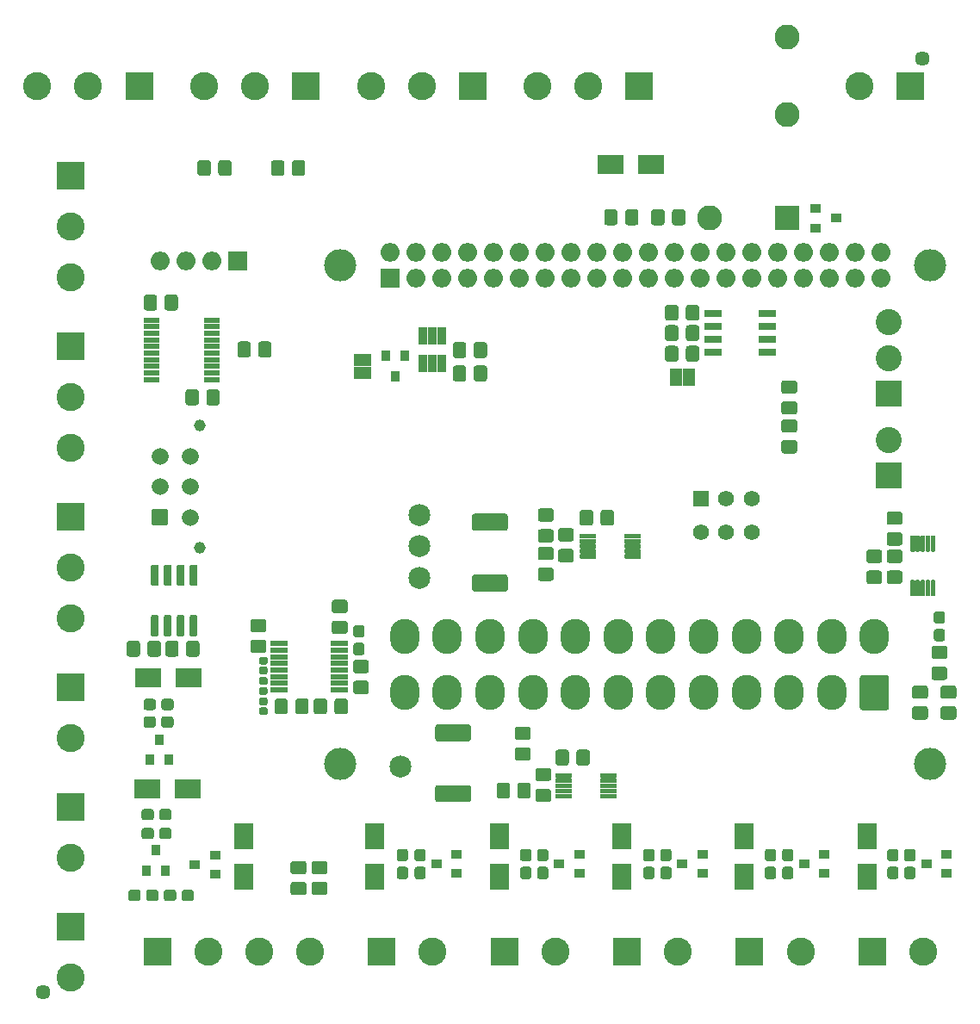
<source format=gbr>
G04 #@! TF.GenerationSoftware,KiCad,Pcbnew,(5.1.5)-3*
G04 #@! TF.CreationDate,2020-03-21T18:00:00+01:00*
G04 #@! TF.ProjectId,fusioncore,66757369-6f6e-4636-9f72-652e6b696361,A*
G04 #@! TF.SameCoordinates,Original*
G04 #@! TF.FileFunction,Soldermask,Top*
G04 #@! TF.FilePolarity,Negative*
%FSLAX46Y46*%
G04 Gerber Fmt 4.6, Leading zero omitted, Abs format (unit mm)*
G04 Created by KiCad (PCBNEW (5.1.5)-3) date 2020-03-21 18:00:00*
%MOMM*%
%LPD*%
G04 APERTURE LIST*
%ADD10R,0.810000X1.720000*%
%ADD11C,0.150000*%
%ADD12O,2.860000X3.460000*%
%ADD13R,1.660000X0.610000*%
%ADD14C,2.760000*%
%ADD15R,2.760000X2.760000*%
%ADD16C,2.560000*%
%ADD17R,2.560000X2.560000*%
%ADD18R,1.060000X0.960000*%
%ADD19C,2.460000*%
%ADD20R,2.460000X2.460000*%
%ADD21R,2.660000X1.960000*%
%ADD22R,1.960000X2.660000*%
%ADD23R,0.960000X1.060000*%
%ADD24C,1.448000*%
%ADD25O,1.860000X1.860000*%
%ADD26R,1.860000X1.860000*%
%ADD27C,1.660000*%
%ADD28C,1.160000*%
%ADD29C,1.560000*%
%ADD30R,1.560000X1.560000*%
%ADD31R,1.610000X0.610000*%
%ADD32R,1.660000X1.160000*%
%ADD33R,1.160000X1.660000*%
%ADD34C,2.160000*%
%ADD35R,1.710000X0.760000*%
%ADD36C,3.160000*%
G04 APERTURE END LIST*
D10*
G04 #@! TO.C,Q2*
X91084400Y-71250000D03*
X90134400Y-71250000D03*
X92034400Y-71250000D03*
X92034400Y-73950000D03*
X91084400Y-73950000D03*
X90134400Y-73950000D03*
G04 #@! TD*
D11*
G04 #@! TO.C,C7*
G36*
X84623132Y-103121371D02*
G01*
X84650776Y-103125472D01*
X84677886Y-103132263D01*
X84704199Y-103141678D01*
X84729463Y-103153627D01*
X84753434Y-103167994D01*
X84775882Y-103184643D01*
X84796589Y-103203411D01*
X84815357Y-103224118D01*
X84832006Y-103246566D01*
X84846373Y-103270537D01*
X84858322Y-103295801D01*
X84867737Y-103322114D01*
X84874528Y-103349224D01*
X84878629Y-103376868D01*
X84880000Y-103404782D01*
X84880000Y-104145218D01*
X84878629Y-104173132D01*
X84874528Y-104200776D01*
X84867737Y-104227886D01*
X84858322Y-104254199D01*
X84846373Y-104279463D01*
X84832006Y-104303434D01*
X84815357Y-104325882D01*
X84796589Y-104346589D01*
X84775882Y-104365357D01*
X84753434Y-104382006D01*
X84729463Y-104396373D01*
X84704199Y-104408322D01*
X84677886Y-104417737D01*
X84650776Y-104424528D01*
X84623132Y-104428629D01*
X84595218Y-104430000D01*
X83604782Y-104430000D01*
X83576868Y-104428629D01*
X83549224Y-104424528D01*
X83522114Y-104417737D01*
X83495801Y-104408322D01*
X83470537Y-104396373D01*
X83446566Y-104382006D01*
X83424118Y-104365357D01*
X83403411Y-104346589D01*
X83384643Y-104325882D01*
X83367994Y-104303434D01*
X83353627Y-104279463D01*
X83341678Y-104254199D01*
X83332263Y-104227886D01*
X83325472Y-104200776D01*
X83321371Y-104173132D01*
X83320000Y-104145218D01*
X83320000Y-103404782D01*
X83321371Y-103376868D01*
X83325472Y-103349224D01*
X83332263Y-103322114D01*
X83341678Y-103295801D01*
X83353627Y-103270537D01*
X83367994Y-103246566D01*
X83384643Y-103224118D01*
X83403411Y-103203411D01*
X83424118Y-103184643D01*
X83446566Y-103167994D01*
X83470537Y-103153627D01*
X83495801Y-103141678D01*
X83522114Y-103132263D01*
X83549224Y-103125472D01*
X83576868Y-103121371D01*
X83604782Y-103120000D01*
X84595218Y-103120000D01*
X84623132Y-103121371D01*
G37*
G36*
X84623132Y-105171371D02*
G01*
X84650776Y-105175472D01*
X84677886Y-105182263D01*
X84704199Y-105191678D01*
X84729463Y-105203627D01*
X84753434Y-105217994D01*
X84775882Y-105234643D01*
X84796589Y-105253411D01*
X84815357Y-105274118D01*
X84832006Y-105296566D01*
X84846373Y-105320537D01*
X84858322Y-105345801D01*
X84867737Y-105372114D01*
X84874528Y-105399224D01*
X84878629Y-105426868D01*
X84880000Y-105454782D01*
X84880000Y-106195218D01*
X84878629Y-106223132D01*
X84874528Y-106250776D01*
X84867737Y-106277886D01*
X84858322Y-106304199D01*
X84846373Y-106329463D01*
X84832006Y-106353434D01*
X84815357Y-106375882D01*
X84796589Y-106396589D01*
X84775882Y-106415357D01*
X84753434Y-106432006D01*
X84729463Y-106446373D01*
X84704199Y-106458322D01*
X84677886Y-106467737D01*
X84650776Y-106474528D01*
X84623132Y-106478629D01*
X84595218Y-106480000D01*
X83604782Y-106480000D01*
X83576868Y-106478629D01*
X83549224Y-106474528D01*
X83522114Y-106467737D01*
X83495801Y-106458322D01*
X83470537Y-106446373D01*
X83446566Y-106432006D01*
X83424118Y-106415357D01*
X83403411Y-106396589D01*
X83384643Y-106375882D01*
X83367994Y-106353434D01*
X83353627Y-106329463D01*
X83341678Y-106304199D01*
X83332263Y-106277886D01*
X83325472Y-106250776D01*
X83321371Y-106223132D01*
X83320000Y-106195218D01*
X83320000Y-105454782D01*
X83321371Y-105426868D01*
X83325472Y-105399224D01*
X83332263Y-105372114D01*
X83341678Y-105345801D01*
X83353627Y-105320537D01*
X83367994Y-105296566D01*
X83384643Y-105274118D01*
X83403411Y-105253411D01*
X83424118Y-105234643D01*
X83446566Y-105217994D01*
X83470537Y-105203627D01*
X83495801Y-105191678D01*
X83522114Y-105182263D01*
X83549224Y-105175472D01*
X83576868Y-105171371D01*
X83604782Y-105170000D01*
X84595218Y-105170000D01*
X84623132Y-105171371D01*
G37*
G04 #@! TD*
G04 #@! TO.C,J2*
G36*
X135765141Y-104609275D02*
G01*
X135790848Y-104613088D01*
X135816057Y-104619403D01*
X135840525Y-104628158D01*
X135864018Y-104639269D01*
X135886308Y-104652629D01*
X135907182Y-104668110D01*
X135926437Y-104685563D01*
X135943890Y-104704818D01*
X135959371Y-104725692D01*
X135972731Y-104747982D01*
X135983842Y-104771475D01*
X135992597Y-104795943D01*
X135998912Y-104821152D01*
X136002725Y-104846859D01*
X136004000Y-104872815D01*
X136004000Y-107803185D01*
X136002725Y-107829141D01*
X135998912Y-107854848D01*
X135992597Y-107880057D01*
X135983842Y-107904525D01*
X135972731Y-107928018D01*
X135959371Y-107950308D01*
X135943890Y-107971182D01*
X135926437Y-107990437D01*
X135907182Y-108007890D01*
X135886308Y-108023371D01*
X135864018Y-108036731D01*
X135840525Y-108047842D01*
X135816057Y-108056597D01*
X135790848Y-108062912D01*
X135765141Y-108066725D01*
X135739185Y-108068000D01*
X133408815Y-108068000D01*
X133382859Y-108066725D01*
X133357152Y-108062912D01*
X133331943Y-108056597D01*
X133307475Y-108047842D01*
X133283982Y-108036731D01*
X133261692Y-108023371D01*
X133240818Y-108007890D01*
X133221563Y-107990437D01*
X133204110Y-107971182D01*
X133188629Y-107950308D01*
X133175269Y-107928018D01*
X133164158Y-107904525D01*
X133155403Y-107880057D01*
X133149088Y-107854848D01*
X133145275Y-107829141D01*
X133144000Y-107803185D01*
X133144000Y-104872815D01*
X133145275Y-104846859D01*
X133149088Y-104821152D01*
X133155403Y-104795943D01*
X133164158Y-104771475D01*
X133175269Y-104747982D01*
X133188629Y-104725692D01*
X133204110Y-104704818D01*
X133221563Y-104685563D01*
X133240818Y-104668110D01*
X133261692Y-104652629D01*
X133283982Y-104639269D01*
X133307475Y-104628158D01*
X133331943Y-104619403D01*
X133357152Y-104613088D01*
X133382859Y-104609275D01*
X133408815Y-104608000D01*
X135739185Y-104608000D01*
X135765141Y-104609275D01*
G37*
D12*
X130374000Y-106338000D03*
X126174000Y-106338000D03*
X121974000Y-106338000D03*
X117774000Y-106338000D03*
X113574000Y-106338000D03*
X109374000Y-106338000D03*
X105174000Y-106338000D03*
X100974000Y-106338000D03*
X96774000Y-106338000D03*
X92574000Y-106338000D03*
X88374000Y-106338000D03*
X134574000Y-100838000D03*
X130374000Y-100838000D03*
X126174000Y-100838000D03*
X121974000Y-100838000D03*
X117774000Y-100838000D03*
X113574000Y-100838000D03*
X109374000Y-100838000D03*
X105174000Y-100838000D03*
X100974000Y-100838000D03*
X96774000Y-100838000D03*
X92574000Y-100838000D03*
X88374000Y-100838000D03*
G04 #@! TD*
D13*
G04 #@! TO.C,U6*
X81950000Y-101525000D03*
X81950000Y-102175000D03*
X81950000Y-102825000D03*
X81950000Y-103475000D03*
X81950000Y-104125000D03*
X81950000Y-104775000D03*
X81950000Y-105425000D03*
X81950000Y-106075000D03*
X76050000Y-106075000D03*
X76050000Y-105425000D03*
X76050000Y-104775000D03*
X76050000Y-104125000D03*
X76050000Y-103475000D03*
X76050000Y-102825000D03*
X76050000Y-102175000D03*
X76050000Y-101525000D03*
G04 #@! TD*
D11*
G04 #@! TO.C,R25*
G36*
X84204700Y-101446336D02*
G01*
X84231638Y-101450332D01*
X84258054Y-101456949D01*
X84283695Y-101466123D01*
X84308313Y-101477767D01*
X84331671Y-101491767D01*
X84353544Y-101507990D01*
X84373722Y-101526278D01*
X84392010Y-101546456D01*
X84408233Y-101568329D01*
X84422233Y-101591687D01*
X84433877Y-101616305D01*
X84443051Y-101641946D01*
X84449668Y-101668362D01*
X84453664Y-101695300D01*
X84455000Y-101722500D01*
X84455000Y-102377500D01*
X84453664Y-102404700D01*
X84449668Y-102431638D01*
X84443051Y-102458054D01*
X84433877Y-102483695D01*
X84422233Y-102508313D01*
X84408233Y-102531671D01*
X84392010Y-102553544D01*
X84373722Y-102573722D01*
X84353544Y-102592010D01*
X84331671Y-102608233D01*
X84308313Y-102622233D01*
X84283695Y-102633877D01*
X84258054Y-102643051D01*
X84231638Y-102649668D01*
X84204700Y-102653664D01*
X84177500Y-102655000D01*
X83622500Y-102655000D01*
X83595300Y-102653664D01*
X83568362Y-102649668D01*
X83541946Y-102643051D01*
X83516305Y-102633877D01*
X83491687Y-102622233D01*
X83468329Y-102608233D01*
X83446456Y-102592010D01*
X83426278Y-102573722D01*
X83407990Y-102553544D01*
X83391767Y-102531671D01*
X83377767Y-102508313D01*
X83366123Y-102483695D01*
X83356949Y-102458054D01*
X83350332Y-102431638D01*
X83346336Y-102404700D01*
X83345000Y-102377500D01*
X83345000Y-101722500D01*
X83346336Y-101695300D01*
X83350332Y-101668362D01*
X83356949Y-101641946D01*
X83366123Y-101616305D01*
X83377767Y-101591687D01*
X83391767Y-101568329D01*
X83407990Y-101546456D01*
X83426278Y-101526278D01*
X83446456Y-101507990D01*
X83468329Y-101491767D01*
X83491687Y-101477767D01*
X83516305Y-101466123D01*
X83541946Y-101456949D01*
X83568362Y-101450332D01*
X83595300Y-101446336D01*
X83622500Y-101445000D01*
X84177500Y-101445000D01*
X84204700Y-101446336D01*
G37*
G36*
X84204700Y-99696336D02*
G01*
X84231638Y-99700332D01*
X84258054Y-99706949D01*
X84283695Y-99716123D01*
X84308313Y-99727767D01*
X84331671Y-99741767D01*
X84353544Y-99757990D01*
X84373722Y-99776278D01*
X84392010Y-99796456D01*
X84408233Y-99818329D01*
X84422233Y-99841687D01*
X84433877Y-99866305D01*
X84443051Y-99891946D01*
X84449668Y-99918362D01*
X84453664Y-99945300D01*
X84455000Y-99972500D01*
X84455000Y-100627500D01*
X84453664Y-100654700D01*
X84449668Y-100681638D01*
X84443051Y-100708054D01*
X84433877Y-100733695D01*
X84422233Y-100758313D01*
X84408233Y-100781671D01*
X84392010Y-100803544D01*
X84373722Y-100823722D01*
X84353544Y-100842010D01*
X84331671Y-100858233D01*
X84308313Y-100872233D01*
X84283695Y-100883877D01*
X84258054Y-100893051D01*
X84231638Y-100899668D01*
X84204700Y-100903664D01*
X84177500Y-100905000D01*
X83622500Y-100905000D01*
X83595300Y-100903664D01*
X83568362Y-100899668D01*
X83541946Y-100893051D01*
X83516305Y-100883877D01*
X83491687Y-100872233D01*
X83468329Y-100858233D01*
X83446456Y-100842010D01*
X83426278Y-100823722D01*
X83407990Y-100803544D01*
X83391767Y-100781671D01*
X83377767Y-100758313D01*
X83366123Y-100733695D01*
X83356949Y-100708054D01*
X83350332Y-100681638D01*
X83346336Y-100654700D01*
X83345000Y-100627500D01*
X83345000Y-99972500D01*
X83346336Y-99945300D01*
X83350332Y-99918362D01*
X83356949Y-99891946D01*
X83366123Y-99866305D01*
X83377767Y-99841687D01*
X83391767Y-99818329D01*
X83407990Y-99796456D01*
X83426278Y-99776278D01*
X83446456Y-99757990D01*
X83468329Y-99741767D01*
X83491687Y-99727767D01*
X83516305Y-99716123D01*
X83541946Y-99706949D01*
X83568362Y-99700332D01*
X83595300Y-99696336D01*
X83622500Y-99695000D01*
X84177500Y-99695000D01*
X84204700Y-99696336D01*
G37*
G04 #@! TD*
G04 #@! TO.C,C16*
G36*
X74730878Y-106825903D02*
G01*
X74749079Y-106828603D01*
X74766928Y-106833074D01*
X74784253Y-106839273D01*
X74800887Y-106847140D01*
X74816669Y-106856599D01*
X74831449Y-106867561D01*
X74845083Y-106879917D01*
X74857439Y-106893551D01*
X74868401Y-106908331D01*
X74877860Y-106924113D01*
X74885727Y-106940747D01*
X74891926Y-106958072D01*
X74896397Y-106975921D01*
X74899097Y-106994122D01*
X74900000Y-107012500D01*
X74900000Y-107387500D01*
X74899097Y-107405878D01*
X74896397Y-107424079D01*
X74891926Y-107441928D01*
X74885727Y-107459253D01*
X74877860Y-107475887D01*
X74868401Y-107491669D01*
X74857439Y-107506449D01*
X74845083Y-107520083D01*
X74831449Y-107532439D01*
X74816669Y-107543401D01*
X74800887Y-107552860D01*
X74784253Y-107560727D01*
X74766928Y-107566926D01*
X74749079Y-107571397D01*
X74730878Y-107574097D01*
X74712500Y-107575000D01*
X74287500Y-107575000D01*
X74269122Y-107574097D01*
X74250921Y-107571397D01*
X74233072Y-107566926D01*
X74215747Y-107560727D01*
X74199113Y-107552860D01*
X74183331Y-107543401D01*
X74168551Y-107532439D01*
X74154917Y-107520083D01*
X74142561Y-107506449D01*
X74131599Y-107491669D01*
X74122140Y-107475887D01*
X74114273Y-107459253D01*
X74108074Y-107441928D01*
X74103603Y-107424079D01*
X74100903Y-107405878D01*
X74100000Y-107387500D01*
X74100000Y-107012500D01*
X74100903Y-106994122D01*
X74103603Y-106975921D01*
X74108074Y-106958072D01*
X74114273Y-106940747D01*
X74122140Y-106924113D01*
X74131599Y-106908331D01*
X74142561Y-106893551D01*
X74154917Y-106879917D01*
X74168551Y-106867561D01*
X74183331Y-106856599D01*
X74199113Y-106847140D01*
X74215747Y-106839273D01*
X74233072Y-106833074D01*
X74250921Y-106828603D01*
X74269122Y-106825903D01*
X74287500Y-106825000D01*
X74712500Y-106825000D01*
X74730878Y-106825903D01*
G37*
G36*
X74730878Y-107795903D02*
G01*
X74749079Y-107798603D01*
X74766928Y-107803074D01*
X74784253Y-107809273D01*
X74800887Y-107817140D01*
X74816669Y-107826599D01*
X74831449Y-107837561D01*
X74845083Y-107849917D01*
X74857439Y-107863551D01*
X74868401Y-107878331D01*
X74877860Y-107894113D01*
X74885727Y-107910747D01*
X74891926Y-107928072D01*
X74896397Y-107945921D01*
X74899097Y-107964122D01*
X74900000Y-107982500D01*
X74900000Y-108357500D01*
X74899097Y-108375878D01*
X74896397Y-108394079D01*
X74891926Y-108411928D01*
X74885727Y-108429253D01*
X74877860Y-108445887D01*
X74868401Y-108461669D01*
X74857439Y-108476449D01*
X74845083Y-108490083D01*
X74831449Y-108502439D01*
X74816669Y-108513401D01*
X74800887Y-108522860D01*
X74784253Y-108530727D01*
X74766928Y-108536926D01*
X74749079Y-108541397D01*
X74730878Y-108544097D01*
X74712500Y-108545000D01*
X74287500Y-108545000D01*
X74269122Y-108544097D01*
X74250921Y-108541397D01*
X74233072Y-108536926D01*
X74215747Y-108530727D01*
X74199113Y-108522860D01*
X74183331Y-108513401D01*
X74168551Y-108502439D01*
X74154917Y-108490083D01*
X74142561Y-108476449D01*
X74131599Y-108461669D01*
X74122140Y-108445887D01*
X74114273Y-108429253D01*
X74108074Y-108411928D01*
X74103603Y-108394079D01*
X74100903Y-108375878D01*
X74100000Y-108357500D01*
X74100000Y-107982500D01*
X74100903Y-107964122D01*
X74103603Y-107945921D01*
X74108074Y-107928072D01*
X74114273Y-107910747D01*
X74122140Y-107894113D01*
X74131599Y-107878331D01*
X74142561Y-107863551D01*
X74154917Y-107849917D01*
X74168551Y-107837561D01*
X74183331Y-107826599D01*
X74199113Y-107817140D01*
X74215747Y-107809273D01*
X74233072Y-107803074D01*
X74250921Y-107798603D01*
X74269122Y-107795903D01*
X74287500Y-107795000D01*
X74712500Y-107795000D01*
X74730878Y-107795903D01*
G37*
G04 #@! TD*
G04 #@! TO.C,C15*
G36*
X74730878Y-104825903D02*
G01*
X74749079Y-104828603D01*
X74766928Y-104833074D01*
X74784253Y-104839273D01*
X74800887Y-104847140D01*
X74816669Y-104856599D01*
X74831449Y-104867561D01*
X74845083Y-104879917D01*
X74857439Y-104893551D01*
X74868401Y-104908331D01*
X74877860Y-104924113D01*
X74885727Y-104940747D01*
X74891926Y-104958072D01*
X74896397Y-104975921D01*
X74899097Y-104994122D01*
X74900000Y-105012500D01*
X74900000Y-105387500D01*
X74899097Y-105405878D01*
X74896397Y-105424079D01*
X74891926Y-105441928D01*
X74885727Y-105459253D01*
X74877860Y-105475887D01*
X74868401Y-105491669D01*
X74857439Y-105506449D01*
X74845083Y-105520083D01*
X74831449Y-105532439D01*
X74816669Y-105543401D01*
X74800887Y-105552860D01*
X74784253Y-105560727D01*
X74766928Y-105566926D01*
X74749079Y-105571397D01*
X74730878Y-105574097D01*
X74712500Y-105575000D01*
X74287500Y-105575000D01*
X74269122Y-105574097D01*
X74250921Y-105571397D01*
X74233072Y-105566926D01*
X74215747Y-105560727D01*
X74199113Y-105552860D01*
X74183331Y-105543401D01*
X74168551Y-105532439D01*
X74154917Y-105520083D01*
X74142561Y-105506449D01*
X74131599Y-105491669D01*
X74122140Y-105475887D01*
X74114273Y-105459253D01*
X74108074Y-105441928D01*
X74103603Y-105424079D01*
X74100903Y-105405878D01*
X74100000Y-105387500D01*
X74100000Y-105012500D01*
X74100903Y-104994122D01*
X74103603Y-104975921D01*
X74108074Y-104958072D01*
X74114273Y-104940747D01*
X74122140Y-104924113D01*
X74131599Y-104908331D01*
X74142561Y-104893551D01*
X74154917Y-104879917D01*
X74168551Y-104867561D01*
X74183331Y-104856599D01*
X74199113Y-104847140D01*
X74215747Y-104839273D01*
X74233072Y-104833074D01*
X74250921Y-104828603D01*
X74269122Y-104825903D01*
X74287500Y-104825000D01*
X74712500Y-104825000D01*
X74730878Y-104825903D01*
G37*
G36*
X74730878Y-105795903D02*
G01*
X74749079Y-105798603D01*
X74766928Y-105803074D01*
X74784253Y-105809273D01*
X74800887Y-105817140D01*
X74816669Y-105826599D01*
X74831449Y-105837561D01*
X74845083Y-105849917D01*
X74857439Y-105863551D01*
X74868401Y-105878331D01*
X74877860Y-105894113D01*
X74885727Y-105910747D01*
X74891926Y-105928072D01*
X74896397Y-105945921D01*
X74899097Y-105964122D01*
X74900000Y-105982500D01*
X74900000Y-106357500D01*
X74899097Y-106375878D01*
X74896397Y-106394079D01*
X74891926Y-106411928D01*
X74885727Y-106429253D01*
X74877860Y-106445887D01*
X74868401Y-106461669D01*
X74857439Y-106476449D01*
X74845083Y-106490083D01*
X74831449Y-106502439D01*
X74816669Y-106513401D01*
X74800887Y-106522860D01*
X74784253Y-106530727D01*
X74766928Y-106536926D01*
X74749079Y-106541397D01*
X74730878Y-106544097D01*
X74712500Y-106545000D01*
X74287500Y-106545000D01*
X74269122Y-106544097D01*
X74250921Y-106541397D01*
X74233072Y-106536926D01*
X74215747Y-106530727D01*
X74199113Y-106522860D01*
X74183331Y-106513401D01*
X74168551Y-106502439D01*
X74154917Y-106490083D01*
X74142561Y-106476449D01*
X74131599Y-106461669D01*
X74122140Y-106445887D01*
X74114273Y-106429253D01*
X74108074Y-106411928D01*
X74103603Y-106394079D01*
X74100903Y-106375878D01*
X74100000Y-106357500D01*
X74100000Y-105982500D01*
X74100903Y-105964122D01*
X74103603Y-105945921D01*
X74108074Y-105928072D01*
X74114273Y-105910747D01*
X74122140Y-105894113D01*
X74131599Y-105878331D01*
X74142561Y-105863551D01*
X74154917Y-105849917D01*
X74168551Y-105837561D01*
X74183331Y-105826599D01*
X74199113Y-105817140D01*
X74215747Y-105809273D01*
X74233072Y-105803074D01*
X74250921Y-105798603D01*
X74269122Y-105795903D01*
X74287500Y-105795000D01*
X74712500Y-105795000D01*
X74730878Y-105795903D01*
G37*
G04 #@! TD*
G04 #@! TO.C,C10*
G36*
X82523132Y-99271371D02*
G01*
X82550776Y-99275472D01*
X82577886Y-99282263D01*
X82604199Y-99291678D01*
X82629463Y-99303627D01*
X82653434Y-99317994D01*
X82675882Y-99334643D01*
X82696589Y-99353411D01*
X82715357Y-99374118D01*
X82732006Y-99396566D01*
X82746373Y-99420537D01*
X82758322Y-99445801D01*
X82767737Y-99472114D01*
X82774528Y-99499224D01*
X82778629Y-99526868D01*
X82780000Y-99554782D01*
X82780000Y-100295218D01*
X82778629Y-100323132D01*
X82774528Y-100350776D01*
X82767737Y-100377886D01*
X82758322Y-100404199D01*
X82746373Y-100429463D01*
X82732006Y-100453434D01*
X82715357Y-100475882D01*
X82696589Y-100496589D01*
X82675882Y-100515357D01*
X82653434Y-100532006D01*
X82629463Y-100546373D01*
X82604199Y-100558322D01*
X82577886Y-100567737D01*
X82550776Y-100574528D01*
X82523132Y-100578629D01*
X82495218Y-100580000D01*
X81504782Y-100580000D01*
X81476868Y-100578629D01*
X81449224Y-100574528D01*
X81422114Y-100567737D01*
X81395801Y-100558322D01*
X81370537Y-100546373D01*
X81346566Y-100532006D01*
X81324118Y-100515357D01*
X81303411Y-100496589D01*
X81284643Y-100475882D01*
X81267994Y-100453434D01*
X81253627Y-100429463D01*
X81241678Y-100404199D01*
X81232263Y-100377886D01*
X81225472Y-100350776D01*
X81221371Y-100323132D01*
X81220000Y-100295218D01*
X81220000Y-99554782D01*
X81221371Y-99526868D01*
X81225472Y-99499224D01*
X81232263Y-99472114D01*
X81241678Y-99445801D01*
X81253627Y-99420537D01*
X81267994Y-99396566D01*
X81284643Y-99374118D01*
X81303411Y-99353411D01*
X81324118Y-99334643D01*
X81346566Y-99317994D01*
X81370537Y-99303627D01*
X81395801Y-99291678D01*
X81422114Y-99282263D01*
X81449224Y-99275472D01*
X81476868Y-99271371D01*
X81504782Y-99270000D01*
X82495218Y-99270000D01*
X82523132Y-99271371D01*
G37*
G36*
X82523132Y-97221371D02*
G01*
X82550776Y-97225472D01*
X82577886Y-97232263D01*
X82604199Y-97241678D01*
X82629463Y-97253627D01*
X82653434Y-97267994D01*
X82675882Y-97284643D01*
X82696589Y-97303411D01*
X82715357Y-97324118D01*
X82732006Y-97346566D01*
X82746373Y-97370537D01*
X82758322Y-97395801D01*
X82767737Y-97422114D01*
X82774528Y-97449224D01*
X82778629Y-97476868D01*
X82780000Y-97504782D01*
X82780000Y-98245218D01*
X82778629Y-98273132D01*
X82774528Y-98300776D01*
X82767737Y-98327886D01*
X82758322Y-98354199D01*
X82746373Y-98379463D01*
X82732006Y-98403434D01*
X82715357Y-98425882D01*
X82696589Y-98446589D01*
X82675882Y-98465357D01*
X82653434Y-98482006D01*
X82629463Y-98496373D01*
X82604199Y-98508322D01*
X82577886Y-98517737D01*
X82550776Y-98524528D01*
X82523132Y-98528629D01*
X82495218Y-98530000D01*
X81504782Y-98530000D01*
X81476868Y-98528629D01*
X81449224Y-98524528D01*
X81422114Y-98517737D01*
X81395801Y-98508322D01*
X81370537Y-98496373D01*
X81346566Y-98482006D01*
X81324118Y-98465357D01*
X81303411Y-98446589D01*
X81284643Y-98425882D01*
X81267994Y-98403434D01*
X81253627Y-98379463D01*
X81241678Y-98354199D01*
X81232263Y-98327886D01*
X81225472Y-98300776D01*
X81221371Y-98273132D01*
X81220000Y-98245218D01*
X81220000Y-97504782D01*
X81221371Y-97476868D01*
X81225472Y-97449224D01*
X81232263Y-97422114D01*
X81241678Y-97395801D01*
X81253627Y-97370537D01*
X81267994Y-97346566D01*
X81284643Y-97324118D01*
X81303411Y-97303411D01*
X81324118Y-97284643D01*
X81346566Y-97267994D01*
X81370537Y-97253627D01*
X81395801Y-97241678D01*
X81422114Y-97232263D01*
X81449224Y-97225472D01*
X81476868Y-97221371D01*
X81504782Y-97220000D01*
X82495218Y-97220000D01*
X82523132Y-97221371D01*
G37*
G04 #@! TD*
G04 #@! TO.C,C9*
G36*
X74730878Y-102825903D02*
G01*
X74749079Y-102828603D01*
X74766928Y-102833074D01*
X74784253Y-102839273D01*
X74800887Y-102847140D01*
X74816669Y-102856599D01*
X74831449Y-102867561D01*
X74845083Y-102879917D01*
X74857439Y-102893551D01*
X74868401Y-102908331D01*
X74877860Y-102924113D01*
X74885727Y-102940747D01*
X74891926Y-102958072D01*
X74896397Y-102975921D01*
X74899097Y-102994122D01*
X74900000Y-103012500D01*
X74900000Y-103387500D01*
X74899097Y-103405878D01*
X74896397Y-103424079D01*
X74891926Y-103441928D01*
X74885727Y-103459253D01*
X74877860Y-103475887D01*
X74868401Y-103491669D01*
X74857439Y-103506449D01*
X74845083Y-103520083D01*
X74831449Y-103532439D01*
X74816669Y-103543401D01*
X74800887Y-103552860D01*
X74784253Y-103560727D01*
X74766928Y-103566926D01*
X74749079Y-103571397D01*
X74730878Y-103574097D01*
X74712500Y-103575000D01*
X74287500Y-103575000D01*
X74269122Y-103574097D01*
X74250921Y-103571397D01*
X74233072Y-103566926D01*
X74215747Y-103560727D01*
X74199113Y-103552860D01*
X74183331Y-103543401D01*
X74168551Y-103532439D01*
X74154917Y-103520083D01*
X74142561Y-103506449D01*
X74131599Y-103491669D01*
X74122140Y-103475887D01*
X74114273Y-103459253D01*
X74108074Y-103441928D01*
X74103603Y-103424079D01*
X74100903Y-103405878D01*
X74100000Y-103387500D01*
X74100000Y-103012500D01*
X74100903Y-102994122D01*
X74103603Y-102975921D01*
X74108074Y-102958072D01*
X74114273Y-102940747D01*
X74122140Y-102924113D01*
X74131599Y-102908331D01*
X74142561Y-102893551D01*
X74154917Y-102879917D01*
X74168551Y-102867561D01*
X74183331Y-102856599D01*
X74199113Y-102847140D01*
X74215747Y-102839273D01*
X74233072Y-102833074D01*
X74250921Y-102828603D01*
X74269122Y-102825903D01*
X74287500Y-102825000D01*
X74712500Y-102825000D01*
X74730878Y-102825903D01*
G37*
G36*
X74730878Y-103795903D02*
G01*
X74749079Y-103798603D01*
X74766928Y-103803074D01*
X74784253Y-103809273D01*
X74800887Y-103817140D01*
X74816669Y-103826599D01*
X74831449Y-103837561D01*
X74845083Y-103849917D01*
X74857439Y-103863551D01*
X74868401Y-103878331D01*
X74877860Y-103894113D01*
X74885727Y-103910747D01*
X74891926Y-103928072D01*
X74896397Y-103945921D01*
X74899097Y-103964122D01*
X74900000Y-103982500D01*
X74900000Y-104357500D01*
X74899097Y-104375878D01*
X74896397Y-104394079D01*
X74891926Y-104411928D01*
X74885727Y-104429253D01*
X74877860Y-104445887D01*
X74868401Y-104461669D01*
X74857439Y-104476449D01*
X74845083Y-104490083D01*
X74831449Y-104502439D01*
X74816669Y-104513401D01*
X74800887Y-104522860D01*
X74784253Y-104530727D01*
X74766928Y-104536926D01*
X74749079Y-104541397D01*
X74730878Y-104544097D01*
X74712500Y-104545000D01*
X74287500Y-104545000D01*
X74269122Y-104544097D01*
X74250921Y-104541397D01*
X74233072Y-104536926D01*
X74215747Y-104530727D01*
X74199113Y-104522860D01*
X74183331Y-104513401D01*
X74168551Y-104502439D01*
X74154917Y-104490083D01*
X74142561Y-104476449D01*
X74131599Y-104461669D01*
X74122140Y-104445887D01*
X74114273Y-104429253D01*
X74108074Y-104411928D01*
X74103603Y-104394079D01*
X74100903Y-104375878D01*
X74100000Y-104357500D01*
X74100000Y-103982500D01*
X74100903Y-103964122D01*
X74103603Y-103945921D01*
X74108074Y-103928072D01*
X74114273Y-103910747D01*
X74122140Y-103894113D01*
X74131599Y-103878331D01*
X74142561Y-103863551D01*
X74154917Y-103849917D01*
X74168551Y-103837561D01*
X74183331Y-103826599D01*
X74199113Y-103817140D01*
X74215747Y-103809273D01*
X74233072Y-103803074D01*
X74250921Y-103798603D01*
X74269122Y-103795903D01*
X74287500Y-103795000D01*
X74712500Y-103795000D01*
X74730878Y-103795903D01*
G37*
G04 #@! TD*
G04 #@! TO.C,C14*
G36*
X74523132Y-99096371D02*
G01*
X74550776Y-99100472D01*
X74577886Y-99107263D01*
X74604199Y-99116678D01*
X74629463Y-99128627D01*
X74653434Y-99142994D01*
X74675882Y-99159643D01*
X74696589Y-99178411D01*
X74715357Y-99199118D01*
X74732006Y-99221566D01*
X74746373Y-99245537D01*
X74758322Y-99270801D01*
X74767737Y-99297114D01*
X74774528Y-99324224D01*
X74778629Y-99351868D01*
X74780000Y-99379782D01*
X74780000Y-100120218D01*
X74778629Y-100148132D01*
X74774528Y-100175776D01*
X74767737Y-100202886D01*
X74758322Y-100229199D01*
X74746373Y-100254463D01*
X74732006Y-100278434D01*
X74715357Y-100300882D01*
X74696589Y-100321589D01*
X74675882Y-100340357D01*
X74653434Y-100357006D01*
X74629463Y-100371373D01*
X74604199Y-100383322D01*
X74577886Y-100392737D01*
X74550776Y-100399528D01*
X74523132Y-100403629D01*
X74495218Y-100405000D01*
X73504782Y-100405000D01*
X73476868Y-100403629D01*
X73449224Y-100399528D01*
X73422114Y-100392737D01*
X73395801Y-100383322D01*
X73370537Y-100371373D01*
X73346566Y-100357006D01*
X73324118Y-100340357D01*
X73303411Y-100321589D01*
X73284643Y-100300882D01*
X73267994Y-100278434D01*
X73253627Y-100254463D01*
X73241678Y-100229199D01*
X73232263Y-100202886D01*
X73225472Y-100175776D01*
X73221371Y-100148132D01*
X73220000Y-100120218D01*
X73220000Y-99379782D01*
X73221371Y-99351868D01*
X73225472Y-99324224D01*
X73232263Y-99297114D01*
X73241678Y-99270801D01*
X73253627Y-99245537D01*
X73267994Y-99221566D01*
X73284643Y-99199118D01*
X73303411Y-99178411D01*
X73324118Y-99159643D01*
X73346566Y-99142994D01*
X73370537Y-99128627D01*
X73395801Y-99116678D01*
X73422114Y-99107263D01*
X73449224Y-99100472D01*
X73476868Y-99096371D01*
X73504782Y-99095000D01*
X74495218Y-99095000D01*
X74523132Y-99096371D01*
G37*
G36*
X74523132Y-101146371D02*
G01*
X74550776Y-101150472D01*
X74577886Y-101157263D01*
X74604199Y-101166678D01*
X74629463Y-101178627D01*
X74653434Y-101192994D01*
X74675882Y-101209643D01*
X74696589Y-101228411D01*
X74715357Y-101249118D01*
X74732006Y-101271566D01*
X74746373Y-101295537D01*
X74758322Y-101320801D01*
X74767737Y-101347114D01*
X74774528Y-101374224D01*
X74778629Y-101401868D01*
X74780000Y-101429782D01*
X74780000Y-102170218D01*
X74778629Y-102198132D01*
X74774528Y-102225776D01*
X74767737Y-102252886D01*
X74758322Y-102279199D01*
X74746373Y-102304463D01*
X74732006Y-102328434D01*
X74715357Y-102350882D01*
X74696589Y-102371589D01*
X74675882Y-102390357D01*
X74653434Y-102407006D01*
X74629463Y-102421373D01*
X74604199Y-102433322D01*
X74577886Y-102442737D01*
X74550776Y-102449528D01*
X74523132Y-102453629D01*
X74495218Y-102455000D01*
X73504782Y-102455000D01*
X73476868Y-102453629D01*
X73449224Y-102449528D01*
X73422114Y-102442737D01*
X73395801Y-102433322D01*
X73370537Y-102421373D01*
X73346566Y-102407006D01*
X73324118Y-102390357D01*
X73303411Y-102371589D01*
X73284643Y-102350882D01*
X73267994Y-102328434D01*
X73253627Y-102304463D01*
X73241678Y-102279199D01*
X73232263Y-102252886D01*
X73225472Y-102225776D01*
X73221371Y-102198132D01*
X73220000Y-102170218D01*
X73220000Y-101429782D01*
X73221371Y-101401868D01*
X73225472Y-101374224D01*
X73232263Y-101347114D01*
X73241678Y-101320801D01*
X73253627Y-101295537D01*
X73267994Y-101271566D01*
X73284643Y-101249118D01*
X73303411Y-101228411D01*
X73324118Y-101209643D01*
X73346566Y-101192994D01*
X73370537Y-101178627D01*
X73395801Y-101166678D01*
X73422114Y-101157263D01*
X73449224Y-101150472D01*
X73476868Y-101146371D01*
X73504782Y-101145000D01*
X74495218Y-101145000D01*
X74523132Y-101146371D01*
G37*
G04 #@! TD*
G04 #@! TO.C,C13*
G36*
X72998132Y-71821371D02*
G01*
X73025776Y-71825472D01*
X73052886Y-71832263D01*
X73079199Y-71841678D01*
X73104463Y-71853627D01*
X73128434Y-71867994D01*
X73150882Y-71884643D01*
X73171589Y-71903411D01*
X73190357Y-71924118D01*
X73207006Y-71946566D01*
X73221373Y-71970537D01*
X73233322Y-71995801D01*
X73242737Y-72022114D01*
X73249528Y-72049224D01*
X73253629Y-72076868D01*
X73255000Y-72104782D01*
X73255000Y-73095218D01*
X73253629Y-73123132D01*
X73249528Y-73150776D01*
X73242737Y-73177886D01*
X73233322Y-73204199D01*
X73221373Y-73229463D01*
X73207006Y-73253434D01*
X73190357Y-73275882D01*
X73171589Y-73296589D01*
X73150882Y-73315357D01*
X73128434Y-73332006D01*
X73104463Y-73346373D01*
X73079199Y-73358322D01*
X73052886Y-73367737D01*
X73025776Y-73374528D01*
X72998132Y-73378629D01*
X72970218Y-73380000D01*
X72229782Y-73380000D01*
X72201868Y-73378629D01*
X72174224Y-73374528D01*
X72147114Y-73367737D01*
X72120801Y-73358322D01*
X72095537Y-73346373D01*
X72071566Y-73332006D01*
X72049118Y-73315357D01*
X72028411Y-73296589D01*
X72009643Y-73275882D01*
X71992994Y-73253434D01*
X71978627Y-73229463D01*
X71966678Y-73204199D01*
X71957263Y-73177886D01*
X71950472Y-73150776D01*
X71946371Y-73123132D01*
X71945000Y-73095218D01*
X71945000Y-72104782D01*
X71946371Y-72076868D01*
X71950472Y-72049224D01*
X71957263Y-72022114D01*
X71966678Y-71995801D01*
X71978627Y-71970537D01*
X71992994Y-71946566D01*
X72009643Y-71924118D01*
X72028411Y-71903411D01*
X72049118Y-71884643D01*
X72071566Y-71867994D01*
X72095537Y-71853627D01*
X72120801Y-71841678D01*
X72147114Y-71832263D01*
X72174224Y-71825472D01*
X72201868Y-71821371D01*
X72229782Y-71820000D01*
X72970218Y-71820000D01*
X72998132Y-71821371D01*
G37*
G36*
X75048132Y-71821371D02*
G01*
X75075776Y-71825472D01*
X75102886Y-71832263D01*
X75129199Y-71841678D01*
X75154463Y-71853627D01*
X75178434Y-71867994D01*
X75200882Y-71884643D01*
X75221589Y-71903411D01*
X75240357Y-71924118D01*
X75257006Y-71946566D01*
X75271373Y-71970537D01*
X75283322Y-71995801D01*
X75292737Y-72022114D01*
X75299528Y-72049224D01*
X75303629Y-72076868D01*
X75305000Y-72104782D01*
X75305000Y-73095218D01*
X75303629Y-73123132D01*
X75299528Y-73150776D01*
X75292737Y-73177886D01*
X75283322Y-73204199D01*
X75271373Y-73229463D01*
X75257006Y-73253434D01*
X75240357Y-73275882D01*
X75221589Y-73296589D01*
X75200882Y-73315357D01*
X75178434Y-73332006D01*
X75154463Y-73346373D01*
X75129199Y-73358322D01*
X75102886Y-73367737D01*
X75075776Y-73374528D01*
X75048132Y-73378629D01*
X75020218Y-73380000D01*
X74279782Y-73380000D01*
X74251868Y-73378629D01*
X74224224Y-73374528D01*
X74197114Y-73367737D01*
X74170801Y-73358322D01*
X74145537Y-73346373D01*
X74121566Y-73332006D01*
X74099118Y-73315357D01*
X74078411Y-73296589D01*
X74059643Y-73275882D01*
X74042994Y-73253434D01*
X74028627Y-73229463D01*
X74016678Y-73204199D01*
X74007263Y-73177886D01*
X74000472Y-73150776D01*
X73996371Y-73123132D01*
X73995000Y-73095218D01*
X73995000Y-72104782D01*
X73996371Y-72076868D01*
X74000472Y-72049224D01*
X74007263Y-72022114D01*
X74016678Y-71995801D01*
X74028627Y-71970537D01*
X74042994Y-71946566D01*
X74059643Y-71924118D01*
X74078411Y-71903411D01*
X74099118Y-71884643D01*
X74121566Y-71867994D01*
X74145537Y-71853627D01*
X74170801Y-71841678D01*
X74197114Y-71832263D01*
X74224224Y-71825472D01*
X74251868Y-71821371D01*
X74279782Y-71820000D01*
X75020218Y-71820000D01*
X75048132Y-71821371D01*
G37*
G04 #@! TD*
G04 #@! TO.C,C12*
G36*
X65848132Y-67221371D02*
G01*
X65875776Y-67225472D01*
X65902886Y-67232263D01*
X65929199Y-67241678D01*
X65954463Y-67253627D01*
X65978434Y-67267994D01*
X66000882Y-67284643D01*
X66021589Y-67303411D01*
X66040357Y-67324118D01*
X66057006Y-67346566D01*
X66071373Y-67370537D01*
X66083322Y-67395801D01*
X66092737Y-67422114D01*
X66099528Y-67449224D01*
X66103629Y-67476868D01*
X66105000Y-67504782D01*
X66105000Y-68495218D01*
X66103629Y-68523132D01*
X66099528Y-68550776D01*
X66092737Y-68577886D01*
X66083322Y-68604199D01*
X66071373Y-68629463D01*
X66057006Y-68653434D01*
X66040357Y-68675882D01*
X66021589Y-68696589D01*
X66000882Y-68715357D01*
X65978434Y-68732006D01*
X65954463Y-68746373D01*
X65929199Y-68758322D01*
X65902886Y-68767737D01*
X65875776Y-68774528D01*
X65848132Y-68778629D01*
X65820218Y-68780000D01*
X65079782Y-68780000D01*
X65051868Y-68778629D01*
X65024224Y-68774528D01*
X64997114Y-68767737D01*
X64970801Y-68758322D01*
X64945537Y-68746373D01*
X64921566Y-68732006D01*
X64899118Y-68715357D01*
X64878411Y-68696589D01*
X64859643Y-68675882D01*
X64842994Y-68653434D01*
X64828627Y-68629463D01*
X64816678Y-68604199D01*
X64807263Y-68577886D01*
X64800472Y-68550776D01*
X64796371Y-68523132D01*
X64795000Y-68495218D01*
X64795000Y-67504782D01*
X64796371Y-67476868D01*
X64800472Y-67449224D01*
X64807263Y-67422114D01*
X64816678Y-67395801D01*
X64828627Y-67370537D01*
X64842994Y-67346566D01*
X64859643Y-67324118D01*
X64878411Y-67303411D01*
X64899118Y-67284643D01*
X64921566Y-67267994D01*
X64945537Y-67253627D01*
X64970801Y-67241678D01*
X64997114Y-67232263D01*
X65024224Y-67225472D01*
X65051868Y-67221371D01*
X65079782Y-67220000D01*
X65820218Y-67220000D01*
X65848132Y-67221371D01*
G37*
G36*
X63798132Y-67221371D02*
G01*
X63825776Y-67225472D01*
X63852886Y-67232263D01*
X63879199Y-67241678D01*
X63904463Y-67253627D01*
X63928434Y-67267994D01*
X63950882Y-67284643D01*
X63971589Y-67303411D01*
X63990357Y-67324118D01*
X64007006Y-67346566D01*
X64021373Y-67370537D01*
X64033322Y-67395801D01*
X64042737Y-67422114D01*
X64049528Y-67449224D01*
X64053629Y-67476868D01*
X64055000Y-67504782D01*
X64055000Y-68495218D01*
X64053629Y-68523132D01*
X64049528Y-68550776D01*
X64042737Y-68577886D01*
X64033322Y-68604199D01*
X64021373Y-68629463D01*
X64007006Y-68653434D01*
X63990357Y-68675882D01*
X63971589Y-68696589D01*
X63950882Y-68715357D01*
X63928434Y-68732006D01*
X63904463Y-68746373D01*
X63879199Y-68758322D01*
X63852886Y-68767737D01*
X63825776Y-68774528D01*
X63798132Y-68778629D01*
X63770218Y-68780000D01*
X63029782Y-68780000D01*
X63001868Y-68778629D01*
X62974224Y-68774528D01*
X62947114Y-68767737D01*
X62920801Y-68758322D01*
X62895537Y-68746373D01*
X62871566Y-68732006D01*
X62849118Y-68715357D01*
X62828411Y-68696589D01*
X62809643Y-68675882D01*
X62792994Y-68653434D01*
X62778627Y-68629463D01*
X62766678Y-68604199D01*
X62757263Y-68577886D01*
X62750472Y-68550776D01*
X62746371Y-68523132D01*
X62745000Y-68495218D01*
X62745000Y-67504782D01*
X62746371Y-67476868D01*
X62750472Y-67449224D01*
X62757263Y-67422114D01*
X62766678Y-67395801D01*
X62778627Y-67370537D01*
X62792994Y-67346566D01*
X62809643Y-67324118D01*
X62828411Y-67303411D01*
X62849118Y-67284643D01*
X62871566Y-67267994D01*
X62895537Y-67253627D01*
X62920801Y-67241678D01*
X62947114Y-67232263D01*
X62974224Y-67225472D01*
X63001868Y-67221371D01*
X63029782Y-67220000D01*
X63770218Y-67220000D01*
X63798132Y-67221371D01*
G37*
G04 #@! TD*
D14*
G04 #@! TO.C,J24*
X133087100Y-46697900D03*
D15*
X138087100Y-46697900D03*
G04 #@! TD*
D16*
G04 #@! TO.C,J4*
X136004300Y-69936600D03*
X136004300Y-73436600D03*
D17*
X136004300Y-76936600D03*
G04 #@! TD*
D16*
G04 #@! TO.C,J15*
X136000000Y-81500000D03*
D17*
X136000000Y-85000000D03*
G04 #@! TD*
D18*
G04 #@! TO.C,Q12*
X130793000Y-59702700D03*
X128793000Y-60652700D03*
X128793000Y-58752700D03*
G04 #@! TD*
D19*
G04 #@! TO.C,K1*
X118376700Y-59677300D03*
X125996700Y-41897300D03*
X125996700Y-49517300D03*
D20*
X125996700Y-59677300D03*
G04 #@! TD*
D11*
G04 #@! TO.C,R34*
G36*
X111116732Y-58835171D02*
G01*
X111144376Y-58839272D01*
X111171486Y-58846063D01*
X111197799Y-58855478D01*
X111223063Y-58867427D01*
X111247034Y-58881794D01*
X111269482Y-58898443D01*
X111290189Y-58917211D01*
X111308957Y-58937918D01*
X111325606Y-58960366D01*
X111339973Y-58984337D01*
X111351922Y-59009601D01*
X111361337Y-59035914D01*
X111368128Y-59063024D01*
X111372229Y-59090668D01*
X111373600Y-59118582D01*
X111373600Y-60109018D01*
X111372229Y-60136932D01*
X111368128Y-60164576D01*
X111361337Y-60191686D01*
X111351922Y-60217999D01*
X111339973Y-60243263D01*
X111325606Y-60267234D01*
X111308957Y-60289682D01*
X111290189Y-60310389D01*
X111269482Y-60329157D01*
X111247034Y-60345806D01*
X111223063Y-60360173D01*
X111197799Y-60372122D01*
X111171486Y-60381537D01*
X111144376Y-60388328D01*
X111116732Y-60392429D01*
X111088818Y-60393800D01*
X110348382Y-60393800D01*
X110320468Y-60392429D01*
X110292824Y-60388328D01*
X110265714Y-60381537D01*
X110239401Y-60372122D01*
X110214137Y-60360173D01*
X110190166Y-60345806D01*
X110167718Y-60329157D01*
X110147011Y-60310389D01*
X110128243Y-60289682D01*
X110111594Y-60267234D01*
X110097227Y-60243263D01*
X110085278Y-60217999D01*
X110075863Y-60191686D01*
X110069072Y-60164576D01*
X110064971Y-60136932D01*
X110063600Y-60109018D01*
X110063600Y-59118582D01*
X110064971Y-59090668D01*
X110069072Y-59063024D01*
X110075863Y-59035914D01*
X110085278Y-59009601D01*
X110097227Y-58984337D01*
X110111594Y-58960366D01*
X110128243Y-58937918D01*
X110147011Y-58917211D01*
X110167718Y-58898443D01*
X110190166Y-58881794D01*
X110214137Y-58867427D01*
X110239401Y-58855478D01*
X110265714Y-58846063D01*
X110292824Y-58839272D01*
X110320468Y-58835171D01*
X110348382Y-58833800D01*
X111088818Y-58833800D01*
X111116732Y-58835171D01*
G37*
G36*
X109066732Y-58835171D02*
G01*
X109094376Y-58839272D01*
X109121486Y-58846063D01*
X109147799Y-58855478D01*
X109173063Y-58867427D01*
X109197034Y-58881794D01*
X109219482Y-58898443D01*
X109240189Y-58917211D01*
X109258957Y-58937918D01*
X109275606Y-58960366D01*
X109289973Y-58984337D01*
X109301922Y-59009601D01*
X109311337Y-59035914D01*
X109318128Y-59063024D01*
X109322229Y-59090668D01*
X109323600Y-59118582D01*
X109323600Y-60109018D01*
X109322229Y-60136932D01*
X109318128Y-60164576D01*
X109311337Y-60191686D01*
X109301922Y-60217999D01*
X109289973Y-60243263D01*
X109275606Y-60267234D01*
X109258957Y-60289682D01*
X109240189Y-60310389D01*
X109219482Y-60329157D01*
X109197034Y-60345806D01*
X109173063Y-60360173D01*
X109147799Y-60372122D01*
X109121486Y-60381537D01*
X109094376Y-60388328D01*
X109066732Y-60392429D01*
X109038818Y-60393800D01*
X108298382Y-60393800D01*
X108270468Y-60392429D01*
X108242824Y-60388328D01*
X108215714Y-60381537D01*
X108189401Y-60372122D01*
X108164137Y-60360173D01*
X108140166Y-60345806D01*
X108117718Y-60329157D01*
X108097011Y-60310389D01*
X108078243Y-60289682D01*
X108061594Y-60267234D01*
X108047227Y-60243263D01*
X108035278Y-60217999D01*
X108025863Y-60191686D01*
X108019072Y-60164576D01*
X108014971Y-60136932D01*
X108013600Y-60109018D01*
X108013600Y-59118582D01*
X108014971Y-59090668D01*
X108019072Y-59063024D01*
X108025863Y-59035914D01*
X108035278Y-59009601D01*
X108047227Y-58984337D01*
X108061594Y-58960366D01*
X108078243Y-58937918D01*
X108097011Y-58917211D01*
X108117718Y-58898443D01*
X108140166Y-58881794D01*
X108164137Y-58867427D01*
X108189401Y-58855478D01*
X108215714Y-58846063D01*
X108242824Y-58839272D01*
X108270468Y-58835171D01*
X108298382Y-58833800D01*
X109038818Y-58833800D01*
X109066732Y-58835171D01*
G37*
G04 #@! TD*
G04 #@! TO.C,D20*
G36*
X113685832Y-58835171D02*
G01*
X113713476Y-58839272D01*
X113740586Y-58846063D01*
X113766899Y-58855478D01*
X113792163Y-58867427D01*
X113816134Y-58881794D01*
X113838582Y-58898443D01*
X113859289Y-58917211D01*
X113878057Y-58937918D01*
X113894706Y-58960366D01*
X113909073Y-58984337D01*
X113921022Y-59009601D01*
X113930437Y-59035914D01*
X113937228Y-59063024D01*
X113941329Y-59090668D01*
X113942700Y-59118582D01*
X113942700Y-60109018D01*
X113941329Y-60136932D01*
X113937228Y-60164576D01*
X113930437Y-60191686D01*
X113921022Y-60217999D01*
X113909073Y-60243263D01*
X113894706Y-60267234D01*
X113878057Y-60289682D01*
X113859289Y-60310389D01*
X113838582Y-60329157D01*
X113816134Y-60345806D01*
X113792163Y-60360173D01*
X113766899Y-60372122D01*
X113740586Y-60381537D01*
X113713476Y-60388328D01*
X113685832Y-60392429D01*
X113657918Y-60393800D01*
X112917482Y-60393800D01*
X112889568Y-60392429D01*
X112861924Y-60388328D01*
X112834814Y-60381537D01*
X112808501Y-60372122D01*
X112783237Y-60360173D01*
X112759266Y-60345806D01*
X112736818Y-60329157D01*
X112716111Y-60310389D01*
X112697343Y-60289682D01*
X112680694Y-60267234D01*
X112666327Y-60243263D01*
X112654378Y-60217999D01*
X112644963Y-60191686D01*
X112638172Y-60164576D01*
X112634071Y-60136932D01*
X112632700Y-60109018D01*
X112632700Y-59118582D01*
X112634071Y-59090668D01*
X112638172Y-59063024D01*
X112644963Y-59035914D01*
X112654378Y-59009601D01*
X112666327Y-58984337D01*
X112680694Y-58960366D01*
X112697343Y-58937918D01*
X112716111Y-58917211D01*
X112736818Y-58898443D01*
X112759266Y-58881794D01*
X112783237Y-58867427D01*
X112808501Y-58855478D01*
X112834814Y-58846063D01*
X112861924Y-58839272D01*
X112889568Y-58835171D01*
X112917482Y-58833800D01*
X113657918Y-58833800D01*
X113685832Y-58835171D01*
G37*
G36*
X115735832Y-58835171D02*
G01*
X115763476Y-58839272D01*
X115790586Y-58846063D01*
X115816899Y-58855478D01*
X115842163Y-58867427D01*
X115866134Y-58881794D01*
X115888582Y-58898443D01*
X115909289Y-58917211D01*
X115928057Y-58937918D01*
X115944706Y-58960366D01*
X115959073Y-58984337D01*
X115971022Y-59009601D01*
X115980437Y-59035914D01*
X115987228Y-59063024D01*
X115991329Y-59090668D01*
X115992700Y-59118582D01*
X115992700Y-60109018D01*
X115991329Y-60136932D01*
X115987228Y-60164576D01*
X115980437Y-60191686D01*
X115971022Y-60217999D01*
X115959073Y-60243263D01*
X115944706Y-60267234D01*
X115928057Y-60289682D01*
X115909289Y-60310389D01*
X115888582Y-60329157D01*
X115866134Y-60345806D01*
X115842163Y-60360173D01*
X115816899Y-60372122D01*
X115790586Y-60381537D01*
X115763476Y-60388328D01*
X115735832Y-60392429D01*
X115707918Y-60393800D01*
X114967482Y-60393800D01*
X114939568Y-60392429D01*
X114911924Y-60388328D01*
X114884814Y-60381537D01*
X114858501Y-60372122D01*
X114833237Y-60360173D01*
X114809266Y-60345806D01*
X114786818Y-60329157D01*
X114766111Y-60310389D01*
X114747343Y-60289682D01*
X114730694Y-60267234D01*
X114716327Y-60243263D01*
X114704378Y-60217999D01*
X114694963Y-60191686D01*
X114688172Y-60164576D01*
X114684071Y-60136932D01*
X114682700Y-60109018D01*
X114682700Y-59118582D01*
X114684071Y-59090668D01*
X114688172Y-59063024D01*
X114694963Y-59035914D01*
X114704378Y-59009601D01*
X114716327Y-58984337D01*
X114730694Y-58960366D01*
X114747343Y-58937918D01*
X114766111Y-58917211D01*
X114786818Y-58898443D01*
X114809266Y-58881794D01*
X114833237Y-58867427D01*
X114858501Y-58855478D01*
X114884814Y-58846063D01*
X114911924Y-58839272D01*
X114939568Y-58835171D01*
X114967482Y-58833800D01*
X115707918Y-58833800D01*
X115735832Y-58835171D01*
G37*
G04 #@! TD*
D21*
G04 #@! TO.C,D19*
X112642400Y-54444900D03*
X108642400Y-54444900D03*
G04 #@! TD*
G04 #@! TO.C,D18*
X67056000Y-115773200D03*
X63056000Y-115773200D03*
G04 #@! TD*
D22*
G04 #@! TO.C,D17*
X72542400Y-120472200D03*
X72542400Y-124472200D03*
G04 #@! TD*
D21*
G04 #@! TO.C,D16*
X67151000Y-104902000D03*
X63151000Y-104902000D03*
G04 #@! TD*
D22*
G04 #@! TO.C,D12*
X85471000Y-120472200D03*
X85471000Y-124472200D03*
G04 #@! TD*
G04 #@! TO.C,D10*
X97688400Y-120472200D03*
X97688400Y-124472200D03*
G04 #@! TD*
G04 #@! TO.C,D8*
X133858000Y-120472200D03*
X133858000Y-124472200D03*
G04 #@! TD*
G04 #@! TO.C,D6*
X109753400Y-120472200D03*
X109753400Y-124472200D03*
G04 #@! TD*
G04 #@! TO.C,D4*
X121742200Y-120453400D03*
X121742200Y-124453400D03*
G04 #@! TD*
D11*
G04 #@! TO.C,U7*
G36*
X67848823Y-98702915D02*
G01*
X67867267Y-98705651D01*
X67885354Y-98710181D01*
X67902910Y-98716463D01*
X67919765Y-98724435D01*
X67935758Y-98734021D01*
X67950735Y-98745128D01*
X67964550Y-98757650D01*
X67977072Y-98771465D01*
X67988179Y-98786442D01*
X67997765Y-98802435D01*
X68005737Y-98819290D01*
X68012019Y-98836846D01*
X68016549Y-98854933D01*
X68019285Y-98873377D01*
X68020200Y-98892000D01*
X68020200Y-100622000D01*
X68019285Y-100640623D01*
X68016549Y-100659067D01*
X68012019Y-100677154D01*
X68005737Y-100694710D01*
X67997765Y-100711565D01*
X67988179Y-100727558D01*
X67977072Y-100742535D01*
X67964550Y-100756350D01*
X67950735Y-100768872D01*
X67935758Y-100779979D01*
X67919765Y-100789565D01*
X67902910Y-100797537D01*
X67885354Y-100803819D01*
X67867267Y-100808349D01*
X67848823Y-100811085D01*
X67830200Y-100812000D01*
X67450200Y-100812000D01*
X67431577Y-100811085D01*
X67413133Y-100808349D01*
X67395046Y-100803819D01*
X67377490Y-100797537D01*
X67360635Y-100789565D01*
X67344642Y-100779979D01*
X67329665Y-100768872D01*
X67315850Y-100756350D01*
X67303328Y-100742535D01*
X67292221Y-100727558D01*
X67282635Y-100711565D01*
X67274663Y-100694710D01*
X67268381Y-100677154D01*
X67263851Y-100659067D01*
X67261115Y-100640623D01*
X67260200Y-100622000D01*
X67260200Y-98892000D01*
X67261115Y-98873377D01*
X67263851Y-98854933D01*
X67268381Y-98836846D01*
X67274663Y-98819290D01*
X67282635Y-98802435D01*
X67292221Y-98786442D01*
X67303328Y-98771465D01*
X67315850Y-98757650D01*
X67329665Y-98745128D01*
X67344642Y-98734021D01*
X67360635Y-98724435D01*
X67377490Y-98716463D01*
X67395046Y-98710181D01*
X67413133Y-98705651D01*
X67431577Y-98702915D01*
X67450200Y-98702000D01*
X67830200Y-98702000D01*
X67848823Y-98702915D01*
G37*
G36*
X66578823Y-98702915D02*
G01*
X66597267Y-98705651D01*
X66615354Y-98710181D01*
X66632910Y-98716463D01*
X66649765Y-98724435D01*
X66665758Y-98734021D01*
X66680735Y-98745128D01*
X66694550Y-98757650D01*
X66707072Y-98771465D01*
X66718179Y-98786442D01*
X66727765Y-98802435D01*
X66735737Y-98819290D01*
X66742019Y-98836846D01*
X66746549Y-98854933D01*
X66749285Y-98873377D01*
X66750200Y-98892000D01*
X66750200Y-100622000D01*
X66749285Y-100640623D01*
X66746549Y-100659067D01*
X66742019Y-100677154D01*
X66735737Y-100694710D01*
X66727765Y-100711565D01*
X66718179Y-100727558D01*
X66707072Y-100742535D01*
X66694550Y-100756350D01*
X66680735Y-100768872D01*
X66665758Y-100779979D01*
X66649765Y-100789565D01*
X66632910Y-100797537D01*
X66615354Y-100803819D01*
X66597267Y-100808349D01*
X66578823Y-100811085D01*
X66560200Y-100812000D01*
X66180200Y-100812000D01*
X66161577Y-100811085D01*
X66143133Y-100808349D01*
X66125046Y-100803819D01*
X66107490Y-100797537D01*
X66090635Y-100789565D01*
X66074642Y-100779979D01*
X66059665Y-100768872D01*
X66045850Y-100756350D01*
X66033328Y-100742535D01*
X66022221Y-100727558D01*
X66012635Y-100711565D01*
X66004663Y-100694710D01*
X65998381Y-100677154D01*
X65993851Y-100659067D01*
X65991115Y-100640623D01*
X65990200Y-100622000D01*
X65990200Y-98892000D01*
X65991115Y-98873377D01*
X65993851Y-98854933D01*
X65998381Y-98836846D01*
X66004663Y-98819290D01*
X66012635Y-98802435D01*
X66022221Y-98786442D01*
X66033328Y-98771465D01*
X66045850Y-98757650D01*
X66059665Y-98745128D01*
X66074642Y-98734021D01*
X66090635Y-98724435D01*
X66107490Y-98716463D01*
X66125046Y-98710181D01*
X66143133Y-98705651D01*
X66161577Y-98702915D01*
X66180200Y-98702000D01*
X66560200Y-98702000D01*
X66578823Y-98702915D01*
G37*
G36*
X65308823Y-98702915D02*
G01*
X65327267Y-98705651D01*
X65345354Y-98710181D01*
X65362910Y-98716463D01*
X65379765Y-98724435D01*
X65395758Y-98734021D01*
X65410735Y-98745128D01*
X65424550Y-98757650D01*
X65437072Y-98771465D01*
X65448179Y-98786442D01*
X65457765Y-98802435D01*
X65465737Y-98819290D01*
X65472019Y-98836846D01*
X65476549Y-98854933D01*
X65479285Y-98873377D01*
X65480200Y-98892000D01*
X65480200Y-100622000D01*
X65479285Y-100640623D01*
X65476549Y-100659067D01*
X65472019Y-100677154D01*
X65465737Y-100694710D01*
X65457765Y-100711565D01*
X65448179Y-100727558D01*
X65437072Y-100742535D01*
X65424550Y-100756350D01*
X65410735Y-100768872D01*
X65395758Y-100779979D01*
X65379765Y-100789565D01*
X65362910Y-100797537D01*
X65345354Y-100803819D01*
X65327267Y-100808349D01*
X65308823Y-100811085D01*
X65290200Y-100812000D01*
X64910200Y-100812000D01*
X64891577Y-100811085D01*
X64873133Y-100808349D01*
X64855046Y-100803819D01*
X64837490Y-100797537D01*
X64820635Y-100789565D01*
X64804642Y-100779979D01*
X64789665Y-100768872D01*
X64775850Y-100756350D01*
X64763328Y-100742535D01*
X64752221Y-100727558D01*
X64742635Y-100711565D01*
X64734663Y-100694710D01*
X64728381Y-100677154D01*
X64723851Y-100659067D01*
X64721115Y-100640623D01*
X64720200Y-100622000D01*
X64720200Y-98892000D01*
X64721115Y-98873377D01*
X64723851Y-98854933D01*
X64728381Y-98836846D01*
X64734663Y-98819290D01*
X64742635Y-98802435D01*
X64752221Y-98786442D01*
X64763328Y-98771465D01*
X64775850Y-98757650D01*
X64789665Y-98745128D01*
X64804642Y-98734021D01*
X64820635Y-98724435D01*
X64837490Y-98716463D01*
X64855046Y-98710181D01*
X64873133Y-98705651D01*
X64891577Y-98702915D01*
X64910200Y-98702000D01*
X65290200Y-98702000D01*
X65308823Y-98702915D01*
G37*
G36*
X64038823Y-98702915D02*
G01*
X64057267Y-98705651D01*
X64075354Y-98710181D01*
X64092910Y-98716463D01*
X64109765Y-98724435D01*
X64125758Y-98734021D01*
X64140735Y-98745128D01*
X64154550Y-98757650D01*
X64167072Y-98771465D01*
X64178179Y-98786442D01*
X64187765Y-98802435D01*
X64195737Y-98819290D01*
X64202019Y-98836846D01*
X64206549Y-98854933D01*
X64209285Y-98873377D01*
X64210200Y-98892000D01*
X64210200Y-100622000D01*
X64209285Y-100640623D01*
X64206549Y-100659067D01*
X64202019Y-100677154D01*
X64195737Y-100694710D01*
X64187765Y-100711565D01*
X64178179Y-100727558D01*
X64167072Y-100742535D01*
X64154550Y-100756350D01*
X64140735Y-100768872D01*
X64125758Y-100779979D01*
X64109765Y-100789565D01*
X64092910Y-100797537D01*
X64075354Y-100803819D01*
X64057267Y-100808349D01*
X64038823Y-100811085D01*
X64020200Y-100812000D01*
X63640200Y-100812000D01*
X63621577Y-100811085D01*
X63603133Y-100808349D01*
X63585046Y-100803819D01*
X63567490Y-100797537D01*
X63550635Y-100789565D01*
X63534642Y-100779979D01*
X63519665Y-100768872D01*
X63505850Y-100756350D01*
X63493328Y-100742535D01*
X63482221Y-100727558D01*
X63472635Y-100711565D01*
X63464663Y-100694710D01*
X63458381Y-100677154D01*
X63453851Y-100659067D01*
X63451115Y-100640623D01*
X63450200Y-100622000D01*
X63450200Y-98892000D01*
X63451115Y-98873377D01*
X63453851Y-98854933D01*
X63458381Y-98836846D01*
X63464663Y-98819290D01*
X63472635Y-98802435D01*
X63482221Y-98786442D01*
X63493328Y-98771465D01*
X63505850Y-98757650D01*
X63519665Y-98745128D01*
X63534642Y-98734021D01*
X63550635Y-98724435D01*
X63567490Y-98716463D01*
X63585046Y-98710181D01*
X63603133Y-98705651D01*
X63621577Y-98702915D01*
X63640200Y-98702000D01*
X64020200Y-98702000D01*
X64038823Y-98702915D01*
G37*
G36*
X64038823Y-93752915D02*
G01*
X64057267Y-93755651D01*
X64075354Y-93760181D01*
X64092910Y-93766463D01*
X64109765Y-93774435D01*
X64125758Y-93784021D01*
X64140735Y-93795128D01*
X64154550Y-93807650D01*
X64167072Y-93821465D01*
X64178179Y-93836442D01*
X64187765Y-93852435D01*
X64195737Y-93869290D01*
X64202019Y-93886846D01*
X64206549Y-93904933D01*
X64209285Y-93923377D01*
X64210200Y-93942000D01*
X64210200Y-95672000D01*
X64209285Y-95690623D01*
X64206549Y-95709067D01*
X64202019Y-95727154D01*
X64195737Y-95744710D01*
X64187765Y-95761565D01*
X64178179Y-95777558D01*
X64167072Y-95792535D01*
X64154550Y-95806350D01*
X64140735Y-95818872D01*
X64125758Y-95829979D01*
X64109765Y-95839565D01*
X64092910Y-95847537D01*
X64075354Y-95853819D01*
X64057267Y-95858349D01*
X64038823Y-95861085D01*
X64020200Y-95862000D01*
X63640200Y-95862000D01*
X63621577Y-95861085D01*
X63603133Y-95858349D01*
X63585046Y-95853819D01*
X63567490Y-95847537D01*
X63550635Y-95839565D01*
X63534642Y-95829979D01*
X63519665Y-95818872D01*
X63505850Y-95806350D01*
X63493328Y-95792535D01*
X63482221Y-95777558D01*
X63472635Y-95761565D01*
X63464663Y-95744710D01*
X63458381Y-95727154D01*
X63453851Y-95709067D01*
X63451115Y-95690623D01*
X63450200Y-95672000D01*
X63450200Y-93942000D01*
X63451115Y-93923377D01*
X63453851Y-93904933D01*
X63458381Y-93886846D01*
X63464663Y-93869290D01*
X63472635Y-93852435D01*
X63482221Y-93836442D01*
X63493328Y-93821465D01*
X63505850Y-93807650D01*
X63519665Y-93795128D01*
X63534642Y-93784021D01*
X63550635Y-93774435D01*
X63567490Y-93766463D01*
X63585046Y-93760181D01*
X63603133Y-93755651D01*
X63621577Y-93752915D01*
X63640200Y-93752000D01*
X64020200Y-93752000D01*
X64038823Y-93752915D01*
G37*
G36*
X65308823Y-93752915D02*
G01*
X65327267Y-93755651D01*
X65345354Y-93760181D01*
X65362910Y-93766463D01*
X65379765Y-93774435D01*
X65395758Y-93784021D01*
X65410735Y-93795128D01*
X65424550Y-93807650D01*
X65437072Y-93821465D01*
X65448179Y-93836442D01*
X65457765Y-93852435D01*
X65465737Y-93869290D01*
X65472019Y-93886846D01*
X65476549Y-93904933D01*
X65479285Y-93923377D01*
X65480200Y-93942000D01*
X65480200Y-95672000D01*
X65479285Y-95690623D01*
X65476549Y-95709067D01*
X65472019Y-95727154D01*
X65465737Y-95744710D01*
X65457765Y-95761565D01*
X65448179Y-95777558D01*
X65437072Y-95792535D01*
X65424550Y-95806350D01*
X65410735Y-95818872D01*
X65395758Y-95829979D01*
X65379765Y-95839565D01*
X65362910Y-95847537D01*
X65345354Y-95853819D01*
X65327267Y-95858349D01*
X65308823Y-95861085D01*
X65290200Y-95862000D01*
X64910200Y-95862000D01*
X64891577Y-95861085D01*
X64873133Y-95858349D01*
X64855046Y-95853819D01*
X64837490Y-95847537D01*
X64820635Y-95839565D01*
X64804642Y-95829979D01*
X64789665Y-95818872D01*
X64775850Y-95806350D01*
X64763328Y-95792535D01*
X64752221Y-95777558D01*
X64742635Y-95761565D01*
X64734663Y-95744710D01*
X64728381Y-95727154D01*
X64723851Y-95709067D01*
X64721115Y-95690623D01*
X64720200Y-95672000D01*
X64720200Y-93942000D01*
X64721115Y-93923377D01*
X64723851Y-93904933D01*
X64728381Y-93886846D01*
X64734663Y-93869290D01*
X64742635Y-93852435D01*
X64752221Y-93836442D01*
X64763328Y-93821465D01*
X64775850Y-93807650D01*
X64789665Y-93795128D01*
X64804642Y-93784021D01*
X64820635Y-93774435D01*
X64837490Y-93766463D01*
X64855046Y-93760181D01*
X64873133Y-93755651D01*
X64891577Y-93752915D01*
X64910200Y-93752000D01*
X65290200Y-93752000D01*
X65308823Y-93752915D01*
G37*
G36*
X66578823Y-93752915D02*
G01*
X66597267Y-93755651D01*
X66615354Y-93760181D01*
X66632910Y-93766463D01*
X66649765Y-93774435D01*
X66665758Y-93784021D01*
X66680735Y-93795128D01*
X66694550Y-93807650D01*
X66707072Y-93821465D01*
X66718179Y-93836442D01*
X66727765Y-93852435D01*
X66735737Y-93869290D01*
X66742019Y-93886846D01*
X66746549Y-93904933D01*
X66749285Y-93923377D01*
X66750200Y-93942000D01*
X66750200Y-95672000D01*
X66749285Y-95690623D01*
X66746549Y-95709067D01*
X66742019Y-95727154D01*
X66735737Y-95744710D01*
X66727765Y-95761565D01*
X66718179Y-95777558D01*
X66707072Y-95792535D01*
X66694550Y-95806350D01*
X66680735Y-95818872D01*
X66665758Y-95829979D01*
X66649765Y-95839565D01*
X66632910Y-95847537D01*
X66615354Y-95853819D01*
X66597267Y-95858349D01*
X66578823Y-95861085D01*
X66560200Y-95862000D01*
X66180200Y-95862000D01*
X66161577Y-95861085D01*
X66143133Y-95858349D01*
X66125046Y-95853819D01*
X66107490Y-95847537D01*
X66090635Y-95839565D01*
X66074642Y-95829979D01*
X66059665Y-95818872D01*
X66045850Y-95806350D01*
X66033328Y-95792535D01*
X66022221Y-95777558D01*
X66012635Y-95761565D01*
X66004663Y-95744710D01*
X65998381Y-95727154D01*
X65993851Y-95709067D01*
X65991115Y-95690623D01*
X65990200Y-95672000D01*
X65990200Y-93942000D01*
X65991115Y-93923377D01*
X65993851Y-93904933D01*
X65998381Y-93886846D01*
X66004663Y-93869290D01*
X66012635Y-93852435D01*
X66022221Y-93836442D01*
X66033328Y-93821465D01*
X66045850Y-93807650D01*
X66059665Y-93795128D01*
X66074642Y-93784021D01*
X66090635Y-93774435D01*
X66107490Y-93766463D01*
X66125046Y-93760181D01*
X66143133Y-93755651D01*
X66161577Y-93752915D01*
X66180200Y-93752000D01*
X66560200Y-93752000D01*
X66578823Y-93752915D01*
G37*
G36*
X67848823Y-93752915D02*
G01*
X67867267Y-93755651D01*
X67885354Y-93760181D01*
X67902910Y-93766463D01*
X67919765Y-93774435D01*
X67935758Y-93784021D01*
X67950735Y-93795128D01*
X67964550Y-93807650D01*
X67977072Y-93821465D01*
X67988179Y-93836442D01*
X67997765Y-93852435D01*
X68005737Y-93869290D01*
X68012019Y-93886846D01*
X68016549Y-93904933D01*
X68019285Y-93923377D01*
X68020200Y-93942000D01*
X68020200Y-95672000D01*
X68019285Y-95690623D01*
X68016549Y-95709067D01*
X68012019Y-95727154D01*
X68005737Y-95744710D01*
X67997765Y-95761565D01*
X67988179Y-95777558D01*
X67977072Y-95792535D01*
X67964550Y-95806350D01*
X67950735Y-95818872D01*
X67935758Y-95829979D01*
X67919765Y-95839565D01*
X67902910Y-95847537D01*
X67885354Y-95853819D01*
X67867267Y-95858349D01*
X67848823Y-95861085D01*
X67830200Y-95862000D01*
X67450200Y-95862000D01*
X67431577Y-95861085D01*
X67413133Y-95858349D01*
X67395046Y-95853819D01*
X67377490Y-95847537D01*
X67360635Y-95839565D01*
X67344642Y-95829979D01*
X67329665Y-95818872D01*
X67315850Y-95806350D01*
X67303328Y-95792535D01*
X67292221Y-95777558D01*
X67282635Y-95761565D01*
X67274663Y-95744710D01*
X67268381Y-95727154D01*
X67263851Y-95709067D01*
X67261115Y-95690623D01*
X67260200Y-95672000D01*
X67260200Y-93942000D01*
X67261115Y-93923377D01*
X67263851Y-93904933D01*
X67268381Y-93886846D01*
X67274663Y-93869290D01*
X67282635Y-93852435D01*
X67292221Y-93836442D01*
X67303328Y-93821465D01*
X67315850Y-93807650D01*
X67329665Y-93795128D01*
X67344642Y-93784021D01*
X67360635Y-93774435D01*
X67377490Y-93766463D01*
X67395046Y-93760181D01*
X67413133Y-93755651D01*
X67431577Y-93752915D01*
X67450200Y-93752000D01*
X67830200Y-93752000D01*
X67848823Y-93752915D01*
G37*
G04 #@! TD*
G04 #@! TO.C,R33*
G36*
X64161132Y-101253171D02*
G01*
X64188776Y-101257272D01*
X64215886Y-101264063D01*
X64242199Y-101273478D01*
X64267463Y-101285427D01*
X64291434Y-101299794D01*
X64313882Y-101316443D01*
X64334589Y-101335211D01*
X64353357Y-101355918D01*
X64370006Y-101378366D01*
X64384373Y-101402337D01*
X64396322Y-101427601D01*
X64405737Y-101453914D01*
X64412528Y-101481024D01*
X64416629Y-101508668D01*
X64418000Y-101536582D01*
X64418000Y-102527018D01*
X64416629Y-102554932D01*
X64412528Y-102582576D01*
X64405737Y-102609686D01*
X64396322Y-102635999D01*
X64384373Y-102661263D01*
X64370006Y-102685234D01*
X64353357Y-102707682D01*
X64334589Y-102728389D01*
X64313882Y-102747157D01*
X64291434Y-102763806D01*
X64267463Y-102778173D01*
X64242199Y-102790122D01*
X64215886Y-102799537D01*
X64188776Y-102806328D01*
X64161132Y-102810429D01*
X64133218Y-102811800D01*
X63392782Y-102811800D01*
X63364868Y-102810429D01*
X63337224Y-102806328D01*
X63310114Y-102799537D01*
X63283801Y-102790122D01*
X63258537Y-102778173D01*
X63234566Y-102763806D01*
X63212118Y-102747157D01*
X63191411Y-102728389D01*
X63172643Y-102707682D01*
X63155994Y-102685234D01*
X63141627Y-102661263D01*
X63129678Y-102635999D01*
X63120263Y-102609686D01*
X63113472Y-102582576D01*
X63109371Y-102554932D01*
X63108000Y-102527018D01*
X63108000Y-101536582D01*
X63109371Y-101508668D01*
X63113472Y-101481024D01*
X63120263Y-101453914D01*
X63129678Y-101427601D01*
X63141627Y-101402337D01*
X63155994Y-101378366D01*
X63172643Y-101355918D01*
X63191411Y-101335211D01*
X63212118Y-101316443D01*
X63234566Y-101299794D01*
X63258537Y-101285427D01*
X63283801Y-101273478D01*
X63310114Y-101264063D01*
X63337224Y-101257272D01*
X63364868Y-101253171D01*
X63392782Y-101251800D01*
X64133218Y-101251800D01*
X64161132Y-101253171D01*
G37*
G36*
X62111132Y-101253171D02*
G01*
X62138776Y-101257272D01*
X62165886Y-101264063D01*
X62192199Y-101273478D01*
X62217463Y-101285427D01*
X62241434Y-101299794D01*
X62263882Y-101316443D01*
X62284589Y-101335211D01*
X62303357Y-101355918D01*
X62320006Y-101378366D01*
X62334373Y-101402337D01*
X62346322Y-101427601D01*
X62355737Y-101453914D01*
X62362528Y-101481024D01*
X62366629Y-101508668D01*
X62368000Y-101536582D01*
X62368000Y-102527018D01*
X62366629Y-102554932D01*
X62362528Y-102582576D01*
X62355737Y-102609686D01*
X62346322Y-102635999D01*
X62334373Y-102661263D01*
X62320006Y-102685234D01*
X62303357Y-102707682D01*
X62284589Y-102728389D01*
X62263882Y-102747157D01*
X62241434Y-102763806D01*
X62217463Y-102778173D01*
X62192199Y-102790122D01*
X62165886Y-102799537D01*
X62138776Y-102806328D01*
X62111132Y-102810429D01*
X62083218Y-102811800D01*
X61342782Y-102811800D01*
X61314868Y-102810429D01*
X61287224Y-102806328D01*
X61260114Y-102799537D01*
X61233801Y-102790122D01*
X61208537Y-102778173D01*
X61184566Y-102763806D01*
X61162118Y-102747157D01*
X61141411Y-102728389D01*
X61122643Y-102707682D01*
X61105994Y-102685234D01*
X61091627Y-102661263D01*
X61079678Y-102635999D01*
X61070263Y-102609686D01*
X61063472Y-102582576D01*
X61059371Y-102554932D01*
X61058000Y-102527018D01*
X61058000Y-101536582D01*
X61059371Y-101508668D01*
X61063472Y-101481024D01*
X61070263Y-101453914D01*
X61079678Y-101427601D01*
X61091627Y-101402337D01*
X61105994Y-101378366D01*
X61122643Y-101355918D01*
X61141411Y-101335211D01*
X61162118Y-101316443D01*
X61184566Y-101299794D01*
X61208537Y-101285427D01*
X61233801Y-101273478D01*
X61260114Y-101264063D01*
X61287224Y-101257272D01*
X61314868Y-101253171D01*
X61342782Y-101251800D01*
X62083218Y-101251800D01*
X62111132Y-101253171D01*
G37*
G04 #@! TD*
G04 #@! TO.C,R32*
G36*
X65904732Y-101253171D02*
G01*
X65932376Y-101257272D01*
X65959486Y-101264063D01*
X65985799Y-101273478D01*
X66011063Y-101285427D01*
X66035034Y-101299794D01*
X66057482Y-101316443D01*
X66078189Y-101335211D01*
X66096957Y-101355918D01*
X66113606Y-101378366D01*
X66127973Y-101402337D01*
X66139922Y-101427601D01*
X66149337Y-101453914D01*
X66156128Y-101481024D01*
X66160229Y-101508668D01*
X66161600Y-101536582D01*
X66161600Y-102527018D01*
X66160229Y-102554932D01*
X66156128Y-102582576D01*
X66149337Y-102609686D01*
X66139922Y-102635999D01*
X66127973Y-102661263D01*
X66113606Y-102685234D01*
X66096957Y-102707682D01*
X66078189Y-102728389D01*
X66057482Y-102747157D01*
X66035034Y-102763806D01*
X66011063Y-102778173D01*
X65985799Y-102790122D01*
X65959486Y-102799537D01*
X65932376Y-102806328D01*
X65904732Y-102810429D01*
X65876818Y-102811800D01*
X65136382Y-102811800D01*
X65108468Y-102810429D01*
X65080824Y-102806328D01*
X65053714Y-102799537D01*
X65027401Y-102790122D01*
X65002137Y-102778173D01*
X64978166Y-102763806D01*
X64955718Y-102747157D01*
X64935011Y-102728389D01*
X64916243Y-102707682D01*
X64899594Y-102685234D01*
X64885227Y-102661263D01*
X64873278Y-102635999D01*
X64863863Y-102609686D01*
X64857072Y-102582576D01*
X64852971Y-102554932D01*
X64851600Y-102527018D01*
X64851600Y-101536582D01*
X64852971Y-101508668D01*
X64857072Y-101481024D01*
X64863863Y-101453914D01*
X64873278Y-101427601D01*
X64885227Y-101402337D01*
X64899594Y-101378366D01*
X64916243Y-101355918D01*
X64935011Y-101335211D01*
X64955718Y-101316443D01*
X64978166Y-101299794D01*
X65002137Y-101285427D01*
X65027401Y-101273478D01*
X65053714Y-101264063D01*
X65080824Y-101257272D01*
X65108468Y-101253171D01*
X65136382Y-101251800D01*
X65876818Y-101251800D01*
X65904732Y-101253171D01*
G37*
G36*
X67954732Y-101253171D02*
G01*
X67982376Y-101257272D01*
X68009486Y-101264063D01*
X68035799Y-101273478D01*
X68061063Y-101285427D01*
X68085034Y-101299794D01*
X68107482Y-101316443D01*
X68128189Y-101335211D01*
X68146957Y-101355918D01*
X68163606Y-101378366D01*
X68177973Y-101402337D01*
X68189922Y-101427601D01*
X68199337Y-101453914D01*
X68206128Y-101481024D01*
X68210229Y-101508668D01*
X68211600Y-101536582D01*
X68211600Y-102527018D01*
X68210229Y-102554932D01*
X68206128Y-102582576D01*
X68199337Y-102609686D01*
X68189922Y-102635999D01*
X68177973Y-102661263D01*
X68163606Y-102685234D01*
X68146957Y-102707682D01*
X68128189Y-102728389D01*
X68107482Y-102747157D01*
X68085034Y-102763806D01*
X68061063Y-102778173D01*
X68035799Y-102790122D01*
X68009486Y-102799537D01*
X67982376Y-102806328D01*
X67954732Y-102810429D01*
X67926818Y-102811800D01*
X67186382Y-102811800D01*
X67158468Y-102810429D01*
X67130824Y-102806328D01*
X67103714Y-102799537D01*
X67077401Y-102790122D01*
X67052137Y-102778173D01*
X67028166Y-102763806D01*
X67005718Y-102747157D01*
X66985011Y-102728389D01*
X66966243Y-102707682D01*
X66949594Y-102685234D01*
X66935227Y-102661263D01*
X66923278Y-102635999D01*
X66913863Y-102609686D01*
X66907072Y-102582576D01*
X66902971Y-102554932D01*
X66901600Y-102527018D01*
X66901600Y-101536582D01*
X66902971Y-101508668D01*
X66907072Y-101481024D01*
X66913863Y-101453914D01*
X66923278Y-101427601D01*
X66935227Y-101402337D01*
X66949594Y-101378366D01*
X66966243Y-101355918D01*
X66985011Y-101335211D01*
X67005718Y-101316443D01*
X67028166Y-101299794D01*
X67052137Y-101285427D01*
X67077401Y-101273478D01*
X67103714Y-101264063D01*
X67130824Y-101257272D01*
X67158468Y-101253171D01*
X67186382Y-101251800D01*
X67926818Y-101251800D01*
X67954732Y-101253171D01*
G37*
G04 #@! TD*
D23*
G04 #@! TO.C,Q1*
X88393500Y-73261500D03*
X86493500Y-73261500D03*
X87443500Y-75261500D03*
G04 #@! TD*
D18*
G04 #@! TO.C,Q3*
X127667000Y-123190000D03*
X129667000Y-122240000D03*
X129667000Y-124140000D03*
G04 #@! TD*
G04 #@! TO.C,Q4*
X115687600Y-123190000D03*
X117687600Y-122240000D03*
X117687600Y-124140000D03*
G04 #@! TD*
G04 #@! TO.C,Q5*
X139690600Y-123190000D03*
X141690600Y-122240000D03*
X141690600Y-124140000D03*
G04 #@! TD*
G04 #@! TO.C,Q6*
X103546400Y-123190000D03*
X105546400Y-122240000D03*
X105546400Y-124140000D03*
G04 #@! TD*
G04 #@! TO.C,Q7*
X91506800Y-123190000D03*
X93506800Y-122240000D03*
X93506800Y-124140000D03*
G04 #@! TD*
D23*
G04 #@! TO.C,Q9*
X64278000Y-110953000D03*
X65228000Y-112953000D03*
X63328000Y-112953000D03*
G04 #@! TD*
D18*
G04 #@! TO.C,Q10*
X67770500Y-123253500D03*
X69770500Y-122303500D03*
X69770500Y-124203500D03*
G04 #@! TD*
D23*
G04 #@! TO.C,Q11*
X63944500Y-121809000D03*
X64894500Y-123809000D03*
X62994500Y-123809000D03*
G04 #@! TD*
D11*
G04 #@! TO.C,R11*
G36*
X135079632Y-92292371D02*
G01*
X135107276Y-92296472D01*
X135134386Y-92303263D01*
X135160699Y-92312678D01*
X135185963Y-92324627D01*
X135209934Y-92338994D01*
X135232382Y-92355643D01*
X135253089Y-92374411D01*
X135271857Y-92395118D01*
X135288506Y-92417566D01*
X135302873Y-92441537D01*
X135314822Y-92466801D01*
X135324237Y-92493114D01*
X135331028Y-92520224D01*
X135335129Y-92547868D01*
X135336500Y-92575782D01*
X135336500Y-93316218D01*
X135335129Y-93344132D01*
X135331028Y-93371776D01*
X135324237Y-93398886D01*
X135314822Y-93425199D01*
X135302873Y-93450463D01*
X135288506Y-93474434D01*
X135271857Y-93496882D01*
X135253089Y-93517589D01*
X135232382Y-93536357D01*
X135209934Y-93553006D01*
X135185963Y-93567373D01*
X135160699Y-93579322D01*
X135134386Y-93588737D01*
X135107276Y-93595528D01*
X135079632Y-93599629D01*
X135051718Y-93601000D01*
X134061282Y-93601000D01*
X134033368Y-93599629D01*
X134005724Y-93595528D01*
X133978614Y-93588737D01*
X133952301Y-93579322D01*
X133927037Y-93567373D01*
X133903066Y-93553006D01*
X133880618Y-93536357D01*
X133859911Y-93517589D01*
X133841143Y-93496882D01*
X133824494Y-93474434D01*
X133810127Y-93450463D01*
X133798178Y-93425199D01*
X133788763Y-93398886D01*
X133781972Y-93371776D01*
X133777871Y-93344132D01*
X133776500Y-93316218D01*
X133776500Y-92575782D01*
X133777871Y-92547868D01*
X133781972Y-92520224D01*
X133788763Y-92493114D01*
X133798178Y-92466801D01*
X133810127Y-92441537D01*
X133824494Y-92417566D01*
X133841143Y-92395118D01*
X133859911Y-92374411D01*
X133880618Y-92355643D01*
X133903066Y-92338994D01*
X133927037Y-92324627D01*
X133952301Y-92312678D01*
X133978614Y-92303263D01*
X134005724Y-92296472D01*
X134033368Y-92292371D01*
X134061282Y-92291000D01*
X135051718Y-92291000D01*
X135079632Y-92292371D01*
G37*
G36*
X135079632Y-94342371D02*
G01*
X135107276Y-94346472D01*
X135134386Y-94353263D01*
X135160699Y-94362678D01*
X135185963Y-94374627D01*
X135209934Y-94388994D01*
X135232382Y-94405643D01*
X135253089Y-94424411D01*
X135271857Y-94445118D01*
X135288506Y-94467566D01*
X135302873Y-94491537D01*
X135314822Y-94516801D01*
X135324237Y-94543114D01*
X135331028Y-94570224D01*
X135335129Y-94597868D01*
X135336500Y-94625782D01*
X135336500Y-95366218D01*
X135335129Y-95394132D01*
X135331028Y-95421776D01*
X135324237Y-95448886D01*
X135314822Y-95475199D01*
X135302873Y-95500463D01*
X135288506Y-95524434D01*
X135271857Y-95546882D01*
X135253089Y-95567589D01*
X135232382Y-95586357D01*
X135209934Y-95603006D01*
X135185963Y-95617373D01*
X135160699Y-95629322D01*
X135134386Y-95638737D01*
X135107276Y-95645528D01*
X135079632Y-95649629D01*
X135051718Y-95651000D01*
X134061282Y-95651000D01*
X134033368Y-95649629D01*
X134005724Y-95645528D01*
X133978614Y-95638737D01*
X133952301Y-95629322D01*
X133927037Y-95617373D01*
X133903066Y-95603006D01*
X133880618Y-95586357D01*
X133859911Y-95567589D01*
X133841143Y-95546882D01*
X133824494Y-95524434D01*
X133810127Y-95500463D01*
X133798178Y-95475199D01*
X133788763Y-95448886D01*
X133781972Y-95421776D01*
X133777871Y-95394132D01*
X133776500Y-95366218D01*
X133776500Y-94625782D01*
X133777871Y-94597868D01*
X133781972Y-94570224D01*
X133788763Y-94543114D01*
X133798178Y-94516801D01*
X133810127Y-94491537D01*
X133824494Y-94467566D01*
X133841143Y-94445118D01*
X133859911Y-94424411D01*
X133880618Y-94405643D01*
X133903066Y-94388994D01*
X133927037Y-94374627D01*
X133952301Y-94362678D01*
X133978614Y-94353263D01*
X134005724Y-94346472D01*
X134033368Y-94342371D01*
X134061282Y-94341000D01*
X135051718Y-94341000D01*
X135079632Y-94342371D01*
G37*
G04 #@! TD*
G04 #@! TO.C,U4*
G36*
X104724072Y-116289754D02*
G01*
X104735235Y-116291410D01*
X104746183Y-116294152D01*
X104756809Y-116297954D01*
X104767011Y-116302779D01*
X104776691Y-116308581D01*
X104785755Y-116315304D01*
X104794117Y-116322883D01*
X104801696Y-116331245D01*
X104808419Y-116340309D01*
X104814221Y-116349989D01*
X104819046Y-116360191D01*
X104822848Y-116370817D01*
X104825590Y-116381765D01*
X104827246Y-116392928D01*
X104827800Y-116404200D01*
X104827800Y-116634200D01*
X104827246Y-116645472D01*
X104825590Y-116656635D01*
X104822848Y-116667583D01*
X104819046Y-116678209D01*
X104814221Y-116688411D01*
X104808419Y-116698091D01*
X104801696Y-116707155D01*
X104794117Y-116715517D01*
X104785755Y-116723096D01*
X104776691Y-116729819D01*
X104767011Y-116735621D01*
X104756809Y-116740446D01*
X104746183Y-116744248D01*
X104735235Y-116746990D01*
X104724072Y-116748646D01*
X104712800Y-116749200D01*
X103332800Y-116749200D01*
X103321528Y-116748646D01*
X103310365Y-116746990D01*
X103299417Y-116744248D01*
X103288791Y-116740446D01*
X103278589Y-116735621D01*
X103268909Y-116729819D01*
X103259845Y-116723096D01*
X103251483Y-116715517D01*
X103243904Y-116707155D01*
X103237181Y-116698091D01*
X103231379Y-116688411D01*
X103226554Y-116678209D01*
X103222752Y-116667583D01*
X103220010Y-116656635D01*
X103218354Y-116645472D01*
X103217800Y-116634200D01*
X103217800Y-116404200D01*
X103218354Y-116392928D01*
X103220010Y-116381765D01*
X103222752Y-116370817D01*
X103226554Y-116360191D01*
X103231379Y-116349989D01*
X103237181Y-116340309D01*
X103243904Y-116331245D01*
X103251483Y-116322883D01*
X103259845Y-116315304D01*
X103268909Y-116308581D01*
X103278589Y-116302779D01*
X103288791Y-116297954D01*
X103299417Y-116294152D01*
X103310365Y-116291410D01*
X103321528Y-116289754D01*
X103332800Y-116289200D01*
X104712800Y-116289200D01*
X104724072Y-116289754D01*
G37*
G36*
X104724072Y-115789754D02*
G01*
X104735235Y-115791410D01*
X104746183Y-115794152D01*
X104756809Y-115797954D01*
X104767011Y-115802779D01*
X104776691Y-115808581D01*
X104785755Y-115815304D01*
X104794117Y-115822883D01*
X104801696Y-115831245D01*
X104808419Y-115840309D01*
X104814221Y-115849989D01*
X104819046Y-115860191D01*
X104822848Y-115870817D01*
X104825590Y-115881765D01*
X104827246Y-115892928D01*
X104827800Y-115904200D01*
X104827800Y-116134200D01*
X104827246Y-116145472D01*
X104825590Y-116156635D01*
X104822848Y-116167583D01*
X104819046Y-116178209D01*
X104814221Y-116188411D01*
X104808419Y-116198091D01*
X104801696Y-116207155D01*
X104794117Y-116215517D01*
X104785755Y-116223096D01*
X104776691Y-116229819D01*
X104767011Y-116235621D01*
X104756809Y-116240446D01*
X104746183Y-116244248D01*
X104735235Y-116246990D01*
X104724072Y-116248646D01*
X104712800Y-116249200D01*
X103332800Y-116249200D01*
X103321528Y-116248646D01*
X103310365Y-116246990D01*
X103299417Y-116244248D01*
X103288791Y-116240446D01*
X103278589Y-116235621D01*
X103268909Y-116229819D01*
X103259845Y-116223096D01*
X103251483Y-116215517D01*
X103243904Y-116207155D01*
X103237181Y-116198091D01*
X103231379Y-116188411D01*
X103226554Y-116178209D01*
X103222752Y-116167583D01*
X103220010Y-116156635D01*
X103218354Y-116145472D01*
X103217800Y-116134200D01*
X103217800Y-115904200D01*
X103218354Y-115892928D01*
X103220010Y-115881765D01*
X103222752Y-115870817D01*
X103226554Y-115860191D01*
X103231379Y-115849989D01*
X103237181Y-115840309D01*
X103243904Y-115831245D01*
X103251483Y-115822883D01*
X103259845Y-115815304D01*
X103268909Y-115808581D01*
X103278589Y-115802779D01*
X103288791Y-115797954D01*
X103299417Y-115794152D01*
X103310365Y-115791410D01*
X103321528Y-115789754D01*
X103332800Y-115789200D01*
X104712800Y-115789200D01*
X104724072Y-115789754D01*
G37*
G36*
X104724072Y-115289754D02*
G01*
X104735235Y-115291410D01*
X104746183Y-115294152D01*
X104756809Y-115297954D01*
X104767011Y-115302779D01*
X104776691Y-115308581D01*
X104785755Y-115315304D01*
X104794117Y-115322883D01*
X104801696Y-115331245D01*
X104808419Y-115340309D01*
X104814221Y-115349989D01*
X104819046Y-115360191D01*
X104822848Y-115370817D01*
X104825590Y-115381765D01*
X104827246Y-115392928D01*
X104827800Y-115404200D01*
X104827800Y-115634200D01*
X104827246Y-115645472D01*
X104825590Y-115656635D01*
X104822848Y-115667583D01*
X104819046Y-115678209D01*
X104814221Y-115688411D01*
X104808419Y-115698091D01*
X104801696Y-115707155D01*
X104794117Y-115715517D01*
X104785755Y-115723096D01*
X104776691Y-115729819D01*
X104767011Y-115735621D01*
X104756809Y-115740446D01*
X104746183Y-115744248D01*
X104735235Y-115746990D01*
X104724072Y-115748646D01*
X104712800Y-115749200D01*
X103332800Y-115749200D01*
X103321528Y-115748646D01*
X103310365Y-115746990D01*
X103299417Y-115744248D01*
X103288791Y-115740446D01*
X103278589Y-115735621D01*
X103268909Y-115729819D01*
X103259845Y-115723096D01*
X103251483Y-115715517D01*
X103243904Y-115707155D01*
X103237181Y-115698091D01*
X103231379Y-115688411D01*
X103226554Y-115678209D01*
X103222752Y-115667583D01*
X103220010Y-115656635D01*
X103218354Y-115645472D01*
X103217800Y-115634200D01*
X103217800Y-115404200D01*
X103218354Y-115392928D01*
X103220010Y-115381765D01*
X103222752Y-115370817D01*
X103226554Y-115360191D01*
X103231379Y-115349989D01*
X103237181Y-115340309D01*
X103243904Y-115331245D01*
X103251483Y-115322883D01*
X103259845Y-115315304D01*
X103268909Y-115308581D01*
X103278589Y-115302779D01*
X103288791Y-115297954D01*
X103299417Y-115294152D01*
X103310365Y-115291410D01*
X103321528Y-115289754D01*
X103332800Y-115289200D01*
X104712800Y-115289200D01*
X104724072Y-115289754D01*
G37*
G36*
X104724072Y-114789754D02*
G01*
X104735235Y-114791410D01*
X104746183Y-114794152D01*
X104756809Y-114797954D01*
X104767011Y-114802779D01*
X104776691Y-114808581D01*
X104785755Y-114815304D01*
X104794117Y-114822883D01*
X104801696Y-114831245D01*
X104808419Y-114840309D01*
X104814221Y-114849989D01*
X104819046Y-114860191D01*
X104822848Y-114870817D01*
X104825590Y-114881765D01*
X104827246Y-114892928D01*
X104827800Y-114904200D01*
X104827800Y-115134200D01*
X104827246Y-115145472D01*
X104825590Y-115156635D01*
X104822848Y-115167583D01*
X104819046Y-115178209D01*
X104814221Y-115188411D01*
X104808419Y-115198091D01*
X104801696Y-115207155D01*
X104794117Y-115215517D01*
X104785755Y-115223096D01*
X104776691Y-115229819D01*
X104767011Y-115235621D01*
X104756809Y-115240446D01*
X104746183Y-115244248D01*
X104735235Y-115246990D01*
X104724072Y-115248646D01*
X104712800Y-115249200D01*
X103332800Y-115249200D01*
X103321528Y-115248646D01*
X103310365Y-115246990D01*
X103299417Y-115244248D01*
X103288791Y-115240446D01*
X103278589Y-115235621D01*
X103268909Y-115229819D01*
X103259845Y-115223096D01*
X103251483Y-115215517D01*
X103243904Y-115207155D01*
X103237181Y-115198091D01*
X103231379Y-115188411D01*
X103226554Y-115178209D01*
X103222752Y-115167583D01*
X103220010Y-115156635D01*
X103218354Y-115145472D01*
X103217800Y-115134200D01*
X103217800Y-114904200D01*
X103218354Y-114892928D01*
X103220010Y-114881765D01*
X103222752Y-114870817D01*
X103226554Y-114860191D01*
X103231379Y-114849989D01*
X103237181Y-114840309D01*
X103243904Y-114831245D01*
X103251483Y-114822883D01*
X103259845Y-114815304D01*
X103268909Y-114808581D01*
X103278589Y-114802779D01*
X103288791Y-114797954D01*
X103299417Y-114794152D01*
X103310365Y-114791410D01*
X103321528Y-114789754D01*
X103332800Y-114789200D01*
X104712800Y-114789200D01*
X104724072Y-114789754D01*
G37*
G36*
X104724072Y-114289754D02*
G01*
X104735235Y-114291410D01*
X104746183Y-114294152D01*
X104756809Y-114297954D01*
X104767011Y-114302779D01*
X104776691Y-114308581D01*
X104785755Y-114315304D01*
X104794117Y-114322883D01*
X104801696Y-114331245D01*
X104808419Y-114340309D01*
X104814221Y-114349989D01*
X104819046Y-114360191D01*
X104822848Y-114370817D01*
X104825590Y-114381765D01*
X104827246Y-114392928D01*
X104827800Y-114404200D01*
X104827800Y-114634200D01*
X104827246Y-114645472D01*
X104825590Y-114656635D01*
X104822848Y-114667583D01*
X104819046Y-114678209D01*
X104814221Y-114688411D01*
X104808419Y-114698091D01*
X104801696Y-114707155D01*
X104794117Y-114715517D01*
X104785755Y-114723096D01*
X104776691Y-114729819D01*
X104767011Y-114735621D01*
X104756809Y-114740446D01*
X104746183Y-114744248D01*
X104735235Y-114746990D01*
X104724072Y-114748646D01*
X104712800Y-114749200D01*
X103332800Y-114749200D01*
X103321528Y-114748646D01*
X103310365Y-114746990D01*
X103299417Y-114744248D01*
X103288791Y-114740446D01*
X103278589Y-114735621D01*
X103268909Y-114729819D01*
X103259845Y-114723096D01*
X103251483Y-114715517D01*
X103243904Y-114707155D01*
X103237181Y-114698091D01*
X103231379Y-114688411D01*
X103226554Y-114678209D01*
X103222752Y-114667583D01*
X103220010Y-114656635D01*
X103218354Y-114645472D01*
X103217800Y-114634200D01*
X103217800Y-114404200D01*
X103218354Y-114392928D01*
X103220010Y-114381765D01*
X103222752Y-114370817D01*
X103226554Y-114360191D01*
X103231379Y-114349989D01*
X103237181Y-114340309D01*
X103243904Y-114331245D01*
X103251483Y-114322883D01*
X103259845Y-114315304D01*
X103268909Y-114308581D01*
X103278589Y-114302779D01*
X103288791Y-114297954D01*
X103299417Y-114294152D01*
X103310365Y-114291410D01*
X103321528Y-114289754D01*
X103332800Y-114289200D01*
X104712800Y-114289200D01*
X104724072Y-114289754D01*
G37*
G36*
X109124072Y-114289754D02*
G01*
X109135235Y-114291410D01*
X109146183Y-114294152D01*
X109156809Y-114297954D01*
X109167011Y-114302779D01*
X109176691Y-114308581D01*
X109185755Y-114315304D01*
X109194117Y-114322883D01*
X109201696Y-114331245D01*
X109208419Y-114340309D01*
X109214221Y-114349989D01*
X109219046Y-114360191D01*
X109222848Y-114370817D01*
X109225590Y-114381765D01*
X109227246Y-114392928D01*
X109227800Y-114404200D01*
X109227800Y-114634200D01*
X109227246Y-114645472D01*
X109225590Y-114656635D01*
X109222848Y-114667583D01*
X109219046Y-114678209D01*
X109214221Y-114688411D01*
X109208419Y-114698091D01*
X109201696Y-114707155D01*
X109194117Y-114715517D01*
X109185755Y-114723096D01*
X109176691Y-114729819D01*
X109167011Y-114735621D01*
X109156809Y-114740446D01*
X109146183Y-114744248D01*
X109135235Y-114746990D01*
X109124072Y-114748646D01*
X109112800Y-114749200D01*
X107732800Y-114749200D01*
X107721528Y-114748646D01*
X107710365Y-114746990D01*
X107699417Y-114744248D01*
X107688791Y-114740446D01*
X107678589Y-114735621D01*
X107668909Y-114729819D01*
X107659845Y-114723096D01*
X107651483Y-114715517D01*
X107643904Y-114707155D01*
X107637181Y-114698091D01*
X107631379Y-114688411D01*
X107626554Y-114678209D01*
X107622752Y-114667583D01*
X107620010Y-114656635D01*
X107618354Y-114645472D01*
X107617800Y-114634200D01*
X107617800Y-114404200D01*
X107618354Y-114392928D01*
X107620010Y-114381765D01*
X107622752Y-114370817D01*
X107626554Y-114360191D01*
X107631379Y-114349989D01*
X107637181Y-114340309D01*
X107643904Y-114331245D01*
X107651483Y-114322883D01*
X107659845Y-114315304D01*
X107668909Y-114308581D01*
X107678589Y-114302779D01*
X107688791Y-114297954D01*
X107699417Y-114294152D01*
X107710365Y-114291410D01*
X107721528Y-114289754D01*
X107732800Y-114289200D01*
X109112800Y-114289200D01*
X109124072Y-114289754D01*
G37*
G36*
X109124072Y-114789754D02*
G01*
X109135235Y-114791410D01*
X109146183Y-114794152D01*
X109156809Y-114797954D01*
X109167011Y-114802779D01*
X109176691Y-114808581D01*
X109185755Y-114815304D01*
X109194117Y-114822883D01*
X109201696Y-114831245D01*
X109208419Y-114840309D01*
X109214221Y-114849989D01*
X109219046Y-114860191D01*
X109222848Y-114870817D01*
X109225590Y-114881765D01*
X109227246Y-114892928D01*
X109227800Y-114904200D01*
X109227800Y-115134200D01*
X109227246Y-115145472D01*
X109225590Y-115156635D01*
X109222848Y-115167583D01*
X109219046Y-115178209D01*
X109214221Y-115188411D01*
X109208419Y-115198091D01*
X109201696Y-115207155D01*
X109194117Y-115215517D01*
X109185755Y-115223096D01*
X109176691Y-115229819D01*
X109167011Y-115235621D01*
X109156809Y-115240446D01*
X109146183Y-115244248D01*
X109135235Y-115246990D01*
X109124072Y-115248646D01*
X109112800Y-115249200D01*
X107732800Y-115249200D01*
X107721528Y-115248646D01*
X107710365Y-115246990D01*
X107699417Y-115244248D01*
X107688791Y-115240446D01*
X107678589Y-115235621D01*
X107668909Y-115229819D01*
X107659845Y-115223096D01*
X107651483Y-115215517D01*
X107643904Y-115207155D01*
X107637181Y-115198091D01*
X107631379Y-115188411D01*
X107626554Y-115178209D01*
X107622752Y-115167583D01*
X107620010Y-115156635D01*
X107618354Y-115145472D01*
X107617800Y-115134200D01*
X107617800Y-114904200D01*
X107618354Y-114892928D01*
X107620010Y-114881765D01*
X107622752Y-114870817D01*
X107626554Y-114860191D01*
X107631379Y-114849989D01*
X107637181Y-114840309D01*
X107643904Y-114831245D01*
X107651483Y-114822883D01*
X107659845Y-114815304D01*
X107668909Y-114808581D01*
X107678589Y-114802779D01*
X107688791Y-114797954D01*
X107699417Y-114794152D01*
X107710365Y-114791410D01*
X107721528Y-114789754D01*
X107732800Y-114789200D01*
X109112800Y-114789200D01*
X109124072Y-114789754D01*
G37*
G36*
X109124072Y-115289754D02*
G01*
X109135235Y-115291410D01*
X109146183Y-115294152D01*
X109156809Y-115297954D01*
X109167011Y-115302779D01*
X109176691Y-115308581D01*
X109185755Y-115315304D01*
X109194117Y-115322883D01*
X109201696Y-115331245D01*
X109208419Y-115340309D01*
X109214221Y-115349989D01*
X109219046Y-115360191D01*
X109222848Y-115370817D01*
X109225590Y-115381765D01*
X109227246Y-115392928D01*
X109227800Y-115404200D01*
X109227800Y-115634200D01*
X109227246Y-115645472D01*
X109225590Y-115656635D01*
X109222848Y-115667583D01*
X109219046Y-115678209D01*
X109214221Y-115688411D01*
X109208419Y-115698091D01*
X109201696Y-115707155D01*
X109194117Y-115715517D01*
X109185755Y-115723096D01*
X109176691Y-115729819D01*
X109167011Y-115735621D01*
X109156809Y-115740446D01*
X109146183Y-115744248D01*
X109135235Y-115746990D01*
X109124072Y-115748646D01*
X109112800Y-115749200D01*
X107732800Y-115749200D01*
X107721528Y-115748646D01*
X107710365Y-115746990D01*
X107699417Y-115744248D01*
X107688791Y-115740446D01*
X107678589Y-115735621D01*
X107668909Y-115729819D01*
X107659845Y-115723096D01*
X107651483Y-115715517D01*
X107643904Y-115707155D01*
X107637181Y-115698091D01*
X107631379Y-115688411D01*
X107626554Y-115678209D01*
X107622752Y-115667583D01*
X107620010Y-115656635D01*
X107618354Y-115645472D01*
X107617800Y-115634200D01*
X107617800Y-115404200D01*
X107618354Y-115392928D01*
X107620010Y-115381765D01*
X107622752Y-115370817D01*
X107626554Y-115360191D01*
X107631379Y-115349989D01*
X107637181Y-115340309D01*
X107643904Y-115331245D01*
X107651483Y-115322883D01*
X107659845Y-115315304D01*
X107668909Y-115308581D01*
X107678589Y-115302779D01*
X107688791Y-115297954D01*
X107699417Y-115294152D01*
X107710365Y-115291410D01*
X107721528Y-115289754D01*
X107732800Y-115289200D01*
X109112800Y-115289200D01*
X109124072Y-115289754D01*
G37*
G36*
X109124072Y-115789754D02*
G01*
X109135235Y-115791410D01*
X109146183Y-115794152D01*
X109156809Y-115797954D01*
X109167011Y-115802779D01*
X109176691Y-115808581D01*
X109185755Y-115815304D01*
X109194117Y-115822883D01*
X109201696Y-115831245D01*
X109208419Y-115840309D01*
X109214221Y-115849989D01*
X109219046Y-115860191D01*
X109222848Y-115870817D01*
X109225590Y-115881765D01*
X109227246Y-115892928D01*
X109227800Y-115904200D01*
X109227800Y-116134200D01*
X109227246Y-116145472D01*
X109225590Y-116156635D01*
X109222848Y-116167583D01*
X109219046Y-116178209D01*
X109214221Y-116188411D01*
X109208419Y-116198091D01*
X109201696Y-116207155D01*
X109194117Y-116215517D01*
X109185755Y-116223096D01*
X109176691Y-116229819D01*
X109167011Y-116235621D01*
X109156809Y-116240446D01*
X109146183Y-116244248D01*
X109135235Y-116246990D01*
X109124072Y-116248646D01*
X109112800Y-116249200D01*
X107732800Y-116249200D01*
X107721528Y-116248646D01*
X107710365Y-116246990D01*
X107699417Y-116244248D01*
X107688791Y-116240446D01*
X107678589Y-116235621D01*
X107668909Y-116229819D01*
X107659845Y-116223096D01*
X107651483Y-116215517D01*
X107643904Y-116207155D01*
X107637181Y-116198091D01*
X107631379Y-116188411D01*
X107626554Y-116178209D01*
X107622752Y-116167583D01*
X107620010Y-116156635D01*
X107618354Y-116145472D01*
X107617800Y-116134200D01*
X107617800Y-115904200D01*
X107618354Y-115892928D01*
X107620010Y-115881765D01*
X107622752Y-115870817D01*
X107626554Y-115860191D01*
X107631379Y-115849989D01*
X107637181Y-115840309D01*
X107643904Y-115831245D01*
X107651483Y-115822883D01*
X107659845Y-115815304D01*
X107668909Y-115808581D01*
X107678589Y-115802779D01*
X107688791Y-115797954D01*
X107699417Y-115794152D01*
X107710365Y-115791410D01*
X107721528Y-115789754D01*
X107732800Y-115789200D01*
X109112800Y-115789200D01*
X109124072Y-115789754D01*
G37*
G36*
X109124072Y-116289754D02*
G01*
X109135235Y-116291410D01*
X109146183Y-116294152D01*
X109156809Y-116297954D01*
X109167011Y-116302779D01*
X109176691Y-116308581D01*
X109185755Y-116315304D01*
X109194117Y-116322883D01*
X109201696Y-116331245D01*
X109208419Y-116340309D01*
X109214221Y-116349989D01*
X109219046Y-116360191D01*
X109222848Y-116370817D01*
X109225590Y-116381765D01*
X109227246Y-116392928D01*
X109227800Y-116404200D01*
X109227800Y-116634200D01*
X109227246Y-116645472D01*
X109225590Y-116656635D01*
X109222848Y-116667583D01*
X109219046Y-116678209D01*
X109214221Y-116688411D01*
X109208419Y-116698091D01*
X109201696Y-116707155D01*
X109194117Y-116715517D01*
X109185755Y-116723096D01*
X109176691Y-116729819D01*
X109167011Y-116735621D01*
X109156809Y-116740446D01*
X109146183Y-116744248D01*
X109135235Y-116746990D01*
X109124072Y-116748646D01*
X109112800Y-116749200D01*
X107732800Y-116749200D01*
X107721528Y-116748646D01*
X107710365Y-116746990D01*
X107699417Y-116744248D01*
X107688791Y-116740446D01*
X107678589Y-116735621D01*
X107668909Y-116729819D01*
X107659845Y-116723096D01*
X107651483Y-116715517D01*
X107643904Y-116707155D01*
X107637181Y-116698091D01*
X107631379Y-116688411D01*
X107626554Y-116678209D01*
X107622752Y-116667583D01*
X107620010Y-116656635D01*
X107618354Y-116645472D01*
X107617800Y-116634200D01*
X107617800Y-116404200D01*
X107618354Y-116392928D01*
X107620010Y-116381765D01*
X107622752Y-116370817D01*
X107626554Y-116360191D01*
X107631379Y-116349989D01*
X107637181Y-116340309D01*
X107643904Y-116331245D01*
X107651483Y-116322883D01*
X107659845Y-116315304D01*
X107668909Y-116308581D01*
X107678589Y-116302779D01*
X107688791Y-116297954D01*
X107699417Y-116294152D01*
X107710365Y-116291410D01*
X107721528Y-116289754D01*
X107732800Y-116289200D01*
X109112800Y-116289200D01*
X109124072Y-116289754D01*
G37*
G04 #@! TD*
G04 #@! TO.C,U3*
G36*
X107111672Y-92718554D02*
G01*
X107122835Y-92720210D01*
X107133783Y-92722952D01*
X107144409Y-92726754D01*
X107154611Y-92731579D01*
X107164291Y-92737381D01*
X107173355Y-92744104D01*
X107181717Y-92751683D01*
X107189296Y-92760045D01*
X107196019Y-92769109D01*
X107201821Y-92778789D01*
X107206646Y-92788991D01*
X107210448Y-92799617D01*
X107213190Y-92810565D01*
X107214846Y-92821728D01*
X107215400Y-92833000D01*
X107215400Y-93063000D01*
X107214846Y-93074272D01*
X107213190Y-93085435D01*
X107210448Y-93096383D01*
X107206646Y-93107009D01*
X107201821Y-93117211D01*
X107196019Y-93126891D01*
X107189296Y-93135955D01*
X107181717Y-93144317D01*
X107173355Y-93151896D01*
X107164291Y-93158619D01*
X107154611Y-93164421D01*
X107144409Y-93169246D01*
X107133783Y-93173048D01*
X107122835Y-93175790D01*
X107111672Y-93177446D01*
X107100400Y-93178000D01*
X105720400Y-93178000D01*
X105709128Y-93177446D01*
X105697965Y-93175790D01*
X105687017Y-93173048D01*
X105676391Y-93169246D01*
X105666189Y-93164421D01*
X105656509Y-93158619D01*
X105647445Y-93151896D01*
X105639083Y-93144317D01*
X105631504Y-93135955D01*
X105624781Y-93126891D01*
X105618979Y-93117211D01*
X105614154Y-93107009D01*
X105610352Y-93096383D01*
X105607610Y-93085435D01*
X105605954Y-93074272D01*
X105605400Y-93063000D01*
X105605400Y-92833000D01*
X105605954Y-92821728D01*
X105607610Y-92810565D01*
X105610352Y-92799617D01*
X105614154Y-92788991D01*
X105618979Y-92778789D01*
X105624781Y-92769109D01*
X105631504Y-92760045D01*
X105639083Y-92751683D01*
X105647445Y-92744104D01*
X105656509Y-92737381D01*
X105666189Y-92731579D01*
X105676391Y-92726754D01*
X105687017Y-92722952D01*
X105697965Y-92720210D01*
X105709128Y-92718554D01*
X105720400Y-92718000D01*
X107100400Y-92718000D01*
X107111672Y-92718554D01*
G37*
G36*
X107111672Y-92218554D02*
G01*
X107122835Y-92220210D01*
X107133783Y-92222952D01*
X107144409Y-92226754D01*
X107154611Y-92231579D01*
X107164291Y-92237381D01*
X107173355Y-92244104D01*
X107181717Y-92251683D01*
X107189296Y-92260045D01*
X107196019Y-92269109D01*
X107201821Y-92278789D01*
X107206646Y-92288991D01*
X107210448Y-92299617D01*
X107213190Y-92310565D01*
X107214846Y-92321728D01*
X107215400Y-92333000D01*
X107215400Y-92563000D01*
X107214846Y-92574272D01*
X107213190Y-92585435D01*
X107210448Y-92596383D01*
X107206646Y-92607009D01*
X107201821Y-92617211D01*
X107196019Y-92626891D01*
X107189296Y-92635955D01*
X107181717Y-92644317D01*
X107173355Y-92651896D01*
X107164291Y-92658619D01*
X107154611Y-92664421D01*
X107144409Y-92669246D01*
X107133783Y-92673048D01*
X107122835Y-92675790D01*
X107111672Y-92677446D01*
X107100400Y-92678000D01*
X105720400Y-92678000D01*
X105709128Y-92677446D01*
X105697965Y-92675790D01*
X105687017Y-92673048D01*
X105676391Y-92669246D01*
X105666189Y-92664421D01*
X105656509Y-92658619D01*
X105647445Y-92651896D01*
X105639083Y-92644317D01*
X105631504Y-92635955D01*
X105624781Y-92626891D01*
X105618979Y-92617211D01*
X105614154Y-92607009D01*
X105610352Y-92596383D01*
X105607610Y-92585435D01*
X105605954Y-92574272D01*
X105605400Y-92563000D01*
X105605400Y-92333000D01*
X105605954Y-92321728D01*
X105607610Y-92310565D01*
X105610352Y-92299617D01*
X105614154Y-92288991D01*
X105618979Y-92278789D01*
X105624781Y-92269109D01*
X105631504Y-92260045D01*
X105639083Y-92251683D01*
X105647445Y-92244104D01*
X105656509Y-92237381D01*
X105666189Y-92231579D01*
X105676391Y-92226754D01*
X105687017Y-92222952D01*
X105697965Y-92220210D01*
X105709128Y-92218554D01*
X105720400Y-92218000D01*
X107100400Y-92218000D01*
X107111672Y-92218554D01*
G37*
G36*
X107111672Y-91718554D02*
G01*
X107122835Y-91720210D01*
X107133783Y-91722952D01*
X107144409Y-91726754D01*
X107154611Y-91731579D01*
X107164291Y-91737381D01*
X107173355Y-91744104D01*
X107181717Y-91751683D01*
X107189296Y-91760045D01*
X107196019Y-91769109D01*
X107201821Y-91778789D01*
X107206646Y-91788991D01*
X107210448Y-91799617D01*
X107213190Y-91810565D01*
X107214846Y-91821728D01*
X107215400Y-91833000D01*
X107215400Y-92063000D01*
X107214846Y-92074272D01*
X107213190Y-92085435D01*
X107210448Y-92096383D01*
X107206646Y-92107009D01*
X107201821Y-92117211D01*
X107196019Y-92126891D01*
X107189296Y-92135955D01*
X107181717Y-92144317D01*
X107173355Y-92151896D01*
X107164291Y-92158619D01*
X107154611Y-92164421D01*
X107144409Y-92169246D01*
X107133783Y-92173048D01*
X107122835Y-92175790D01*
X107111672Y-92177446D01*
X107100400Y-92178000D01*
X105720400Y-92178000D01*
X105709128Y-92177446D01*
X105697965Y-92175790D01*
X105687017Y-92173048D01*
X105676391Y-92169246D01*
X105666189Y-92164421D01*
X105656509Y-92158619D01*
X105647445Y-92151896D01*
X105639083Y-92144317D01*
X105631504Y-92135955D01*
X105624781Y-92126891D01*
X105618979Y-92117211D01*
X105614154Y-92107009D01*
X105610352Y-92096383D01*
X105607610Y-92085435D01*
X105605954Y-92074272D01*
X105605400Y-92063000D01*
X105605400Y-91833000D01*
X105605954Y-91821728D01*
X105607610Y-91810565D01*
X105610352Y-91799617D01*
X105614154Y-91788991D01*
X105618979Y-91778789D01*
X105624781Y-91769109D01*
X105631504Y-91760045D01*
X105639083Y-91751683D01*
X105647445Y-91744104D01*
X105656509Y-91737381D01*
X105666189Y-91731579D01*
X105676391Y-91726754D01*
X105687017Y-91722952D01*
X105697965Y-91720210D01*
X105709128Y-91718554D01*
X105720400Y-91718000D01*
X107100400Y-91718000D01*
X107111672Y-91718554D01*
G37*
G36*
X107111672Y-91218554D02*
G01*
X107122835Y-91220210D01*
X107133783Y-91222952D01*
X107144409Y-91226754D01*
X107154611Y-91231579D01*
X107164291Y-91237381D01*
X107173355Y-91244104D01*
X107181717Y-91251683D01*
X107189296Y-91260045D01*
X107196019Y-91269109D01*
X107201821Y-91278789D01*
X107206646Y-91288991D01*
X107210448Y-91299617D01*
X107213190Y-91310565D01*
X107214846Y-91321728D01*
X107215400Y-91333000D01*
X107215400Y-91563000D01*
X107214846Y-91574272D01*
X107213190Y-91585435D01*
X107210448Y-91596383D01*
X107206646Y-91607009D01*
X107201821Y-91617211D01*
X107196019Y-91626891D01*
X107189296Y-91635955D01*
X107181717Y-91644317D01*
X107173355Y-91651896D01*
X107164291Y-91658619D01*
X107154611Y-91664421D01*
X107144409Y-91669246D01*
X107133783Y-91673048D01*
X107122835Y-91675790D01*
X107111672Y-91677446D01*
X107100400Y-91678000D01*
X105720400Y-91678000D01*
X105709128Y-91677446D01*
X105697965Y-91675790D01*
X105687017Y-91673048D01*
X105676391Y-91669246D01*
X105666189Y-91664421D01*
X105656509Y-91658619D01*
X105647445Y-91651896D01*
X105639083Y-91644317D01*
X105631504Y-91635955D01*
X105624781Y-91626891D01*
X105618979Y-91617211D01*
X105614154Y-91607009D01*
X105610352Y-91596383D01*
X105607610Y-91585435D01*
X105605954Y-91574272D01*
X105605400Y-91563000D01*
X105605400Y-91333000D01*
X105605954Y-91321728D01*
X105607610Y-91310565D01*
X105610352Y-91299617D01*
X105614154Y-91288991D01*
X105618979Y-91278789D01*
X105624781Y-91269109D01*
X105631504Y-91260045D01*
X105639083Y-91251683D01*
X105647445Y-91244104D01*
X105656509Y-91237381D01*
X105666189Y-91231579D01*
X105676391Y-91226754D01*
X105687017Y-91222952D01*
X105697965Y-91220210D01*
X105709128Y-91218554D01*
X105720400Y-91218000D01*
X107100400Y-91218000D01*
X107111672Y-91218554D01*
G37*
G36*
X107111672Y-90718554D02*
G01*
X107122835Y-90720210D01*
X107133783Y-90722952D01*
X107144409Y-90726754D01*
X107154611Y-90731579D01*
X107164291Y-90737381D01*
X107173355Y-90744104D01*
X107181717Y-90751683D01*
X107189296Y-90760045D01*
X107196019Y-90769109D01*
X107201821Y-90778789D01*
X107206646Y-90788991D01*
X107210448Y-90799617D01*
X107213190Y-90810565D01*
X107214846Y-90821728D01*
X107215400Y-90833000D01*
X107215400Y-91063000D01*
X107214846Y-91074272D01*
X107213190Y-91085435D01*
X107210448Y-91096383D01*
X107206646Y-91107009D01*
X107201821Y-91117211D01*
X107196019Y-91126891D01*
X107189296Y-91135955D01*
X107181717Y-91144317D01*
X107173355Y-91151896D01*
X107164291Y-91158619D01*
X107154611Y-91164421D01*
X107144409Y-91169246D01*
X107133783Y-91173048D01*
X107122835Y-91175790D01*
X107111672Y-91177446D01*
X107100400Y-91178000D01*
X105720400Y-91178000D01*
X105709128Y-91177446D01*
X105697965Y-91175790D01*
X105687017Y-91173048D01*
X105676391Y-91169246D01*
X105666189Y-91164421D01*
X105656509Y-91158619D01*
X105647445Y-91151896D01*
X105639083Y-91144317D01*
X105631504Y-91135955D01*
X105624781Y-91126891D01*
X105618979Y-91117211D01*
X105614154Y-91107009D01*
X105610352Y-91096383D01*
X105607610Y-91085435D01*
X105605954Y-91074272D01*
X105605400Y-91063000D01*
X105605400Y-90833000D01*
X105605954Y-90821728D01*
X105607610Y-90810565D01*
X105610352Y-90799617D01*
X105614154Y-90788991D01*
X105618979Y-90778789D01*
X105624781Y-90769109D01*
X105631504Y-90760045D01*
X105639083Y-90751683D01*
X105647445Y-90744104D01*
X105656509Y-90737381D01*
X105666189Y-90731579D01*
X105676391Y-90726754D01*
X105687017Y-90722952D01*
X105697965Y-90720210D01*
X105709128Y-90718554D01*
X105720400Y-90718000D01*
X107100400Y-90718000D01*
X107111672Y-90718554D01*
G37*
G36*
X111511672Y-90718554D02*
G01*
X111522835Y-90720210D01*
X111533783Y-90722952D01*
X111544409Y-90726754D01*
X111554611Y-90731579D01*
X111564291Y-90737381D01*
X111573355Y-90744104D01*
X111581717Y-90751683D01*
X111589296Y-90760045D01*
X111596019Y-90769109D01*
X111601821Y-90778789D01*
X111606646Y-90788991D01*
X111610448Y-90799617D01*
X111613190Y-90810565D01*
X111614846Y-90821728D01*
X111615400Y-90833000D01*
X111615400Y-91063000D01*
X111614846Y-91074272D01*
X111613190Y-91085435D01*
X111610448Y-91096383D01*
X111606646Y-91107009D01*
X111601821Y-91117211D01*
X111596019Y-91126891D01*
X111589296Y-91135955D01*
X111581717Y-91144317D01*
X111573355Y-91151896D01*
X111564291Y-91158619D01*
X111554611Y-91164421D01*
X111544409Y-91169246D01*
X111533783Y-91173048D01*
X111522835Y-91175790D01*
X111511672Y-91177446D01*
X111500400Y-91178000D01*
X110120400Y-91178000D01*
X110109128Y-91177446D01*
X110097965Y-91175790D01*
X110087017Y-91173048D01*
X110076391Y-91169246D01*
X110066189Y-91164421D01*
X110056509Y-91158619D01*
X110047445Y-91151896D01*
X110039083Y-91144317D01*
X110031504Y-91135955D01*
X110024781Y-91126891D01*
X110018979Y-91117211D01*
X110014154Y-91107009D01*
X110010352Y-91096383D01*
X110007610Y-91085435D01*
X110005954Y-91074272D01*
X110005400Y-91063000D01*
X110005400Y-90833000D01*
X110005954Y-90821728D01*
X110007610Y-90810565D01*
X110010352Y-90799617D01*
X110014154Y-90788991D01*
X110018979Y-90778789D01*
X110024781Y-90769109D01*
X110031504Y-90760045D01*
X110039083Y-90751683D01*
X110047445Y-90744104D01*
X110056509Y-90737381D01*
X110066189Y-90731579D01*
X110076391Y-90726754D01*
X110087017Y-90722952D01*
X110097965Y-90720210D01*
X110109128Y-90718554D01*
X110120400Y-90718000D01*
X111500400Y-90718000D01*
X111511672Y-90718554D01*
G37*
G36*
X111511672Y-91218554D02*
G01*
X111522835Y-91220210D01*
X111533783Y-91222952D01*
X111544409Y-91226754D01*
X111554611Y-91231579D01*
X111564291Y-91237381D01*
X111573355Y-91244104D01*
X111581717Y-91251683D01*
X111589296Y-91260045D01*
X111596019Y-91269109D01*
X111601821Y-91278789D01*
X111606646Y-91288991D01*
X111610448Y-91299617D01*
X111613190Y-91310565D01*
X111614846Y-91321728D01*
X111615400Y-91333000D01*
X111615400Y-91563000D01*
X111614846Y-91574272D01*
X111613190Y-91585435D01*
X111610448Y-91596383D01*
X111606646Y-91607009D01*
X111601821Y-91617211D01*
X111596019Y-91626891D01*
X111589296Y-91635955D01*
X111581717Y-91644317D01*
X111573355Y-91651896D01*
X111564291Y-91658619D01*
X111554611Y-91664421D01*
X111544409Y-91669246D01*
X111533783Y-91673048D01*
X111522835Y-91675790D01*
X111511672Y-91677446D01*
X111500400Y-91678000D01*
X110120400Y-91678000D01*
X110109128Y-91677446D01*
X110097965Y-91675790D01*
X110087017Y-91673048D01*
X110076391Y-91669246D01*
X110066189Y-91664421D01*
X110056509Y-91658619D01*
X110047445Y-91651896D01*
X110039083Y-91644317D01*
X110031504Y-91635955D01*
X110024781Y-91626891D01*
X110018979Y-91617211D01*
X110014154Y-91607009D01*
X110010352Y-91596383D01*
X110007610Y-91585435D01*
X110005954Y-91574272D01*
X110005400Y-91563000D01*
X110005400Y-91333000D01*
X110005954Y-91321728D01*
X110007610Y-91310565D01*
X110010352Y-91299617D01*
X110014154Y-91288991D01*
X110018979Y-91278789D01*
X110024781Y-91269109D01*
X110031504Y-91260045D01*
X110039083Y-91251683D01*
X110047445Y-91244104D01*
X110056509Y-91237381D01*
X110066189Y-91231579D01*
X110076391Y-91226754D01*
X110087017Y-91222952D01*
X110097965Y-91220210D01*
X110109128Y-91218554D01*
X110120400Y-91218000D01*
X111500400Y-91218000D01*
X111511672Y-91218554D01*
G37*
G36*
X111511672Y-91718554D02*
G01*
X111522835Y-91720210D01*
X111533783Y-91722952D01*
X111544409Y-91726754D01*
X111554611Y-91731579D01*
X111564291Y-91737381D01*
X111573355Y-91744104D01*
X111581717Y-91751683D01*
X111589296Y-91760045D01*
X111596019Y-91769109D01*
X111601821Y-91778789D01*
X111606646Y-91788991D01*
X111610448Y-91799617D01*
X111613190Y-91810565D01*
X111614846Y-91821728D01*
X111615400Y-91833000D01*
X111615400Y-92063000D01*
X111614846Y-92074272D01*
X111613190Y-92085435D01*
X111610448Y-92096383D01*
X111606646Y-92107009D01*
X111601821Y-92117211D01*
X111596019Y-92126891D01*
X111589296Y-92135955D01*
X111581717Y-92144317D01*
X111573355Y-92151896D01*
X111564291Y-92158619D01*
X111554611Y-92164421D01*
X111544409Y-92169246D01*
X111533783Y-92173048D01*
X111522835Y-92175790D01*
X111511672Y-92177446D01*
X111500400Y-92178000D01*
X110120400Y-92178000D01*
X110109128Y-92177446D01*
X110097965Y-92175790D01*
X110087017Y-92173048D01*
X110076391Y-92169246D01*
X110066189Y-92164421D01*
X110056509Y-92158619D01*
X110047445Y-92151896D01*
X110039083Y-92144317D01*
X110031504Y-92135955D01*
X110024781Y-92126891D01*
X110018979Y-92117211D01*
X110014154Y-92107009D01*
X110010352Y-92096383D01*
X110007610Y-92085435D01*
X110005954Y-92074272D01*
X110005400Y-92063000D01*
X110005400Y-91833000D01*
X110005954Y-91821728D01*
X110007610Y-91810565D01*
X110010352Y-91799617D01*
X110014154Y-91788991D01*
X110018979Y-91778789D01*
X110024781Y-91769109D01*
X110031504Y-91760045D01*
X110039083Y-91751683D01*
X110047445Y-91744104D01*
X110056509Y-91737381D01*
X110066189Y-91731579D01*
X110076391Y-91726754D01*
X110087017Y-91722952D01*
X110097965Y-91720210D01*
X110109128Y-91718554D01*
X110120400Y-91718000D01*
X111500400Y-91718000D01*
X111511672Y-91718554D01*
G37*
G36*
X111511672Y-92218554D02*
G01*
X111522835Y-92220210D01*
X111533783Y-92222952D01*
X111544409Y-92226754D01*
X111554611Y-92231579D01*
X111564291Y-92237381D01*
X111573355Y-92244104D01*
X111581717Y-92251683D01*
X111589296Y-92260045D01*
X111596019Y-92269109D01*
X111601821Y-92278789D01*
X111606646Y-92288991D01*
X111610448Y-92299617D01*
X111613190Y-92310565D01*
X111614846Y-92321728D01*
X111615400Y-92333000D01*
X111615400Y-92563000D01*
X111614846Y-92574272D01*
X111613190Y-92585435D01*
X111610448Y-92596383D01*
X111606646Y-92607009D01*
X111601821Y-92617211D01*
X111596019Y-92626891D01*
X111589296Y-92635955D01*
X111581717Y-92644317D01*
X111573355Y-92651896D01*
X111564291Y-92658619D01*
X111554611Y-92664421D01*
X111544409Y-92669246D01*
X111533783Y-92673048D01*
X111522835Y-92675790D01*
X111511672Y-92677446D01*
X111500400Y-92678000D01*
X110120400Y-92678000D01*
X110109128Y-92677446D01*
X110097965Y-92675790D01*
X110087017Y-92673048D01*
X110076391Y-92669246D01*
X110066189Y-92664421D01*
X110056509Y-92658619D01*
X110047445Y-92651896D01*
X110039083Y-92644317D01*
X110031504Y-92635955D01*
X110024781Y-92626891D01*
X110018979Y-92617211D01*
X110014154Y-92607009D01*
X110010352Y-92596383D01*
X110007610Y-92585435D01*
X110005954Y-92574272D01*
X110005400Y-92563000D01*
X110005400Y-92333000D01*
X110005954Y-92321728D01*
X110007610Y-92310565D01*
X110010352Y-92299617D01*
X110014154Y-92288991D01*
X110018979Y-92278789D01*
X110024781Y-92269109D01*
X110031504Y-92260045D01*
X110039083Y-92251683D01*
X110047445Y-92244104D01*
X110056509Y-92237381D01*
X110066189Y-92231579D01*
X110076391Y-92226754D01*
X110087017Y-92222952D01*
X110097965Y-92220210D01*
X110109128Y-92218554D01*
X110120400Y-92218000D01*
X111500400Y-92218000D01*
X111511672Y-92218554D01*
G37*
G36*
X111511672Y-92718554D02*
G01*
X111522835Y-92720210D01*
X111533783Y-92722952D01*
X111544409Y-92726754D01*
X111554611Y-92731579D01*
X111564291Y-92737381D01*
X111573355Y-92744104D01*
X111581717Y-92751683D01*
X111589296Y-92760045D01*
X111596019Y-92769109D01*
X111601821Y-92778789D01*
X111606646Y-92788991D01*
X111610448Y-92799617D01*
X111613190Y-92810565D01*
X111614846Y-92821728D01*
X111615400Y-92833000D01*
X111615400Y-93063000D01*
X111614846Y-93074272D01*
X111613190Y-93085435D01*
X111610448Y-93096383D01*
X111606646Y-93107009D01*
X111601821Y-93117211D01*
X111596019Y-93126891D01*
X111589296Y-93135955D01*
X111581717Y-93144317D01*
X111573355Y-93151896D01*
X111564291Y-93158619D01*
X111554611Y-93164421D01*
X111544409Y-93169246D01*
X111533783Y-93173048D01*
X111522835Y-93175790D01*
X111511672Y-93177446D01*
X111500400Y-93178000D01*
X110120400Y-93178000D01*
X110109128Y-93177446D01*
X110097965Y-93175790D01*
X110087017Y-93173048D01*
X110076391Y-93169246D01*
X110066189Y-93164421D01*
X110056509Y-93158619D01*
X110047445Y-93151896D01*
X110039083Y-93144317D01*
X110031504Y-93135955D01*
X110024781Y-93126891D01*
X110018979Y-93117211D01*
X110014154Y-93107009D01*
X110010352Y-93096383D01*
X110007610Y-93085435D01*
X110005954Y-93074272D01*
X110005400Y-93063000D01*
X110005400Y-92833000D01*
X110005954Y-92821728D01*
X110007610Y-92810565D01*
X110010352Y-92799617D01*
X110014154Y-92788991D01*
X110018979Y-92778789D01*
X110024781Y-92769109D01*
X110031504Y-92760045D01*
X110039083Y-92751683D01*
X110047445Y-92744104D01*
X110056509Y-92737381D01*
X110066189Y-92731579D01*
X110076391Y-92726754D01*
X110087017Y-92722952D01*
X110097965Y-92720210D01*
X110109128Y-92718554D01*
X110120400Y-92718000D01*
X111500400Y-92718000D01*
X111511672Y-92718554D01*
G37*
G04 #@! TD*
G04 #@! TO.C,U2*
G36*
X140470672Y-95273954D02*
G01*
X140481835Y-95275610D01*
X140492783Y-95278352D01*
X140503409Y-95282154D01*
X140513611Y-95286979D01*
X140523291Y-95292781D01*
X140532355Y-95299504D01*
X140540717Y-95307083D01*
X140548296Y-95315445D01*
X140555019Y-95324509D01*
X140560821Y-95334189D01*
X140565646Y-95344391D01*
X140569448Y-95355017D01*
X140572190Y-95365965D01*
X140573846Y-95377128D01*
X140574400Y-95388400D01*
X140574400Y-96768400D01*
X140573846Y-96779672D01*
X140572190Y-96790835D01*
X140569448Y-96801783D01*
X140565646Y-96812409D01*
X140560821Y-96822611D01*
X140555019Y-96832291D01*
X140548296Y-96841355D01*
X140540717Y-96849717D01*
X140532355Y-96857296D01*
X140523291Y-96864019D01*
X140513611Y-96869821D01*
X140503409Y-96874646D01*
X140492783Y-96878448D01*
X140481835Y-96881190D01*
X140470672Y-96882846D01*
X140459400Y-96883400D01*
X140229400Y-96883400D01*
X140218128Y-96882846D01*
X140206965Y-96881190D01*
X140196017Y-96878448D01*
X140185391Y-96874646D01*
X140175189Y-96869821D01*
X140165509Y-96864019D01*
X140156445Y-96857296D01*
X140148083Y-96849717D01*
X140140504Y-96841355D01*
X140133781Y-96832291D01*
X140127979Y-96822611D01*
X140123154Y-96812409D01*
X140119352Y-96801783D01*
X140116610Y-96790835D01*
X140114954Y-96779672D01*
X140114400Y-96768400D01*
X140114400Y-95388400D01*
X140114954Y-95377128D01*
X140116610Y-95365965D01*
X140119352Y-95355017D01*
X140123154Y-95344391D01*
X140127979Y-95334189D01*
X140133781Y-95324509D01*
X140140504Y-95315445D01*
X140148083Y-95307083D01*
X140156445Y-95299504D01*
X140165509Y-95292781D01*
X140175189Y-95286979D01*
X140185391Y-95282154D01*
X140196017Y-95278352D01*
X140206965Y-95275610D01*
X140218128Y-95273954D01*
X140229400Y-95273400D01*
X140459400Y-95273400D01*
X140470672Y-95273954D01*
G37*
G36*
X139970672Y-95273954D02*
G01*
X139981835Y-95275610D01*
X139992783Y-95278352D01*
X140003409Y-95282154D01*
X140013611Y-95286979D01*
X140023291Y-95292781D01*
X140032355Y-95299504D01*
X140040717Y-95307083D01*
X140048296Y-95315445D01*
X140055019Y-95324509D01*
X140060821Y-95334189D01*
X140065646Y-95344391D01*
X140069448Y-95355017D01*
X140072190Y-95365965D01*
X140073846Y-95377128D01*
X140074400Y-95388400D01*
X140074400Y-96768400D01*
X140073846Y-96779672D01*
X140072190Y-96790835D01*
X140069448Y-96801783D01*
X140065646Y-96812409D01*
X140060821Y-96822611D01*
X140055019Y-96832291D01*
X140048296Y-96841355D01*
X140040717Y-96849717D01*
X140032355Y-96857296D01*
X140023291Y-96864019D01*
X140013611Y-96869821D01*
X140003409Y-96874646D01*
X139992783Y-96878448D01*
X139981835Y-96881190D01*
X139970672Y-96882846D01*
X139959400Y-96883400D01*
X139729400Y-96883400D01*
X139718128Y-96882846D01*
X139706965Y-96881190D01*
X139696017Y-96878448D01*
X139685391Y-96874646D01*
X139675189Y-96869821D01*
X139665509Y-96864019D01*
X139656445Y-96857296D01*
X139648083Y-96849717D01*
X139640504Y-96841355D01*
X139633781Y-96832291D01*
X139627979Y-96822611D01*
X139623154Y-96812409D01*
X139619352Y-96801783D01*
X139616610Y-96790835D01*
X139614954Y-96779672D01*
X139614400Y-96768400D01*
X139614400Y-95388400D01*
X139614954Y-95377128D01*
X139616610Y-95365965D01*
X139619352Y-95355017D01*
X139623154Y-95344391D01*
X139627979Y-95334189D01*
X139633781Y-95324509D01*
X139640504Y-95315445D01*
X139648083Y-95307083D01*
X139656445Y-95299504D01*
X139665509Y-95292781D01*
X139675189Y-95286979D01*
X139685391Y-95282154D01*
X139696017Y-95278352D01*
X139706965Y-95275610D01*
X139718128Y-95273954D01*
X139729400Y-95273400D01*
X139959400Y-95273400D01*
X139970672Y-95273954D01*
G37*
G36*
X139470672Y-95273954D02*
G01*
X139481835Y-95275610D01*
X139492783Y-95278352D01*
X139503409Y-95282154D01*
X139513611Y-95286979D01*
X139523291Y-95292781D01*
X139532355Y-95299504D01*
X139540717Y-95307083D01*
X139548296Y-95315445D01*
X139555019Y-95324509D01*
X139560821Y-95334189D01*
X139565646Y-95344391D01*
X139569448Y-95355017D01*
X139572190Y-95365965D01*
X139573846Y-95377128D01*
X139574400Y-95388400D01*
X139574400Y-96768400D01*
X139573846Y-96779672D01*
X139572190Y-96790835D01*
X139569448Y-96801783D01*
X139565646Y-96812409D01*
X139560821Y-96822611D01*
X139555019Y-96832291D01*
X139548296Y-96841355D01*
X139540717Y-96849717D01*
X139532355Y-96857296D01*
X139523291Y-96864019D01*
X139513611Y-96869821D01*
X139503409Y-96874646D01*
X139492783Y-96878448D01*
X139481835Y-96881190D01*
X139470672Y-96882846D01*
X139459400Y-96883400D01*
X139229400Y-96883400D01*
X139218128Y-96882846D01*
X139206965Y-96881190D01*
X139196017Y-96878448D01*
X139185391Y-96874646D01*
X139175189Y-96869821D01*
X139165509Y-96864019D01*
X139156445Y-96857296D01*
X139148083Y-96849717D01*
X139140504Y-96841355D01*
X139133781Y-96832291D01*
X139127979Y-96822611D01*
X139123154Y-96812409D01*
X139119352Y-96801783D01*
X139116610Y-96790835D01*
X139114954Y-96779672D01*
X139114400Y-96768400D01*
X139114400Y-95388400D01*
X139114954Y-95377128D01*
X139116610Y-95365965D01*
X139119352Y-95355017D01*
X139123154Y-95344391D01*
X139127979Y-95334189D01*
X139133781Y-95324509D01*
X139140504Y-95315445D01*
X139148083Y-95307083D01*
X139156445Y-95299504D01*
X139165509Y-95292781D01*
X139175189Y-95286979D01*
X139185391Y-95282154D01*
X139196017Y-95278352D01*
X139206965Y-95275610D01*
X139218128Y-95273954D01*
X139229400Y-95273400D01*
X139459400Y-95273400D01*
X139470672Y-95273954D01*
G37*
G36*
X138970672Y-95273954D02*
G01*
X138981835Y-95275610D01*
X138992783Y-95278352D01*
X139003409Y-95282154D01*
X139013611Y-95286979D01*
X139023291Y-95292781D01*
X139032355Y-95299504D01*
X139040717Y-95307083D01*
X139048296Y-95315445D01*
X139055019Y-95324509D01*
X139060821Y-95334189D01*
X139065646Y-95344391D01*
X139069448Y-95355017D01*
X139072190Y-95365965D01*
X139073846Y-95377128D01*
X139074400Y-95388400D01*
X139074400Y-96768400D01*
X139073846Y-96779672D01*
X139072190Y-96790835D01*
X139069448Y-96801783D01*
X139065646Y-96812409D01*
X139060821Y-96822611D01*
X139055019Y-96832291D01*
X139048296Y-96841355D01*
X139040717Y-96849717D01*
X139032355Y-96857296D01*
X139023291Y-96864019D01*
X139013611Y-96869821D01*
X139003409Y-96874646D01*
X138992783Y-96878448D01*
X138981835Y-96881190D01*
X138970672Y-96882846D01*
X138959400Y-96883400D01*
X138729400Y-96883400D01*
X138718128Y-96882846D01*
X138706965Y-96881190D01*
X138696017Y-96878448D01*
X138685391Y-96874646D01*
X138675189Y-96869821D01*
X138665509Y-96864019D01*
X138656445Y-96857296D01*
X138648083Y-96849717D01*
X138640504Y-96841355D01*
X138633781Y-96832291D01*
X138627979Y-96822611D01*
X138623154Y-96812409D01*
X138619352Y-96801783D01*
X138616610Y-96790835D01*
X138614954Y-96779672D01*
X138614400Y-96768400D01*
X138614400Y-95388400D01*
X138614954Y-95377128D01*
X138616610Y-95365965D01*
X138619352Y-95355017D01*
X138623154Y-95344391D01*
X138627979Y-95334189D01*
X138633781Y-95324509D01*
X138640504Y-95315445D01*
X138648083Y-95307083D01*
X138656445Y-95299504D01*
X138665509Y-95292781D01*
X138675189Y-95286979D01*
X138685391Y-95282154D01*
X138696017Y-95278352D01*
X138706965Y-95275610D01*
X138718128Y-95273954D01*
X138729400Y-95273400D01*
X138959400Y-95273400D01*
X138970672Y-95273954D01*
G37*
G36*
X138470672Y-95273954D02*
G01*
X138481835Y-95275610D01*
X138492783Y-95278352D01*
X138503409Y-95282154D01*
X138513611Y-95286979D01*
X138523291Y-95292781D01*
X138532355Y-95299504D01*
X138540717Y-95307083D01*
X138548296Y-95315445D01*
X138555019Y-95324509D01*
X138560821Y-95334189D01*
X138565646Y-95344391D01*
X138569448Y-95355017D01*
X138572190Y-95365965D01*
X138573846Y-95377128D01*
X138574400Y-95388400D01*
X138574400Y-96768400D01*
X138573846Y-96779672D01*
X138572190Y-96790835D01*
X138569448Y-96801783D01*
X138565646Y-96812409D01*
X138560821Y-96822611D01*
X138555019Y-96832291D01*
X138548296Y-96841355D01*
X138540717Y-96849717D01*
X138532355Y-96857296D01*
X138523291Y-96864019D01*
X138513611Y-96869821D01*
X138503409Y-96874646D01*
X138492783Y-96878448D01*
X138481835Y-96881190D01*
X138470672Y-96882846D01*
X138459400Y-96883400D01*
X138229400Y-96883400D01*
X138218128Y-96882846D01*
X138206965Y-96881190D01*
X138196017Y-96878448D01*
X138185391Y-96874646D01*
X138175189Y-96869821D01*
X138165509Y-96864019D01*
X138156445Y-96857296D01*
X138148083Y-96849717D01*
X138140504Y-96841355D01*
X138133781Y-96832291D01*
X138127979Y-96822611D01*
X138123154Y-96812409D01*
X138119352Y-96801783D01*
X138116610Y-96790835D01*
X138114954Y-96779672D01*
X138114400Y-96768400D01*
X138114400Y-95388400D01*
X138114954Y-95377128D01*
X138116610Y-95365965D01*
X138119352Y-95355017D01*
X138123154Y-95344391D01*
X138127979Y-95334189D01*
X138133781Y-95324509D01*
X138140504Y-95315445D01*
X138148083Y-95307083D01*
X138156445Y-95299504D01*
X138165509Y-95292781D01*
X138175189Y-95286979D01*
X138185391Y-95282154D01*
X138196017Y-95278352D01*
X138206965Y-95275610D01*
X138218128Y-95273954D01*
X138229400Y-95273400D01*
X138459400Y-95273400D01*
X138470672Y-95273954D01*
G37*
G36*
X138470672Y-90873954D02*
G01*
X138481835Y-90875610D01*
X138492783Y-90878352D01*
X138503409Y-90882154D01*
X138513611Y-90886979D01*
X138523291Y-90892781D01*
X138532355Y-90899504D01*
X138540717Y-90907083D01*
X138548296Y-90915445D01*
X138555019Y-90924509D01*
X138560821Y-90934189D01*
X138565646Y-90944391D01*
X138569448Y-90955017D01*
X138572190Y-90965965D01*
X138573846Y-90977128D01*
X138574400Y-90988400D01*
X138574400Y-92368400D01*
X138573846Y-92379672D01*
X138572190Y-92390835D01*
X138569448Y-92401783D01*
X138565646Y-92412409D01*
X138560821Y-92422611D01*
X138555019Y-92432291D01*
X138548296Y-92441355D01*
X138540717Y-92449717D01*
X138532355Y-92457296D01*
X138523291Y-92464019D01*
X138513611Y-92469821D01*
X138503409Y-92474646D01*
X138492783Y-92478448D01*
X138481835Y-92481190D01*
X138470672Y-92482846D01*
X138459400Y-92483400D01*
X138229400Y-92483400D01*
X138218128Y-92482846D01*
X138206965Y-92481190D01*
X138196017Y-92478448D01*
X138185391Y-92474646D01*
X138175189Y-92469821D01*
X138165509Y-92464019D01*
X138156445Y-92457296D01*
X138148083Y-92449717D01*
X138140504Y-92441355D01*
X138133781Y-92432291D01*
X138127979Y-92422611D01*
X138123154Y-92412409D01*
X138119352Y-92401783D01*
X138116610Y-92390835D01*
X138114954Y-92379672D01*
X138114400Y-92368400D01*
X138114400Y-90988400D01*
X138114954Y-90977128D01*
X138116610Y-90965965D01*
X138119352Y-90955017D01*
X138123154Y-90944391D01*
X138127979Y-90934189D01*
X138133781Y-90924509D01*
X138140504Y-90915445D01*
X138148083Y-90907083D01*
X138156445Y-90899504D01*
X138165509Y-90892781D01*
X138175189Y-90886979D01*
X138185391Y-90882154D01*
X138196017Y-90878352D01*
X138206965Y-90875610D01*
X138218128Y-90873954D01*
X138229400Y-90873400D01*
X138459400Y-90873400D01*
X138470672Y-90873954D01*
G37*
G36*
X138970672Y-90873954D02*
G01*
X138981835Y-90875610D01*
X138992783Y-90878352D01*
X139003409Y-90882154D01*
X139013611Y-90886979D01*
X139023291Y-90892781D01*
X139032355Y-90899504D01*
X139040717Y-90907083D01*
X139048296Y-90915445D01*
X139055019Y-90924509D01*
X139060821Y-90934189D01*
X139065646Y-90944391D01*
X139069448Y-90955017D01*
X139072190Y-90965965D01*
X139073846Y-90977128D01*
X139074400Y-90988400D01*
X139074400Y-92368400D01*
X139073846Y-92379672D01*
X139072190Y-92390835D01*
X139069448Y-92401783D01*
X139065646Y-92412409D01*
X139060821Y-92422611D01*
X139055019Y-92432291D01*
X139048296Y-92441355D01*
X139040717Y-92449717D01*
X139032355Y-92457296D01*
X139023291Y-92464019D01*
X139013611Y-92469821D01*
X139003409Y-92474646D01*
X138992783Y-92478448D01*
X138981835Y-92481190D01*
X138970672Y-92482846D01*
X138959400Y-92483400D01*
X138729400Y-92483400D01*
X138718128Y-92482846D01*
X138706965Y-92481190D01*
X138696017Y-92478448D01*
X138685391Y-92474646D01*
X138675189Y-92469821D01*
X138665509Y-92464019D01*
X138656445Y-92457296D01*
X138648083Y-92449717D01*
X138640504Y-92441355D01*
X138633781Y-92432291D01*
X138627979Y-92422611D01*
X138623154Y-92412409D01*
X138619352Y-92401783D01*
X138616610Y-92390835D01*
X138614954Y-92379672D01*
X138614400Y-92368400D01*
X138614400Y-90988400D01*
X138614954Y-90977128D01*
X138616610Y-90965965D01*
X138619352Y-90955017D01*
X138623154Y-90944391D01*
X138627979Y-90934189D01*
X138633781Y-90924509D01*
X138640504Y-90915445D01*
X138648083Y-90907083D01*
X138656445Y-90899504D01*
X138665509Y-90892781D01*
X138675189Y-90886979D01*
X138685391Y-90882154D01*
X138696017Y-90878352D01*
X138706965Y-90875610D01*
X138718128Y-90873954D01*
X138729400Y-90873400D01*
X138959400Y-90873400D01*
X138970672Y-90873954D01*
G37*
G36*
X139470672Y-90873954D02*
G01*
X139481835Y-90875610D01*
X139492783Y-90878352D01*
X139503409Y-90882154D01*
X139513611Y-90886979D01*
X139523291Y-90892781D01*
X139532355Y-90899504D01*
X139540717Y-90907083D01*
X139548296Y-90915445D01*
X139555019Y-90924509D01*
X139560821Y-90934189D01*
X139565646Y-90944391D01*
X139569448Y-90955017D01*
X139572190Y-90965965D01*
X139573846Y-90977128D01*
X139574400Y-90988400D01*
X139574400Y-92368400D01*
X139573846Y-92379672D01*
X139572190Y-92390835D01*
X139569448Y-92401783D01*
X139565646Y-92412409D01*
X139560821Y-92422611D01*
X139555019Y-92432291D01*
X139548296Y-92441355D01*
X139540717Y-92449717D01*
X139532355Y-92457296D01*
X139523291Y-92464019D01*
X139513611Y-92469821D01*
X139503409Y-92474646D01*
X139492783Y-92478448D01*
X139481835Y-92481190D01*
X139470672Y-92482846D01*
X139459400Y-92483400D01*
X139229400Y-92483400D01*
X139218128Y-92482846D01*
X139206965Y-92481190D01*
X139196017Y-92478448D01*
X139185391Y-92474646D01*
X139175189Y-92469821D01*
X139165509Y-92464019D01*
X139156445Y-92457296D01*
X139148083Y-92449717D01*
X139140504Y-92441355D01*
X139133781Y-92432291D01*
X139127979Y-92422611D01*
X139123154Y-92412409D01*
X139119352Y-92401783D01*
X139116610Y-92390835D01*
X139114954Y-92379672D01*
X139114400Y-92368400D01*
X139114400Y-90988400D01*
X139114954Y-90977128D01*
X139116610Y-90965965D01*
X139119352Y-90955017D01*
X139123154Y-90944391D01*
X139127979Y-90934189D01*
X139133781Y-90924509D01*
X139140504Y-90915445D01*
X139148083Y-90907083D01*
X139156445Y-90899504D01*
X139165509Y-90892781D01*
X139175189Y-90886979D01*
X139185391Y-90882154D01*
X139196017Y-90878352D01*
X139206965Y-90875610D01*
X139218128Y-90873954D01*
X139229400Y-90873400D01*
X139459400Y-90873400D01*
X139470672Y-90873954D01*
G37*
G36*
X139970672Y-90873954D02*
G01*
X139981835Y-90875610D01*
X139992783Y-90878352D01*
X140003409Y-90882154D01*
X140013611Y-90886979D01*
X140023291Y-90892781D01*
X140032355Y-90899504D01*
X140040717Y-90907083D01*
X140048296Y-90915445D01*
X140055019Y-90924509D01*
X140060821Y-90934189D01*
X140065646Y-90944391D01*
X140069448Y-90955017D01*
X140072190Y-90965965D01*
X140073846Y-90977128D01*
X140074400Y-90988400D01*
X140074400Y-92368400D01*
X140073846Y-92379672D01*
X140072190Y-92390835D01*
X140069448Y-92401783D01*
X140065646Y-92412409D01*
X140060821Y-92422611D01*
X140055019Y-92432291D01*
X140048296Y-92441355D01*
X140040717Y-92449717D01*
X140032355Y-92457296D01*
X140023291Y-92464019D01*
X140013611Y-92469821D01*
X140003409Y-92474646D01*
X139992783Y-92478448D01*
X139981835Y-92481190D01*
X139970672Y-92482846D01*
X139959400Y-92483400D01*
X139729400Y-92483400D01*
X139718128Y-92482846D01*
X139706965Y-92481190D01*
X139696017Y-92478448D01*
X139685391Y-92474646D01*
X139675189Y-92469821D01*
X139665509Y-92464019D01*
X139656445Y-92457296D01*
X139648083Y-92449717D01*
X139640504Y-92441355D01*
X139633781Y-92432291D01*
X139627979Y-92422611D01*
X139623154Y-92412409D01*
X139619352Y-92401783D01*
X139616610Y-92390835D01*
X139614954Y-92379672D01*
X139614400Y-92368400D01*
X139614400Y-90988400D01*
X139614954Y-90977128D01*
X139616610Y-90965965D01*
X139619352Y-90955017D01*
X139623154Y-90944391D01*
X139627979Y-90934189D01*
X139633781Y-90924509D01*
X139640504Y-90915445D01*
X139648083Y-90907083D01*
X139656445Y-90899504D01*
X139665509Y-90892781D01*
X139675189Y-90886979D01*
X139685391Y-90882154D01*
X139696017Y-90878352D01*
X139706965Y-90875610D01*
X139718128Y-90873954D01*
X139729400Y-90873400D01*
X139959400Y-90873400D01*
X139970672Y-90873954D01*
G37*
G36*
X140470672Y-90873954D02*
G01*
X140481835Y-90875610D01*
X140492783Y-90878352D01*
X140503409Y-90882154D01*
X140513611Y-90886979D01*
X140523291Y-90892781D01*
X140532355Y-90899504D01*
X140540717Y-90907083D01*
X140548296Y-90915445D01*
X140555019Y-90924509D01*
X140560821Y-90934189D01*
X140565646Y-90944391D01*
X140569448Y-90955017D01*
X140572190Y-90965965D01*
X140573846Y-90977128D01*
X140574400Y-90988400D01*
X140574400Y-92368400D01*
X140573846Y-92379672D01*
X140572190Y-92390835D01*
X140569448Y-92401783D01*
X140565646Y-92412409D01*
X140560821Y-92422611D01*
X140555019Y-92432291D01*
X140548296Y-92441355D01*
X140540717Y-92449717D01*
X140532355Y-92457296D01*
X140523291Y-92464019D01*
X140513611Y-92469821D01*
X140503409Y-92474646D01*
X140492783Y-92478448D01*
X140481835Y-92481190D01*
X140470672Y-92482846D01*
X140459400Y-92483400D01*
X140229400Y-92483400D01*
X140218128Y-92482846D01*
X140206965Y-92481190D01*
X140196017Y-92478448D01*
X140185391Y-92474646D01*
X140175189Y-92469821D01*
X140165509Y-92464019D01*
X140156445Y-92457296D01*
X140148083Y-92449717D01*
X140140504Y-92441355D01*
X140133781Y-92432291D01*
X140127979Y-92422611D01*
X140123154Y-92412409D01*
X140119352Y-92401783D01*
X140116610Y-92390835D01*
X140114954Y-92379672D01*
X140114400Y-92368400D01*
X140114400Y-90988400D01*
X140114954Y-90977128D01*
X140116610Y-90965965D01*
X140119352Y-90955017D01*
X140123154Y-90944391D01*
X140127979Y-90934189D01*
X140133781Y-90924509D01*
X140140504Y-90915445D01*
X140148083Y-90907083D01*
X140156445Y-90899504D01*
X140165509Y-90892781D01*
X140175189Y-90886979D01*
X140185391Y-90882154D01*
X140196017Y-90878352D01*
X140206965Y-90875610D01*
X140218128Y-90873954D01*
X140229400Y-90873400D01*
X140459400Y-90873400D01*
X140470672Y-90873954D01*
G37*
G04 #@! TD*
G04 #@! TO.C,R17*
G36*
X100533932Y-115197771D02*
G01*
X100561576Y-115201872D01*
X100588686Y-115208663D01*
X100614999Y-115218078D01*
X100640263Y-115230027D01*
X100664234Y-115244394D01*
X100686682Y-115261043D01*
X100707389Y-115279811D01*
X100726157Y-115300518D01*
X100742806Y-115322966D01*
X100757173Y-115346937D01*
X100769122Y-115372201D01*
X100778537Y-115398514D01*
X100785328Y-115425624D01*
X100789429Y-115453268D01*
X100790800Y-115481182D01*
X100790800Y-116471618D01*
X100789429Y-116499532D01*
X100785328Y-116527176D01*
X100778537Y-116554286D01*
X100769122Y-116580599D01*
X100757173Y-116605863D01*
X100742806Y-116629834D01*
X100726157Y-116652282D01*
X100707389Y-116672989D01*
X100686682Y-116691757D01*
X100664234Y-116708406D01*
X100640263Y-116722773D01*
X100614999Y-116734722D01*
X100588686Y-116744137D01*
X100561576Y-116750928D01*
X100533932Y-116755029D01*
X100506018Y-116756400D01*
X99765582Y-116756400D01*
X99737668Y-116755029D01*
X99710024Y-116750928D01*
X99682914Y-116744137D01*
X99656601Y-116734722D01*
X99631337Y-116722773D01*
X99607366Y-116708406D01*
X99584918Y-116691757D01*
X99564211Y-116672989D01*
X99545443Y-116652282D01*
X99528794Y-116629834D01*
X99514427Y-116605863D01*
X99502478Y-116580599D01*
X99493063Y-116554286D01*
X99486272Y-116527176D01*
X99482171Y-116499532D01*
X99480800Y-116471618D01*
X99480800Y-115481182D01*
X99482171Y-115453268D01*
X99486272Y-115425624D01*
X99493063Y-115398514D01*
X99502478Y-115372201D01*
X99514427Y-115346937D01*
X99528794Y-115322966D01*
X99545443Y-115300518D01*
X99564211Y-115279811D01*
X99584918Y-115261043D01*
X99607366Y-115244394D01*
X99631337Y-115230027D01*
X99656601Y-115218078D01*
X99682914Y-115208663D01*
X99710024Y-115201872D01*
X99737668Y-115197771D01*
X99765582Y-115196400D01*
X100506018Y-115196400D01*
X100533932Y-115197771D01*
G37*
G36*
X98483932Y-115197771D02*
G01*
X98511576Y-115201872D01*
X98538686Y-115208663D01*
X98564999Y-115218078D01*
X98590263Y-115230027D01*
X98614234Y-115244394D01*
X98636682Y-115261043D01*
X98657389Y-115279811D01*
X98676157Y-115300518D01*
X98692806Y-115322966D01*
X98707173Y-115346937D01*
X98719122Y-115372201D01*
X98728537Y-115398514D01*
X98735328Y-115425624D01*
X98739429Y-115453268D01*
X98740800Y-115481182D01*
X98740800Y-116471618D01*
X98739429Y-116499532D01*
X98735328Y-116527176D01*
X98728537Y-116554286D01*
X98719122Y-116580599D01*
X98707173Y-116605863D01*
X98692806Y-116629834D01*
X98676157Y-116652282D01*
X98657389Y-116672989D01*
X98636682Y-116691757D01*
X98614234Y-116708406D01*
X98590263Y-116722773D01*
X98564999Y-116734722D01*
X98538686Y-116744137D01*
X98511576Y-116750928D01*
X98483932Y-116755029D01*
X98456018Y-116756400D01*
X97715582Y-116756400D01*
X97687668Y-116755029D01*
X97660024Y-116750928D01*
X97632914Y-116744137D01*
X97606601Y-116734722D01*
X97581337Y-116722773D01*
X97557366Y-116708406D01*
X97534918Y-116691757D01*
X97514211Y-116672989D01*
X97495443Y-116652282D01*
X97478794Y-116629834D01*
X97464427Y-116605863D01*
X97452478Y-116580599D01*
X97443063Y-116554286D01*
X97436272Y-116527176D01*
X97432171Y-116499532D01*
X97430800Y-116471618D01*
X97430800Y-115481182D01*
X97432171Y-115453268D01*
X97436272Y-115425624D01*
X97443063Y-115398514D01*
X97452478Y-115372201D01*
X97464427Y-115346937D01*
X97478794Y-115322966D01*
X97495443Y-115300518D01*
X97514211Y-115279811D01*
X97534918Y-115261043D01*
X97557366Y-115244394D01*
X97581337Y-115230027D01*
X97606601Y-115218078D01*
X97632914Y-115208663D01*
X97660024Y-115201872D01*
X97687668Y-115197771D01*
X97715582Y-115196400D01*
X98456018Y-115196400D01*
X98483932Y-115197771D01*
G37*
G04 #@! TD*
G04 #@! TO.C,R9*
G36*
X100520392Y-111736511D02*
G01*
X100548036Y-111740612D01*
X100575146Y-111747403D01*
X100601459Y-111756818D01*
X100626723Y-111768767D01*
X100650694Y-111783134D01*
X100673142Y-111799783D01*
X100693849Y-111818551D01*
X100712617Y-111839258D01*
X100729266Y-111861706D01*
X100743633Y-111885677D01*
X100755582Y-111910941D01*
X100764997Y-111937254D01*
X100771788Y-111964364D01*
X100775889Y-111992008D01*
X100777260Y-112019922D01*
X100777260Y-112760358D01*
X100775889Y-112788272D01*
X100771788Y-112815916D01*
X100764997Y-112843026D01*
X100755582Y-112869339D01*
X100743633Y-112894603D01*
X100729266Y-112918574D01*
X100712617Y-112941022D01*
X100693849Y-112961729D01*
X100673142Y-112980497D01*
X100650694Y-112997146D01*
X100626723Y-113011513D01*
X100601459Y-113023462D01*
X100575146Y-113032877D01*
X100548036Y-113039668D01*
X100520392Y-113043769D01*
X100492478Y-113045140D01*
X99502042Y-113045140D01*
X99474128Y-113043769D01*
X99446484Y-113039668D01*
X99419374Y-113032877D01*
X99393061Y-113023462D01*
X99367797Y-113011513D01*
X99343826Y-112997146D01*
X99321378Y-112980497D01*
X99300671Y-112961729D01*
X99281903Y-112941022D01*
X99265254Y-112918574D01*
X99250887Y-112894603D01*
X99238938Y-112869339D01*
X99229523Y-112843026D01*
X99222732Y-112815916D01*
X99218631Y-112788272D01*
X99217260Y-112760358D01*
X99217260Y-112019922D01*
X99218631Y-111992008D01*
X99222732Y-111964364D01*
X99229523Y-111937254D01*
X99238938Y-111910941D01*
X99250887Y-111885677D01*
X99265254Y-111861706D01*
X99281903Y-111839258D01*
X99300671Y-111818551D01*
X99321378Y-111799783D01*
X99343826Y-111783134D01*
X99367797Y-111768767D01*
X99393061Y-111756818D01*
X99419374Y-111747403D01*
X99446484Y-111740612D01*
X99474128Y-111736511D01*
X99502042Y-111735140D01*
X100492478Y-111735140D01*
X100520392Y-111736511D01*
G37*
G36*
X100520392Y-109686511D02*
G01*
X100548036Y-109690612D01*
X100575146Y-109697403D01*
X100601459Y-109706818D01*
X100626723Y-109718767D01*
X100650694Y-109733134D01*
X100673142Y-109749783D01*
X100693849Y-109768551D01*
X100712617Y-109789258D01*
X100729266Y-109811706D01*
X100743633Y-109835677D01*
X100755582Y-109860941D01*
X100764997Y-109887254D01*
X100771788Y-109914364D01*
X100775889Y-109942008D01*
X100777260Y-109969922D01*
X100777260Y-110710358D01*
X100775889Y-110738272D01*
X100771788Y-110765916D01*
X100764997Y-110793026D01*
X100755582Y-110819339D01*
X100743633Y-110844603D01*
X100729266Y-110868574D01*
X100712617Y-110891022D01*
X100693849Y-110911729D01*
X100673142Y-110930497D01*
X100650694Y-110947146D01*
X100626723Y-110961513D01*
X100601459Y-110973462D01*
X100575146Y-110982877D01*
X100548036Y-110989668D01*
X100520392Y-110993769D01*
X100492478Y-110995140D01*
X99502042Y-110995140D01*
X99474128Y-110993769D01*
X99446484Y-110989668D01*
X99419374Y-110982877D01*
X99393061Y-110973462D01*
X99367797Y-110961513D01*
X99343826Y-110947146D01*
X99321378Y-110930497D01*
X99300671Y-110911729D01*
X99281903Y-110891022D01*
X99265254Y-110868574D01*
X99250887Y-110844603D01*
X99238938Y-110819339D01*
X99229523Y-110793026D01*
X99222732Y-110765916D01*
X99218631Y-110738272D01*
X99217260Y-110710358D01*
X99217260Y-109969922D01*
X99218631Y-109942008D01*
X99222732Y-109914364D01*
X99229523Y-109887254D01*
X99238938Y-109860941D01*
X99250887Y-109835677D01*
X99265254Y-109811706D01*
X99281903Y-109789258D01*
X99300671Y-109768551D01*
X99321378Y-109749783D01*
X99343826Y-109733134D01*
X99367797Y-109718767D01*
X99393061Y-109706818D01*
X99419374Y-109697403D01*
X99446484Y-109690612D01*
X99474128Y-109686511D01*
X99502042Y-109685140D01*
X100492478Y-109685140D01*
X100520392Y-109686511D01*
G37*
G04 #@! TD*
G04 #@! TO.C,R14*
G36*
X94660347Y-115430330D02*
G01*
X94687161Y-115434308D01*
X94713457Y-115440894D01*
X94738980Y-115450027D01*
X94763485Y-115461617D01*
X94786736Y-115475553D01*
X94808509Y-115491701D01*
X94828595Y-115509905D01*
X94846799Y-115529991D01*
X94862947Y-115551764D01*
X94876883Y-115575015D01*
X94888473Y-115599520D01*
X94897606Y-115625043D01*
X94904192Y-115651339D01*
X94908170Y-115678153D01*
X94909500Y-115705228D01*
X94909500Y-116837772D01*
X94908170Y-116864847D01*
X94904192Y-116891661D01*
X94897606Y-116917957D01*
X94888473Y-116943480D01*
X94876883Y-116967985D01*
X94862947Y-116991236D01*
X94846799Y-117013009D01*
X94828595Y-117033095D01*
X94808509Y-117051299D01*
X94786736Y-117067447D01*
X94763485Y-117081383D01*
X94738980Y-117092973D01*
X94713457Y-117102106D01*
X94687161Y-117108692D01*
X94660347Y-117112670D01*
X94633272Y-117114000D01*
X91675728Y-117114000D01*
X91648653Y-117112670D01*
X91621839Y-117108692D01*
X91595543Y-117102106D01*
X91570020Y-117092973D01*
X91545515Y-117081383D01*
X91522264Y-117067447D01*
X91500491Y-117051299D01*
X91480405Y-117033095D01*
X91462201Y-117013009D01*
X91446053Y-116991236D01*
X91432117Y-116967985D01*
X91420527Y-116943480D01*
X91411394Y-116917957D01*
X91404808Y-116891661D01*
X91400830Y-116864847D01*
X91399500Y-116837772D01*
X91399500Y-115705228D01*
X91400830Y-115678153D01*
X91404808Y-115651339D01*
X91411394Y-115625043D01*
X91420527Y-115599520D01*
X91432117Y-115575015D01*
X91446053Y-115551764D01*
X91462201Y-115529991D01*
X91480405Y-115509905D01*
X91500491Y-115491701D01*
X91522264Y-115475553D01*
X91545515Y-115461617D01*
X91570020Y-115450027D01*
X91595543Y-115440894D01*
X91621839Y-115434308D01*
X91648653Y-115430330D01*
X91675728Y-115429000D01*
X94633272Y-115429000D01*
X94660347Y-115430330D01*
G37*
G36*
X94660347Y-109455330D02*
G01*
X94687161Y-109459308D01*
X94713457Y-109465894D01*
X94738980Y-109475027D01*
X94763485Y-109486617D01*
X94786736Y-109500553D01*
X94808509Y-109516701D01*
X94828595Y-109534905D01*
X94846799Y-109554991D01*
X94862947Y-109576764D01*
X94876883Y-109600015D01*
X94888473Y-109624520D01*
X94897606Y-109650043D01*
X94904192Y-109676339D01*
X94908170Y-109703153D01*
X94909500Y-109730228D01*
X94909500Y-110862772D01*
X94908170Y-110889847D01*
X94904192Y-110916661D01*
X94897606Y-110942957D01*
X94888473Y-110968480D01*
X94876883Y-110992985D01*
X94862947Y-111016236D01*
X94846799Y-111038009D01*
X94828595Y-111058095D01*
X94808509Y-111076299D01*
X94786736Y-111092447D01*
X94763485Y-111106383D01*
X94738980Y-111117973D01*
X94713457Y-111127106D01*
X94687161Y-111133692D01*
X94660347Y-111137670D01*
X94633272Y-111139000D01*
X91675728Y-111139000D01*
X91648653Y-111137670D01*
X91621839Y-111133692D01*
X91595543Y-111127106D01*
X91570020Y-111117973D01*
X91545515Y-111106383D01*
X91522264Y-111092447D01*
X91500491Y-111076299D01*
X91480405Y-111058095D01*
X91462201Y-111038009D01*
X91446053Y-111016236D01*
X91432117Y-110992985D01*
X91420527Y-110968480D01*
X91411394Y-110942957D01*
X91404808Y-110916661D01*
X91400830Y-110889847D01*
X91399500Y-110862772D01*
X91399500Y-109730228D01*
X91400830Y-109703153D01*
X91404808Y-109676339D01*
X91411394Y-109650043D01*
X91420527Y-109624520D01*
X91432117Y-109600015D01*
X91446053Y-109576764D01*
X91462201Y-109554991D01*
X91480405Y-109534905D01*
X91500491Y-109516701D01*
X91522264Y-109500553D01*
X91545515Y-109486617D01*
X91570020Y-109475027D01*
X91595543Y-109465894D01*
X91621839Y-109459308D01*
X91648653Y-109455330D01*
X91675728Y-109454000D01*
X94633272Y-109454000D01*
X94660347Y-109455330D01*
G37*
G04 #@! TD*
G04 #@! TO.C,R16*
G36*
X102783532Y-90278371D02*
G01*
X102811176Y-90282472D01*
X102838286Y-90289263D01*
X102864599Y-90298678D01*
X102889863Y-90310627D01*
X102913834Y-90324994D01*
X102936282Y-90341643D01*
X102956989Y-90360411D01*
X102975757Y-90381118D01*
X102992406Y-90403566D01*
X103006773Y-90427537D01*
X103018722Y-90452801D01*
X103028137Y-90479114D01*
X103034928Y-90506224D01*
X103039029Y-90533868D01*
X103040400Y-90561782D01*
X103040400Y-91302218D01*
X103039029Y-91330132D01*
X103034928Y-91357776D01*
X103028137Y-91384886D01*
X103018722Y-91411199D01*
X103006773Y-91436463D01*
X102992406Y-91460434D01*
X102975757Y-91482882D01*
X102956989Y-91503589D01*
X102936282Y-91522357D01*
X102913834Y-91539006D01*
X102889863Y-91553373D01*
X102864599Y-91565322D01*
X102838286Y-91574737D01*
X102811176Y-91581528D01*
X102783532Y-91585629D01*
X102755618Y-91587000D01*
X101765182Y-91587000D01*
X101737268Y-91585629D01*
X101709624Y-91581528D01*
X101682514Y-91574737D01*
X101656201Y-91565322D01*
X101630937Y-91553373D01*
X101606966Y-91539006D01*
X101584518Y-91522357D01*
X101563811Y-91503589D01*
X101545043Y-91482882D01*
X101528394Y-91460434D01*
X101514027Y-91436463D01*
X101502078Y-91411199D01*
X101492663Y-91384886D01*
X101485872Y-91357776D01*
X101481771Y-91330132D01*
X101480400Y-91302218D01*
X101480400Y-90561782D01*
X101481771Y-90533868D01*
X101485872Y-90506224D01*
X101492663Y-90479114D01*
X101502078Y-90452801D01*
X101514027Y-90427537D01*
X101528394Y-90403566D01*
X101545043Y-90381118D01*
X101563811Y-90360411D01*
X101584518Y-90341643D01*
X101606966Y-90324994D01*
X101630937Y-90310627D01*
X101656201Y-90298678D01*
X101682514Y-90289263D01*
X101709624Y-90282472D01*
X101737268Y-90278371D01*
X101765182Y-90277000D01*
X102755618Y-90277000D01*
X102783532Y-90278371D01*
G37*
G36*
X102783532Y-88228371D02*
G01*
X102811176Y-88232472D01*
X102838286Y-88239263D01*
X102864599Y-88248678D01*
X102889863Y-88260627D01*
X102913834Y-88274994D01*
X102936282Y-88291643D01*
X102956989Y-88310411D01*
X102975757Y-88331118D01*
X102992406Y-88353566D01*
X103006773Y-88377537D01*
X103018722Y-88402801D01*
X103028137Y-88429114D01*
X103034928Y-88456224D01*
X103039029Y-88483868D01*
X103040400Y-88511782D01*
X103040400Y-89252218D01*
X103039029Y-89280132D01*
X103034928Y-89307776D01*
X103028137Y-89334886D01*
X103018722Y-89361199D01*
X103006773Y-89386463D01*
X102992406Y-89410434D01*
X102975757Y-89432882D01*
X102956989Y-89453589D01*
X102936282Y-89472357D01*
X102913834Y-89489006D01*
X102889863Y-89503373D01*
X102864599Y-89515322D01*
X102838286Y-89524737D01*
X102811176Y-89531528D01*
X102783532Y-89535629D01*
X102755618Y-89537000D01*
X101765182Y-89537000D01*
X101737268Y-89535629D01*
X101709624Y-89531528D01*
X101682514Y-89524737D01*
X101656201Y-89515322D01*
X101630937Y-89503373D01*
X101606966Y-89489006D01*
X101584518Y-89472357D01*
X101563811Y-89453589D01*
X101545043Y-89432882D01*
X101528394Y-89410434D01*
X101514027Y-89386463D01*
X101502078Y-89361199D01*
X101492663Y-89334886D01*
X101485872Y-89307776D01*
X101481771Y-89280132D01*
X101480400Y-89252218D01*
X101480400Y-88511782D01*
X101481771Y-88483868D01*
X101485872Y-88456224D01*
X101492663Y-88429114D01*
X101502078Y-88402801D01*
X101514027Y-88377537D01*
X101528394Y-88353566D01*
X101545043Y-88331118D01*
X101563811Y-88310411D01*
X101584518Y-88291643D01*
X101606966Y-88274994D01*
X101630937Y-88260627D01*
X101656201Y-88248678D01*
X101682514Y-88239263D01*
X101709624Y-88232472D01*
X101737268Y-88228371D01*
X101765182Y-88227000D01*
X102755618Y-88227000D01*
X102783532Y-88228371D01*
G37*
G04 #@! TD*
G04 #@! TO.C,R8*
G36*
X102783532Y-92005571D02*
G01*
X102811176Y-92009672D01*
X102838286Y-92016463D01*
X102864599Y-92025878D01*
X102889863Y-92037827D01*
X102913834Y-92052194D01*
X102936282Y-92068843D01*
X102956989Y-92087611D01*
X102975757Y-92108318D01*
X102992406Y-92130766D01*
X103006773Y-92154737D01*
X103018722Y-92180001D01*
X103028137Y-92206314D01*
X103034928Y-92233424D01*
X103039029Y-92261068D01*
X103040400Y-92288982D01*
X103040400Y-93029418D01*
X103039029Y-93057332D01*
X103034928Y-93084976D01*
X103028137Y-93112086D01*
X103018722Y-93138399D01*
X103006773Y-93163663D01*
X102992406Y-93187634D01*
X102975757Y-93210082D01*
X102956989Y-93230789D01*
X102936282Y-93249557D01*
X102913834Y-93266206D01*
X102889863Y-93280573D01*
X102864599Y-93292522D01*
X102838286Y-93301937D01*
X102811176Y-93308728D01*
X102783532Y-93312829D01*
X102755618Y-93314200D01*
X101765182Y-93314200D01*
X101737268Y-93312829D01*
X101709624Y-93308728D01*
X101682514Y-93301937D01*
X101656201Y-93292522D01*
X101630937Y-93280573D01*
X101606966Y-93266206D01*
X101584518Y-93249557D01*
X101563811Y-93230789D01*
X101545043Y-93210082D01*
X101528394Y-93187634D01*
X101514027Y-93163663D01*
X101502078Y-93138399D01*
X101492663Y-93112086D01*
X101485872Y-93084976D01*
X101481771Y-93057332D01*
X101480400Y-93029418D01*
X101480400Y-92288982D01*
X101481771Y-92261068D01*
X101485872Y-92233424D01*
X101492663Y-92206314D01*
X101502078Y-92180001D01*
X101514027Y-92154737D01*
X101528394Y-92130766D01*
X101545043Y-92108318D01*
X101563811Y-92087611D01*
X101584518Y-92068843D01*
X101606966Y-92052194D01*
X101630937Y-92037827D01*
X101656201Y-92025878D01*
X101682514Y-92016463D01*
X101709624Y-92009672D01*
X101737268Y-92005571D01*
X101765182Y-92004200D01*
X102755618Y-92004200D01*
X102783532Y-92005571D01*
G37*
G36*
X102783532Y-94055571D02*
G01*
X102811176Y-94059672D01*
X102838286Y-94066463D01*
X102864599Y-94075878D01*
X102889863Y-94087827D01*
X102913834Y-94102194D01*
X102936282Y-94118843D01*
X102956989Y-94137611D01*
X102975757Y-94158318D01*
X102992406Y-94180766D01*
X103006773Y-94204737D01*
X103018722Y-94230001D01*
X103028137Y-94256314D01*
X103034928Y-94283424D01*
X103039029Y-94311068D01*
X103040400Y-94338982D01*
X103040400Y-95079418D01*
X103039029Y-95107332D01*
X103034928Y-95134976D01*
X103028137Y-95162086D01*
X103018722Y-95188399D01*
X103006773Y-95213663D01*
X102992406Y-95237634D01*
X102975757Y-95260082D01*
X102956989Y-95280789D01*
X102936282Y-95299557D01*
X102913834Y-95316206D01*
X102889863Y-95330573D01*
X102864599Y-95342522D01*
X102838286Y-95351937D01*
X102811176Y-95358728D01*
X102783532Y-95362829D01*
X102755618Y-95364200D01*
X101765182Y-95364200D01*
X101737268Y-95362829D01*
X101709624Y-95358728D01*
X101682514Y-95351937D01*
X101656201Y-95342522D01*
X101630937Y-95330573D01*
X101606966Y-95316206D01*
X101584518Y-95299557D01*
X101563811Y-95280789D01*
X101545043Y-95260082D01*
X101528394Y-95237634D01*
X101514027Y-95213663D01*
X101502078Y-95188399D01*
X101492663Y-95162086D01*
X101485872Y-95134976D01*
X101481771Y-95107332D01*
X101480400Y-95079418D01*
X101480400Y-94338982D01*
X101481771Y-94311068D01*
X101485872Y-94283424D01*
X101492663Y-94256314D01*
X101502078Y-94230001D01*
X101514027Y-94204737D01*
X101528394Y-94180766D01*
X101545043Y-94158318D01*
X101563811Y-94137611D01*
X101584518Y-94118843D01*
X101606966Y-94102194D01*
X101630937Y-94087827D01*
X101656201Y-94075878D01*
X101682514Y-94066463D01*
X101709624Y-94059672D01*
X101737268Y-94055571D01*
X101765182Y-94054200D01*
X102755618Y-94054200D01*
X102783532Y-94055571D01*
G37*
G04 #@! TD*
G04 #@! TO.C,R13*
G36*
X98277307Y-88751330D02*
G01*
X98304121Y-88755308D01*
X98330417Y-88761894D01*
X98355940Y-88771027D01*
X98380445Y-88782617D01*
X98403696Y-88796553D01*
X98425469Y-88812701D01*
X98445555Y-88830905D01*
X98463759Y-88850991D01*
X98479907Y-88872764D01*
X98493843Y-88896015D01*
X98505433Y-88920520D01*
X98514566Y-88946043D01*
X98521152Y-88972339D01*
X98525130Y-88999153D01*
X98526460Y-89026228D01*
X98526460Y-90158772D01*
X98525130Y-90185847D01*
X98521152Y-90212661D01*
X98514566Y-90238957D01*
X98505433Y-90264480D01*
X98493843Y-90288985D01*
X98479907Y-90312236D01*
X98463759Y-90334009D01*
X98445555Y-90354095D01*
X98425469Y-90372299D01*
X98403696Y-90388447D01*
X98380445Y-90402383D01*
X98355940Y-90413973D01*
X98330417Y-90423106D01*
X98304121Y-90429692D01*
X98277307Y-90433670D01*
X98250232Y-90435000D01*
X95292688Y-90435000D01*
X95265613Y-90433670D01*
X95238799Y-90429692D01*
X95212503Y-90423106D01*
X95186980Y-90413973D01*
X95162475Y-90402383D01*
X95139224Y-90388447D01*
X95117451Y-90372299D01*
X95097365Y-90354095D01*
X95079161Y-90334009D01*
X95063013Y-90312236D01*
X95049077Y-90288985D01*
X95037487Y-90264480D01*
X95028354Y-90238957D01*
X95021768Y-90212661D01*
X95017790Y-90185847D01*
X95016460Y-90158772D01*
X95016460Y-89026228D01*
X95017790Y-88999153D01*
X95021768Y-88972339D01*
X95028354Y-88946043D01*
X95037487Y-88920520D01*
X95049077Y-88896015D01*
X95063013Y-88872764D01*
X95079161Y-88850991D01*
X95097365Y-88830905D01*
X95117451Y-88812701D01*
X95139224Y-88796553D01*
X95162475Y-88782617D01*
X95186980Y-88771027D01*
X95212503Y-88761894D01*
X95238799Y-88755308D01*
X95265613Y-88751330D01*
X95292688Y-88750000D01*
X98250232Y-88750000D01*
X98277307Y-88751330D01*
G37*
G36*
X98277307Y-94726330D02*
G01*
X98304121Y-94730308D01*
X98330417Y-94736894D01*
X98355940Y-94746027D01*
X98380445Y-94757617D01*
X98403696Y-94771553D01*
X98425469Y-94787701D01*
X98445555Y-94805905D01*
X98463759Y-94825991D01*
X98479907Y-94847764D01*
X98493843Y-94871015D01*
X98505433Y-94895520D01*
X98514566Y-94921043D01*
X98521152Y-94947339D01*
X98525130Y-94974153D01*
X98526460Y-95001228D01*
X98526460Y-96133772D01*
X98525130Y-96160847D01*
X98521152Y-96187661D01*
X98514566Y-96213957D01*
X98505433Y-96239480D01*
X98493843Y-96263985D01*
X98479907Y-96287236D01*
X98463759Y-96309009D01*
X98445555Y-96329095D01*
X98425469Y-96347299D01*
X98403696Y-96363447D01*
X98380445Y-96377383D01*
X98355940Y-96388973D01*
X98330417Y-96398106D01*
X98304121Y-96404692D01*
X98277307Y-96408670D01*
X98250232Y-96410000D01*
X95292688Y-96410000D01*
X95265613Y-96408670D01*
X95238799Y-96404692D01*
X95212503Y-96398106D01*
X95186980Y-96388973D01*
X95162475Y-96377383D01*
X95139224Y-96363447D01*
X95117451Y-96347299D01*
X95097365Y-96329095D01*
X95079161Y-96309009D01*
X95063013Y-96287236D01*
X95049077Y-96263985D01*
X95037487Y-96239480D01*
X95028354Y-96213957D01*
X95021768Y-96187661D01*
X95017790Y-96160847D01*
X95016460Y-96133772D01*
X95016460Y-95001228D01*
X95017790Y-94974153D01*
X95021768Y-94947339D01*
X95028354Y-94921043D01*
X95037487Y-94895520D01*
X95049077Y-94871015D01*
X95063013Y-94847764D01*
X95079161Y-94825991D01*
X95097365Y-94805905D01*
X95117451Y-94787701D01*
X95139224Y-94771553D01*
X95162475Y-94757617D01*
X95186980Y-94746027D01*
X95212503Y-94736894D01*
X95238799Y-94730308D01*
X95265613Y-94726330D01*
X95292688Y-94725000D01*
X98250232Y-94725000D01*
X98277307Y-94726330D01*
G37*
G04 #@! TD*
G04 #@! TO.C,C3*
G36*
X106325132Y-111946571D02*
G01*
X106352776Y-111950672D01*
X106379886Y-111957463D01*
X106406199Y-111966878D01*
X106431463Y-111978827D01*
X106455434Y-111993194D01*
X106477882Y-112009843D01*
X106498589Y-112028611D01*
X106517357Y-112049318D01*
X106534006Y-112071766D01*
X106548373Y-112095737D01*
X106560322Y-112121001D01*
X106569737Y-112147314D01*
X106576528Y-112174424D01*
X106580629Y-112202068D01*
X106582000Y-112229982D01*
X106582000Y-113220418D01*
X106580629Y-113248332D01*
X106576528Y-113275976D01*
X106569737Y-113303086D01*
X106560322Y-113329399D01*
X106548373Y-113354663D01*
X106534006Y-113378634D01*
X106517357Y-113401082D01*
X106498589Y-113421789D01*
X106477882Y-113440557D01*
X106455434Y-113457206D01*
X106431463Y-113471573D01*
X106406199Y-113483522D01*
X106379886Y-113492937D01*
X106352776Y-113499728D01*
X106325132Y-113503829D01*
X106297218Y-113505200D01*
X105556782Y-113505200D01*
X105528868Y-113503829D01*
X105501224Y-113499728D01*
X105474114Y-113492937D01*
X105447801Y-113483522D01*
X105422537Y-113471573D01*
X105398566Y-113457206D01*
X105376118Y-113440557D01*
X105355411Y-113421789D01*
X105336643Y-113401082D01*
X105319994Y-113378634D01*
X105305627Y-113354663D01*
X105293678Y-113329399D01*
X105284263Y-113303086D01*
X105277472Y-113275976D01*
X105273371Y-113248332D01*
X105272000Y-113220418D01*
X105272000Y-112229982D01*
X105273371Y-112202068D01*
X105277472Y-112174424D01*
X105284263Y-112147314D01*
X105293678Y-112121001D01*
X105305627Y-112095737D01*
X105319994Y-112071766D01*
X105336643Y-112049318D01*
X105355411Y-112028611D01*
X105376118Y-112009843D01*
X105398566Y-111993194D01*
X105422537Y-111978827D01*
X105447801Y-111966878D01*
X105474114Y-111957463D01*
X105501224Y-111950672D01*
X105528868Y-111946571D01*
X105556782Y-111945200D01*
X106297218Y-111945200D01*
X106325132Y-111946571D01*
G37*
G36*
X104275132Y-111946571D02*
G01*
X104302776Y-111950672D01*
X104329886Y-111957463D01*
X104356199Y-111966878D01*
X104381463Y-111978827D01*
X104405434Y-111993194D01*
X104427882Y-112009843D01*
X104448589Y-112028611D01*
X104467357Y-112049318D01*
X104484006Y-112071766D01*
X104498373Y-112095737D01*
X104510322Y-112121001D01*
X104519737Y-112147314D01*
X104526528Y-112174424D01*
X104530629Y-112202068D01*
X104532000Y-112229982D01*
X104532000Y-113220418D01*
X104530629Y-113248332D01*
X104526528Y-113275976D01*
X104519737Y-113303086D01*
X104510322Y-113329399D01*
X104498373Y-113354663D01*
X104484006Y-113378634D01*
X104467357Y-113401082D01*
X104448589Y-113421789D01*
X104427882Y-113440557D01*
X104405434Y-113457206D01*
X104381463Y-113471573D01*
X104356199Y-113483522D01*
X104329886Y-113492937D01*
X104302776Y-113499728D01*
X104275132Y-113503829D01*
X104247218Y-113505200D01*
X103506782Y-113505200D01*
X103478868Y-113503829D01*
X103451224Y-113499728D01*
X103424114Y-113492937D01*
X103397801Y-113483522D01*
X103372537Y-113471573D01*
X103348566Y-113457206D01*
X103326118Y-113440557D01*
X103305411Y-113421789D01*
X103286643Y-113401082D01*
X103269994Y-113378634D01*
X103255627Y-113354663D01*
X103243678Y-113329399D01*
X103234263Y-113303086D01*
X103227472Y-113275976D01*
X103223371Y-113248332D01*
X103222000Y-113220418D01*
X103222000Y-112229982D01*
X103223371Y-112202068D01*
X103227472Y-112174424D01*
X103234263Y-112147314D01*
X103243678Y-112121001D01*
X103255627Y-112095737D01*
X103269994Y-112071766D01*
X103286643Y-112049318D01*
X103305411Y-112028611D01*
X103326118Y-112009843D01*
X103348566Y-111993194D01*
X103372537Y-111978827D01*
X103397801Y-111966878D01*
X103424114Y-111957463D01*
X103451224Y-111950672D01*
X103478868Y-111946571D01*
X103506782Y-111945200D01*
X104247218Y-111945200D01*
X104275132Y-111946571D01*
G37*
G04 #@! TD*
G04 #@! TO.C,C6*
G36*
X102529532Y-113738971D02*
G01*
X102557176Y-113743072D01*
X102584286Y-113749863D01*
X102610599Y-113759278D01*
X102635863Y-113771227D01*
X102659834Y-113785594D01*
X102682282Y-113802243D01*
X102702989Y-113821011D01*
X102721757Y-113841718D01*
X102738406Y-113864166D01*
X102752773Y-113888137D01*
X102764722Y-113913401D01*
X102774137Y-113939714D01*
X102780928Y-113966824D01*
X102785029Y-113994468D01*
X102786400Y-114022382D01*
X102786400Y-114762818D01*
X102785029Y-114790732D01*
X102780928Y-114818376D01*
X102774137Y-114845486D01*
X102764722Y-114871799D01*
X102752773Y-114897063D01*
X102738406Y-114921034D01*
X102721757Y-114943482D01*
X102702989Y-114964189D01*
X102682282Y-114982957D01*
X102659834Y-114999606D01*
X102635863Y-115013973D01*
X102610599Y-115025922D01*
X102584286Y-115035337D01*
X102557176Y-115042128D01*
X102529532Y-115046229D01*
X102501618Y-115047600D01*
X101511182Y-115047600D01*
X101483268Y-115046229D01*
X101455624Y-115042128D01*
X101428514Y-115035337D01*
X101402201Y-115025922D01*
X101376937Y-115013973D01*
X101352966Y-114999606D01*
X101330518Y-114982957D01*
X101309811Y-114964189D01*
X101291043Y-114943482D01*
X101274394Y-114921034D01*
X101260027Y-114897063D01*
X101248078Y-114871799D01*
X101238663Y-114845486D01*
X101231872Y-114818376D01*
X101227771Y-114790732D01*
X101226400Y-114762818D01*
X101226400Y-114022382D01*
X101227771Y-113994468D01*
X101231872Y-113966824D01*
X101238663Y-113939714D01*
X101248078Y-113913401D01*
X101260027Y-113888137D01*
X101274394Y-113864166D01*
X101291043Y-113841718D01*
X101309811Y-113821011D01*
X101330518Y-113802243D01*
X101352966Y-113785594D01*
X101376937Y-113771227D01*
X101402201Y-113759278D01*
X101428514Y-113749863D01*
X101455624Y-113743072D01*
X101483268Y-113738971D01*
X101511182Y-113737600D01*
X102501618Y-113737600D01*
X102529532Y-113738971D01*
G37*
G36*
X102529532Y-115788971D02*
G01*
X102557176Y-115793072D01*
X102584286Y-115799863D01*
X102610599Y-115809278D01*
X102635863Y-115821227D01*
X102659834Y-115835594D01*
X102682282Y-115852243D01*
X102702989Y-115871011D01*
X102721757Y-115891718D01*
X102738406Y-115914166D01*
X102752773Y-115938137D01*
X102764722Y-115963401D01*
X102774137Y-115989714D01*
X102780928Y-116016824D01*
X102785029Y-116044468D01*
X102786400Y-116072382D01*
X102786400Y-116812818D01*
X102785029Y-116840732D01*
X102780928Y-116868376D01*
X102774137Y-116895486D01*
X102764722Y-116921799D01*
X102752773Y-116947063D01*
X102738406Y-116971034D01*
X102721757Y-116993482D01*
X102702989Y-117014189D01*
X102682282Y-117032957D01*
X102659834Y-117049606D01*
X102635863Y-117063973D01*
X102610599Y-117075922D01*
X102584286Y-117085337D01*
X102557176Y-117092128D01*
X102529532Y-117096229D01*
X102501618Y-117097600D01*
X101511182Y-117097600D01*
X101483268Y-117096229D01*
X101455624Y-117092128D01*
X101428514Y-117085337D01*
X101402201Y-117075922D01*
X101376937Y-117063973D01*
X101352966Y-117049606D01*
X101330518Y-117032957D01*
X101309811Y-117014189D01*
X101291043Y-116993482D01*
X101274394Y-116971034D01*
X101260027Y-116947063D01*
X101248078Y-116921799D01*
X101238663Y-116895486D01*
X101231872Y-116868376D01*
X101227771Y-116840732D01*
X101226400Y-116812818D01*
X101226400Y-116072382D01*
X101227771Y-116044468D01*
X101231872Y-116016824D01*
X101238663Y-115989714D01*
X101248078Y-115963401D01*
X101260027Y-115938137D01*
X101274394Y-115914166D01*
X101291043Y-115891718D01*
X101309811Y-115871011D01*
X101330518Y-115852243D01*
X101352966Y-115835594D01*
X101376937Y-115821227D01*
X101402201Y-115809278D01*
X101428514Y-115799863D01*
X101455624Y-115793072D01*
X101483268Y-115788971D01*
X101511182Y-115787600D01*
X102501618Y-115787600D01*
X102529532Y-115788971D01*
G37*
G04 #@! TD*
G04 #@! TO.C,C2*
G36*
X108703732Y-88375371D02*
G01*
X108731376Y-88379472D01*
X108758486Y-88386263D01*
X108784799Y-88395678D01*
X108810063Y-88407627D01*
X108834034Y-88421994D01*
X108856482Y-88438643D01*
X108877189Y-88457411D01*
X108895957Y-88478118D01*
X108912606Y-88500566D01*
X108926973Y-88524537D01*
X108938922Y-88549801D01*
X108948337Y-88576114D01*
X108955128Y-88603224D01*
X108959229Y-88630868D01*
X108960600Y-88658782D01*
X108960600Y-89649218D01*
X108959229Y-89677132D01*
X108955128Y-89704776D01*
X108948337Y-89731886D01*
X108938922Y-89758199D01*
X108926973Y-89783463D01*
X108912606Y-89807434D01*
X108895957Y-89829882D01*
X108877189Y-89850589D01*
X108856482Y-89869357D01*
X108834034Y-89886006D01*
X108810063Y-89900373D01*
X108784799Y-89912322D01*
X108758486Y-89921737D01*
X108731376Y-89928528D01*
X108703732Y-89932629D01*
X108675818Y-89934000D01*
X107935382Y-89934000D01*
X107907468Y-89932629D01*
X107879824Y-89928528D01*
X107852714Y-89921737D01*
X107826401Y-89912322D01*
X107801137Y-89900373D01*
X107777166Y-89886006D01*
X107754718Y-89869357D01*
X107734011Y-89850589D01*
X107715243Y-89829882D01*
X107698594Y-89807434D01*
X107684227Y-89783463D01*
X107672278Y-89758199D01*
X107662863Y-89731886D01*
X107656072Y-89704776D01*
X107651971Y-89677132D01*
X107650600Y-89649218D01*
X107650600Y-88658782D01*
X107651971Y-88630868D01*
X107656072Y-88603224D01*
X107662863Y-88576114D01*
X107672278Y-88549801D01*
X107684227Y-88524537D01*
X107698594Y-88500566D01*
X107715243Y-88478118D01*
X107734011Y-88457411D01*
X107754718Y-88438643D01*
X107777166Y-88421994D01*
X107801137Y-88407627D01*
X107826401Y-88395678D01*
X107852714Y-88386263D01*
X107879824Y-88379472D01*
X107907468Y-88375371D01*
X107935382Y-88374000D01*
X108675818Y-88374000D01*
X108703732Y-88375371D01*
G37*
G36*
X106653732Y-88375371D02*
G01*
X106681376Y-88379472D01*
X106708486Y-88386263D01*
X106734799Y-88395678D01*
X106760063Y-88407627D01*
X106784034Y-88421994D01*
X106806482Y-88438643D01*
X106827189Y-88457411D01*
X106845957Y-88478118D01*
X106862606Y-88500566D01*
X106876973Y-88524537D01*
X106888922Y-88549801D01*
X106898337Y-88576114D01*
X106905128Y-88603224D01*
X106909229Y-88630868D01*
X106910600Y-88658782D01*
X106910600Y-89649218D01*
X106909229Y-89677132D01*
X106905128Y-89704776D01*
X106898337Y-89731886D01*
X106888922Y-89758199D01*
X106876973Y-89783463D01*
X106862606Y-89807434D01*
X106845957Y-89829882D01*
X106827189Y-89850589D01*
X106806482Y-89869357D01*
X106784034Y-89886006D01*
X106760063Y-89900373D01*
X106734799Y-89912322D01*
X106708486Y-89921737D01*
X106681376Y-89928528D01*
X106653732Y-89932629D01*
X106625818Y-89934000D01*
X105885382Y-89934000D01*
X105857468Y-89932629D01*
X105829824Y-89928528D01*
X105802714Y-89921737D01*
X105776401Y-89912322D01*
X105751137Y-89900373D01*
X105727166Y-89886006D01*
X105704718Y-89869357D01*
X105684011Y-89850589D01*
X105665243Y-89829882D01*
X105648594Y-89807434D01*
X105634227Y-89783463D01*
X105622278Y-89758199D01*
X105612863Y-89731886D01*
X105606072Y-89704776D01*
X105601971Y-89677132D01*
X105600600Y-89649218D01*
X105600600Y-88658782D01*
X105601971Y-88630868D01*
X105606072Y-88603224D01*
X105612863Y-88576114D01*
X105622278Y-88549801D01*
X105634227Y-88524537D01*
X105648594Y-88500566D01*
X105665243Y-88478118D01*
X105684011Y-88457411D01*
X105704718Y-88438643D01*
X105727166Y-88421994D01*
X105751137Y-88407627D01*
X105776401Y-88395678D01*
X105802714Y-88386263D01*
X105829824Y-88379472D01*
X105857468Y-88375371D01*
X105885382Y-88374000D01*
X106625818Y-88374000D01*
X106653732Y-88375371D01*
G37*
G04 #@! TD*
G04 #@! TO.C,C5*
G36*
X104764732Y-92217771D02*
G01*
X104792376Y-92221872D01*
X104819486Y-92228663D01*
X104845799Y-92238078D01*
X104871063Y-92250027D01*
X104895034Y-92264394D01*
X104917482Y-92281043D01*
X104938189Y-92299811D01*
X104956957Y-92320518D01*
X104973606Y-92342966D01*
X104987973Y-92366937D01*
X104999922Y-92392201D01*
X105009337Y-92418514D01*
X105016128Y-92445624D01*
X105020229Y-92473268D01*
X105021600Y-92501182D01*
X105021600Y-93241618D01*
X105020229Y-93269532D01*
X105016128Y-93297176D01*
X105009337Y-93324286D01*
X104999922Y-93350599D01*
X104987973Y-93375863D01*
X104973606Y-93399834D01*
X104956957Y-93422282D01*
X104938189Y-93442989D01*
X104917482Y-93461757D01*
X104895034Y-93478406D01*
X104871063Y-93492773D01*
X104845799Y-93504722D01*
X104819486Y-93514137D01*
X104792376Y-93520928D01*
X104764732Y-93525029D01*
X104736818Y-93526400D01*
X103746382Y-93526400D01*
X103718468Y-93525029D01*
X103690824Y-93520928D01*
X103663714Y-93514137D01*
X103637401Y-93504722D01*
X103612137Y-93492773D01*
X103588166Y-93478406D01*
X103565718Y-93461757D01*
X103545011Y-93442989D01*
X103526243Y-93422282D01*
X103509594Y-93399834D01*
X103495227Y-93375863D01*
X103483278Y-93350599D01*
X103473863Y-93324286D01*
X103467072Y-93297176D01*
X103462971Y-93269532D01*
X103461600Y-93241618D01*
X103461600Y-92501182D01*
X103462971Y-92473268D01*
X103467072Y-92445624D01*
X103473863Y-92418514D01*
X103483278Y-92392201D01*
X103495227Y-92366937D01*
X103509594Y-92342966D01*
X103526243Y-92320518D01*
X103545011Y-92299811D01*
X103565718Y-92281043D01*
X103588166Y-92264394D01*
X103612137Y-92250027D01*
X103637401Y-92238078D01*
X103663714Y-92228663D01*
X103690824Y-92221872D01*
X103718468Y-92217771D01*
X103746382Y-92216400D01*
X104736818Y-92216400D01*
X104764732Y-92217771D01*
G37*
G36*
X104764732Y-90167771D02*
G01*
X104792376Y-90171872D01*
X104819486Y-90178663D01*
X104845799Y-90188078D01*
X104871063Y-90200027D01*
X104895034Y-90214394D01*
X104917482Y-90231043D01*
X104938189Y-90249811D01*
X104956957Y-90270518D01*
X104973606Y-90292966D01*
X104987973Y-90316937D01*
X104999922Y-90342201D01*
X105009337Y-90368514D01*
X105016128Y-90395624D01*
X105020229Y-90423268D01*
X105021600Y-90451182D01*
X105021600Y-91191618D01*
X105020229Y-91219532D01*
X105016128Y-91247176D01*
X105009337Y-91274286D01*
X104999922Y-91300599D01*
X104987973Y-91325863D01*
X104973606Y-91349834D01*
X104956957Y-91372282D01*
X104938189Y-91392989D01*
X104917482Y-91411757D01*
X104895034Y-91428406D01*
X104871063Y-91442773D01*
X104845799Y-91454722D01*
X104819486Y-91464137D01*
X104792376Y-91470928D01*
X104764732Y-91475029D01*
X104736818Y-91476400D01*
X103746382Y-91476400D01*
X103718468Y-91475029D01*
X103690824Y-91470928D01*
X103663714Y-91464137D01*
X103637401Y-91454722D01*
X103612137Y-91442773D01*
X103588166Y-91428406D01*
X103565718Y-91411757D01*
X103545011Y-91392989D01*
X103526243Y-91372282D01*
X103509594Y-91349834D01*
X103495227Y-91325863D01*
X103483278Y-91300599D01*
X103473863Y-91274286D01*
X103467072Y-91247176D01*
X103462971Y-91219532D01*
X103461600Y-91191618D01*
X103461600Y-90451182D01*
X103462971Y-90423268D01*
X103467072Y-90395624D01*
X103473863Y-90368514D01*
X103483278Y-90342201D01*
X103495227Y-90316937D01*
X103509594Y-90292966D01*
X103526243Y-90270518D01*
X103545011Y-90249811D01*
X103565718Y-90231043D01*
X103588166Y-90214394D01*
X103612137Y-90200027D01*
X103637401Y-90188078D01*
X103663714Y-90178663D01*
X103690824Y-90171872D01*
X103718468Y-90167771D01*
X103746382Y-90166400D01*
X104736818Y-90166400D01*
X104764732Y-90167771D01*
G37*
G04 #@! TD*
G04 #@! TO.C,C1*
G36*
X137073532Y-90583171D02*
G01*
X137101176Y-90587272D01*
X137128286Y-90594063D01*
X137154599Y-90603478D01*
X137179863Y-90615427D01*
X137203834Y-90629794D01*
X137226282Y-90646443D01*
X137246989Y-90665211D01*
X137265757Y-90685918D01*
X137282406Y-90708366D01*
X137296773Y-90732337D01*
X137308722Y-90757601D01*
X137318137Y-90783914D01*
X137324928Y-90811024D01*
X137329029Y-90838668D01*
X137330400Y-90866582D01*
X137330400Y-91607018D01*
X137329029Y-91634932D01*
X137324928Y-91662576D01*
X137318137Y-91689686D01*
X137308722Y-91715999D01*
X137296773Y-91741263D01*
X137282406Y-91765234D01*
X137265757Y-91787682D01*
X137246989Y-91808389D01*
X137226282Y-91827157D01*
X137203834Y-91843806D01*
X137179863Y-91858173D01*
X137154599Y-91870122D01*
X137128286Y-91879537D01*
X137101176Y-91886328D01*
X137073532Y-91890429D01*
X137045618Y-91891800D01*
X136055182Y-91891800D01*
X136027268Y-91890429D01*
X135999624Y-91886328D01*
X135972514Y-91879537D01*
X135946201Y-91870122D01*
X135920937Y-91858173D01*
X135896966Y-91843806D01*
X135874518Y-91827157D01*
X135853811Y-91808389D01*
X135835043Y-91787682D01*
X135818394Y-91765234D01*
X135804027Y-91741263D01*
X135792078Y-91715999D01*
X135782663Y-91689686D01*
X135775872Y-91662576D01*
X135771771Y-91634932D01*
X135770400Y-91607018D01*
X135770400Y-90866582D01*
X135771771Y-90838668D01*
X135775872Y-90811024D01*
X135782663Y-90783914D01*
X135792078Y-90757601D01*
X135804027Y-90732337D01*
X135818394Y-90708366D01*
X135835043Y-90685918D01*
X135853811Y-90665211D01*
X135874518Y-90646443D01*
X135896966Y-90629794D01*
X135920937Y-90615427D01*
X135946201Y-90603478D01*
X135972514Y-90594063D01*
X135999624Y-90587272D01*
X136027268Y-90583171D01*
X136055182Y-90581800D01*
X137045618Y-90581800D01*
X137073532Y-90583171D01*
G37*
G36*
X137073532Y-88533171D02*
G01*
X137101176Y-88537272D01*
X137128286Y-88544063D01*
X137154599Y-88553478D01*
X137179863Y-88565427D01*
X137203834Y-88579794D01*
X137226282Y-88596443D01*
X137246989Y-88615211D01*
X137265757Y-88635918D01*
X137282406Y-88658366D01*
X137296773Y-88682337D01*
X137308722Y-88707601D01*
X137318137Y-88733914D01*
X137324928Y-88761024D01*
X137329029Y-88788668D01*
X137330400Y-88816582D01*
X137330400Y-89557018D01*
X137329029Y-89584932D01*
X137324928Y-89612576D01*
X137318137Y-89639686D01*
X137308722Y-89665999D01*
X137296773Y-89691263D01*
X137282406Y-89715234D01*
X137265757Y-89737682D01*
X137246989Y-89758389D01*
X137226282Y-89777157D01*
X137203834Y-89793806D01*
X137179863Y-89808173D01*
X137154599Y-89820122D01*
X137128286Y-89829537D01*
X137101176Y-89836328D01*
X137073532Y-89840429D01*
X137045618Y-89841800D01*
X136055182Y-89841800D01*
X136027268Y-89840429D01*
X135999624Y-89836328D01*
X135972514Y-89829537D01*
X135946201Y-89820122D01*
X135920937Y-89808173D01*
X135896966Y-89793806D01*
X135874518Y-89777157D01*
X135853811Y-89758389D01*
X135835043Y-89737682D01*
X135818394Y-89715234D01*
X135804027Y-89691263D01*
X135792078Y-89665999D01*
X135782663Y-89639686D01*
X135775872Y-89612576D01*
X135771771Y-89584932D01*
X135770400Y-89557018D01*
X135770400Y-88816582D01*
X135771771Y-88788668D01*
X135775872Y-88761024D01*
X135782663Y-88733914D01*
X135792078Y-88707601D01*
X135804027Y-88682337D01*
X135818394Y-88658366D01*
X135835043Y-88635918D01*
X135853811Y-88615211D01*
X135874518Y-88596443D01*
X135896966Y-88579794D01*
X135920937Y-88565427D01*
X135946201Y-88553478D01*
X135972514Y-88544063D01*
X135999624Y-88537272D01*
X136027268Y-88533171D01*
X136055182Y-88531800D01*
X137045618Y-88531800D01*
X137073532Y-88533171D01*
G37*
G04 #@! TD*
G04 #@! TO.C,C4*
G36*
X137073532Y-94342371D02*
G01*
X137101176Y-94346472D01*
X137128286Y-94353263D01*
X137154599Y-94362678D01*
X137179863Y-94374627D01*
X137203834Y-94388994D01*
X137226282Y-94405643D01*
X137246989Y-94424411D01*
X137265757Y-94445118D01*
X137282406Y-94467566D01*
X137296773Y-94491537D01*
X137308722Y-94516801D01*
X137318137Y-94543114D01*
X137324928Y-94570224D01*
X137329029Y-94597868D01*
X137330400Y-94625782D01*
X137330400Y-95366218D01*
X137329029Y-95394132D01*
X137324928Y-95421776D01*
X137318137Y-95448886D01*
X137308722Y-95475199D01*
X137296773Y-95500463D01*
X137282406Y-95524434D01*
X137265757Y-95546882D01*
X137246989Y-95567589D01*
X137226282Y-95586357D01*
X137203834Y-95603006D01*
X137179863Y-95617373D01*
X137154599Y-95629322D01*
X137128286Y-95638737D01*
X137101176Y-95645528D01*
X137073532Y-95649629D01*
X137045618Y-95651000D01*
X136055182Y-95651000D01*
X136027268Y-95649629D01*
X135999624Y-95645528D01*
X135972514Y-95638737D01*
X135946201Y-95629322D01*
X135920937Y-95617373D01*
X135896966Y-95603006D01*
X135874518Y-95586357D01*
X135853811Y-95567589D01*
X135835043Y-95546882D01*
X135818394Y-95524434D01*
X135804027Y-95500463D01*
X135792078Y-95475199D01*
X135782663Y-95448886D01*
X135775872Y-95421776D01*
X135771771Y-95394132D01*
X135770400Y-95366218D01*
X135770400Y-94625782D01*
X135771771Y-94597868D01*
X135775872Y-94570224D01*
X135782663Y-94543114D01*
X135792078Y-94516801D01*
X135804027Y-94491537D01*
X135818394Y-94467566D01*
X135835043Y-94445118D01*
X135853811Y-94424411D01*
X135874518Y-94405643D01*
X135896966Y-94388994D01*
X135920937Y-94374627D01*
X135946201Y-94362678D01*
X135972514Y-94353263D01*
X135999624Y-94346472D01*
X136027268Y-94342371D01*
X136055182Y-94341000D01*
X137045618Y-94341000D01*
X137073532Y-94342371D01*
G37*
G36*
X137073532Y-92292371D02*
G01*
X137101176Y-92296472D01*
X137128286Y-92303263D01*
X137154599Y-92312678D01*
X137179863Y-92324627D01*
X137203834Y-92338994D01*
X137226282Y-92355643D01*
X137246989Y-92374411D01*
X137265757Y-92395118D01*
X137282406Y-92417566D01*
X137296773Y-92441537D01*
X137308722Y-92466801D01*
X137318137Y-92493114D01*
X137324928Y-92520224D01*
X137329029Y-92547868D01*
X137330400Y-92575782D01*
X137330400Y-93316218D01*
X137329029Y-93344132D01*
X137324928Y-93371776D01*
X137318137Y-93398886D01*
X137308722Y-93425199D01*
X137296773Y-93450463D01*
X137282406Y-93474434D01*
X137265757Y-93496882D01*
X137246989Y-93517589D01*
X137226282Y-93536357D01*
X137203834Y-93553006D01*
X137179863Y-93567373D01*
X137154599Y-93579322D01*
X137128286Y-93588737D01*
X137101176Y-93595528D01*
X137073532Y-93599629D01*
X137045618Y-93601000D01*
X136055182Y-93601000D01*
X136027268Y-93599629D01*
X135999624Y-93595528D01*
X135972514Y-93588737D01*
X135946201Y-93579322D01*
X135920937Y-93567373D01*
X135896966Y-93553006D01*
X135874518Y-93536357D01*
X135853811Y-93517589D01*
X135835043Y-93496882D01*
X135818394Y-93474434D01*
X135804027Y-93450463D01*
X135792078Y-93425199D01*
X135782663Y-93398886D01*
X135775872Y-93371776D01*
X135771771Y-93344132D01*
X135770400Y-93316218D01*
X135770400Y-92575782D01*
X135771771Y-92547868D01*
X135775872Y-92520224D01*
X135782663Y-92493114D01*
X135792078Y-92466801D01*
X135804027Y-92441537D01*
X135818394Y-92417566D01*
X135835043Y-92395118D01*
X135853811Y-92374411D01*
X135874518Y-92355643D01*
X135896966Y-92338994D01*
X135920937Y-92324627D01*
X135946201Y-92312678D01*
X135972514Y-92303263D01*
X135999624Y-92296472D01*
X136027268Y-92292371D01*
X136055182Y-92291000D01*
X137045618Y-92291000D01*
X137073532Y-92292371D01*
G37*
G04 #@! TD*
D24*
G04 #@! TO.C,H5*
X52800000Y-135800000D03*
G04 #@! TD*
G04 #@! TO.C,H6*
X139300000Y-44000000D03*
G04 #@! TD*
D25*
G04 #@! TO.C,J12*
X64325500Y-63881000D03*
X66865500Y-63881000D03*
X69405500Y-63881000D03*
D26*
X71945500Y-63881000D03*
G04 #@! TD*
D27*
G04 #@! TO.C,J13*
X67312800Y-83103200D03*
X67312800Y-86103200D03*
X67312800Y-89103200D03*
X64312800Y-83103200D03*
X64312800Y-86103200D03*
D11*
G36*
X64893251Y-88274532D02*
G01*
X64920108Y-88278516D01*
X64946445Y-88285113D01*
X64972009Y-88294260D01*
X64996553Y-88305868D01*
X65019841Y-88319827D01*
X65041649Y-88336001D01*
X65061766Y-88354234D01*
X65079999Y-88374351D01*
X65096173Y-88396159D01*
X65110132Y-88419447D01*
X65121740Y-88443991D01*
X65130887Y-88469555D01*
X65137484Y-88495892D01*
X65141468Y-88522749D01*
X65142800Y-88549867D01*
X65142800Y-89656533D01*
X65141468Y-89683651D01*
X65137484Y-89710508D01*
X65130887Y-89736845D01*
X65121740Y-89762409D01*
X65110132Y-89786953D01*
X65096173Y-89810241D01*
X65079999Y-89832049D01*
X65061766Y-89852166D01*
X65041649Y-89870399D01*
X65019841Y-89886573D01*
X64996553Y-89900532D01*
X64972009Y-89912140D01*
X64946445Y-89921287D01*
X64920108Y-89927884D01*
X64893251Y-89931868D01*
X64866133Y-89933200D01*
X63759467Y-89933200D01*
X63732349Y-89931868D01*
X63705492Y-89927884D01*
X63679155Y-89921287D01*
X63653591Y-89912140D01*
X63629047Y-89900532D01*
X63605759Y-89886573D01*
X63583951Y-89870399D01*
X63563834Y-89852166D01*
X63545601Y-89832049D01*
X63529427Y-89810241D01*
X63515468Y-89786953D01*
X63503860Y-89762409D01*
X63494713Y-89736845D01*
X63488116Y-89710508D01*
X63484132Y-89683651D01*
X63482800Y-89656533D01*
X63482800Y-88549867D01*
X63484132Y-88522749D01*
X63488116Y-88495892D01*
X63494713Y-88469555D01*
X63503860Y-88443991D01*
X63515468Y-88419447D01*
X63529427Y-88396159D01*
X63545601Y-88374351D01*
X63563834Y-88354234D01*
X63583951Y-88336001D01*
X63605759Y-88319827D01*
X63629047Y-88305868D01*
X63653591Y-88294260D01*
X63679155Y-88285113D01*
X63705492Y-88278516D01*
X63732349Y-88274532D01*
X63759467Y-88273200D01*
X64866133Y-88273200D01*
X64893251Y-88274532D01*
G37*
D28*
X68252800Y-80103200D03*
X68252800Y-92103200D03*
G04 #@! TD*
D29*
G04 #@! TO.C,SW1*
X122487700Y-90549000D03*
X119987700Y-90549000D03*
X117487700Y-90549000D03*
X122487700Y-87249000D03*
X119987700Y-87249000D03*
D30*
X117487700Y-87249000D03*
G04 #@! TD*
D31*
G04 #@! TO.C,U5*
X63496400Y-75569000D03*
X63496400Y-74919000D03*
X63496400Y-74269000D03*
X63496400Y-73619000D03*
X63496400Y-72969000D03*
X63496400Y-72319000D03*
X63496400Y-71669000D03*
X63496400Y-71019000D03*
X63496400Y-70369000D03*
X63496400Y-69719000D03*
X69396400Y-69719000D03*
X69396400Y-70369000D03*
X69396400Y-71019000D03*
X69396400Y-71669000D03*
X69396400Y-72319000D03*
X69396400Y-72969000D03*
X69396400Y-73619000D03*
X69396400Y-74269000D03*
X69396400Y-74919000D03*
X69396400Y-75569000D03*
G04 #@! TD*
D11*
G04 #@! TO.C,D11*
G36*
X90220700Y-121711336D02*
G01*
X90247638Y-121715332D01*
X90274054Y-121721949D01*
X90299695Y-121731123D01*
X90324313Y-121742767D01*
X90347671Y-121756767D01*
X90369544Y-121772990D01*
X90389722Y-121791278D01*
X90408010Y-121811456D01*
X90424233Y-121833329D01*
X90438233Y-121856687D01*
X90449877Y-121881305D01*
X90459051Y-121906946D01*
X90465668Y-121933362D01*
X90469664Y-121960300D01*
X90471000Y-121987500D01*
X90471000Y-122642500D01*
X90469664Y-122669700D01*
X90465668Y-122696638D01*
X90459051Y-122723054D01*
X90449877Y-122748695D01*
X90438233Y-122773313D01*
X90424233Y-122796671D01*
X90408010Y-122818544D01*
X90389722Y-122838722D01*
X90369544Y-122857010D01*
X90347671Y-122873233D01*
X90324313Y-122887233D01*
X90299695Y-122898877D01*
X90274054Y-122908051D01*
X90247638Y-122914668D01*
X90220700Y-122918664D01*
X90193500Y-122920000D01*
X89638500Y-122920000D01*
X89611300Y-122918664D01*
X89584362Y-122914668D01*
X89557946Y-122908051D01*
X89532305Y-122898877D01*
X89507687Y-122887233D01*
X89484329Y-122873233D01*
X89462456Y-122857010D01*
X89442278Y-122838722D01*
X89423990Y-122818544D01*
X89407767Y-122796671D01*
X89393767Y-122773313D01*
X89382123Y-122748695D01*
X89372949Y-122723054D01*
X89366332Y-122696638D01*
X89362336Y-122669700D01*
X89361000Y-122642500D01*
X89361000Y-121987500D01*
X89362336Y-121960300D01*
X89366332Y-121933362D01*
X89372949Y-121906946D01*
X89382123Y-121881305D01*
X89393767Y-121856687D01*
X89407767Y-121833329D01*
X89423990Y-121811456D01*
X89442278Y-121791278D01*
X89462456Y-121772990D01*
X89484329Y-121756767D01*
X89507687Y-121742767D01*
X89532305Y-121731123D01*
X89557946Y-121721949D01*
X89584362Y-121715332D01*
X89611300Y-121711336D01*
X89638500Y-121710000D01*
X90193500Y-121710000D01*
X90220700Y-121711336D01*
G37*
G36*
X90220700Y-123461336D02*
G01*
X90247638Y-123465332D01*
X90274054Y-123471949D01*
X90299695Y-123481123D01*
X90324313Y-123492767D01*
X90347671Y-123506767D01*
X90369544Y-123522990D01*
X90389722Y-123541278D01*
X90408010Y-123561456D01*
X90424233Y-123583329D01*
X90438233Y-123606687D01*
X90449877Y-123631305D01*
X90459051Y-123656946D01*
X90465668Y-123683362D01*
X90469664Y-123710300D01*
X90471000Y-123737500D01*
X90471000Y-124392500D01*
X90469664Y-124419700D01*
X90465668Y-124446638D01*
X90459051Y-124473054D01*
X90449877Y-124498695D01*
X90438233Y-124523313D01*
X90424233Y-124546671D01*
X90408010Y-124568544D01*
X90389722Y-124588722D01*
X90369544Y-124607010D01*
X90347671Y-124623233D01*
X90324313Y-124637233D01*
X90299695Y-124648877D01*
X90274054Y-124658051D01*
X90247638Y-124664668D01*
X90220700Y-124668664D01*
X90193500Y-124670000D01*
X89638500Y-124670000D01*
X89611300Y-124668664D01*
X89584362Y-124664668D01*
X89557946Y-124658051D01*
X89532305Y-124648877D01*
X89507687Y-124637233D01*
X89484329Y-124623233D01*
X89462456Y-124607010D01*
X89442278Y-124588722D01*
X89423990Y-124568544D01*
X89407767Y-124546671D01*
X89393767Y-124523313D01*
X89382123Y-124498695D01*
X89372949Y-124473054D01*
X89366332Y-124446638D01*
X89362336Y-124419700D01*
X89361000Y-124392500D01*
X89361000Y-123737500D01*
X89362336Y-123710300D01*
X89366332Y-123683362D01*
X89372949Y-123656946D01*
X89382123Y-123631305D01*
X89393767Y-123606687D01*
X89407767Y-123583329D01*
X89423990Y-123561456D01*
X89442278Y-123541278D01*
X89462456Y-123522990D01*
X89484329Y-123506767D01*
X89507687Y-123492767D01*
X89532305Y-123481123D01*
X89557946Y-123471949D01*
X89584362Y-123465332D01*
X89611300Y-123461336D01*
X89638500Y-123460000D01*
X90193500Y-123460000D01*
X90220700Y-123461336D01*
G37*
G04 #@! TD*
G04 #@! TO.C,D9*
G36*
X102260300Y-121711336D02*
G01*
X102287238Y-121715332D01*
X102313654Y-121721949D01*
X102339295Y-121731123D01*
X102363913Y-121742767D01*
X102387271Y-121756767D01*
X102409144Y-121772990D01*
X102429322Y-121791278D01*
X102447610Y-121811456D01*
X102463833Y-121833329D01*
X102477833Y-121856687D01*
X102489477Y-121881305D01*
X102498651Y-121906946D01*
X102505268Y-121933362D01*
X102509264Y-121960300D01*
X102510600Y-121987500D01*
X102510600Y-122642500D01*
X102509264Y-122669700D01*
X102505268Y-122696638D01*
X102498651Y-122723054D01*
X102489477Y-122748695D01*
X102477833Y-122773313D01*
X102463833Y-122796671D01*
X102447610Y-122818544D01*
X102429322Y-122838722D01*
X102409144Y-122857010D01*
X102387271Y-122873233D01*
X102363913Y-122887233D01*
X102339295Y-122898877D01*
X102313654Y-122908051D01*
X102287238Y-122914668D01*
X102260300Y-122918664D01*
X102233100Y-122920000D01*
X101678100Y-122920000D01*
X101650900Y-122918664D01*
X101623962Y-122914668D01*
X101597546Y-122908051D01*
X101571905Y-122898877D01*
X101547287Y-122887233D01*
X101523929Y-122873233D01*
X101502056Y-122857010D01*
X101481878Y-122838722D01*
X101463590Y-122818544D01*
X101447367Y-122796671D01*
X101433367Y-122773313D01*
X101421723Y-122748695D01*
X101412549Y-122723054D01*
X101405932Y-122696638D01*
X101401936Y-122669700D01*
X101400600Y-122642500D01*
X101400600Y-121987500D01*
X101401936Y-121960300D01*
X101405932Y-121933362D01*
X101412549Y-121906946D01*
X101421723Y-121881305D01*
X101433367Y-121856687D01*
X101447367Y-121833329D01*
X101463590Y-121811456D01*
X101481878Y-121791278D01*
X101502056Y-121772990D01*
X101523929Y-121756767D01*
X101547287Y-121742767D01*
X101571905Y-121731123D01*
X101597546Y-121721949D01*
X101623962Y-121715332D01*
X101650900Y-121711336D01*
X101678100Y-121710000D01*
X102233100Y-121710000D01*
X102260300Y-121711336D01*
G37*
G36*
X102260300Y-123461336D02*
G01*
X102287238Y-123465332D01*
X102313654Y-123471949D01*
X102339295Y-123481123D01*
X102363913Y-123492767D01*
X102387271Y-123506767D01*
X102409144Y-123522990D01*
X102429322Y-123541278D01*
X102447610Y-123561456D01*
X102463833Y-123583329D01*
X102477833Y-123606687D01*
X102489477Y-123631305D01*
X102498651Y-123656946D01*
X102505268Y-123683362D01*
X102509264Y-123710300D01*
X102510600Y-123737500D01*
X102510600Y-124392500D01*
X102509264Y-124419700D01*
X102505268Y-124446638D01*
X102498651Y-124473054D01*
X102489477Y-124498695D01*
X102477833Y-124523313D01*
X102463833Y-124546671D01*
X102447610Y-124568544D01*
X102429322Y-124588722D01*
X102409144Y-124607010D01*
X102387271Y-124623233D01*
X102363913Y-124637233D01*
X102339295Y-124648877D01*
X102313654Y-124658051D01*
X102287238Y-124664668D01*
X102260300Y-124668664D01*
X102233100Y-124670000D01*
X101678100Y-124670000D01*
X101650900Y-124668664D01*
X101623962Y-124664668D01*
X101597546Y-124658051D01*
X101571905Y-124648877D01*
X101547287Y-124637233D01*
X101523929Y-124623233D01*
X101502056Y-124607010D01*
X101481878Y-124588722D01*
X101463590Y-124568544D01*
X101447367Y-124546671D01*
X101433367Y-124523313D01*
X101421723Y-124498695D01*
X101412549Y-124473054D01*
X101405932Y-124446638D01*
X101401936Y-124419700D01*
X101400600Y-124392500D01*
X101400600Y-123737500D01*
X101401936Y-123710300D01*
X101405932Y-123683362D01*
X101412549Y-123656946D01*
X101421723Y-123631305D01*
X101433367Y-123606687D01*
X101447367Y-123583329D01*
X101463590Y-123561456D01*
X101481878Y-123541278D01*
X101502056Y-123522990D01*
X101523929Y-123506767D01*
X101547287Y-123492767D01*
X101571905Y-123481123D01*
X101597546Y-123471949D01*
X101623962Y-123465332D01*
X101650900Y-123461336D01*
X101678100Y-123460000D01*
X102233100Y-123460000D01*
X102260300Y-123461336D01*
G37*
G04 #@! TD*
G04 #@! TO.C,D7*
G36*
X138353700Y-121711336D02*
G01*
X138380638Y-121715332D01*
X138407054Y-121721949D01*
X138432695Y-121731123D01*
X138457313Y-121742767D01*
X138480671Y-121756767D01*
X138502544Y-121772990D01*
X138522722Y-121791278D01*
X138541010Y-121811456D01*
X138557233Y-121833329D01*
X138571233Y-121856687D01*
X138582877Y-121881305D01*
X138592051Y-121906946D01*
X138598668Y-121933362D01*
X138602664Y-121960300D01*
X138604000Y-121987500D01*
X138604000Y-122642500D01*
X138602664Y-122669700D01*
X138598668Y-122696638D01*
X138592051Y-122723054D01*
X138582877Y-122748695D01*
X138571233Y-122773313D01*
X138557233Y-122796671D01*
X138541010Y-122818544D01*
X138522722Y-122838722D01*
X138502544Y-122857010D01*
X138480671Y-122873233D01*
X138457313Y-122887233D01*
X138432695Y-122898877D01*
X138407054Y-122908051D01*
X138380638Y-122914668D01*
X138353700Y-122918664D01*
X138326500Y-122920000D01*
X137771500Y-122920000D01*
X137744300Y-122918664D01*
X137717362Y-122914668D01*
X137690946Y-122908051D01*
X137665305Y-122898877D01*
X137640687Y-122887233D01*
X137617329Y-122873233D01*
X137595456Y-122857010D01*
X137575278Y-122838722D01*
X137556990Y-122818544D01*
X137540767Y-122796671D01*
X137526767Y-122773313D01*
X137515123Y-122748695D01*
X137505949Y-122723054D01*
X137499332Y-122696638D01*
X137495336Y-122669700D01*
X137494000Y-122642500D01*
X137494000Y-121987500D01*
X137495336Y-121960300D01*
X137499332Y-121933362D01*
X137505949Y-121906946D01*
X137515123Y-121881305D01*
X137526767Y-121856687D01*
X137540767Y-121833329D01*
X137556990Y-121811456D01*
X137575278Y-121791278D01*
X137595456Y-121772990D01*
X137617329Y-121756767D01*
X137640687Y-121742767D01*
X137665305Y-121731123D01*
X137690946Y-121721949D01*
X137717362Y-121715332D01*
X137744300Y-121711336D01*
X137771500Y-121710000D01*
X138326500Y-121710000D01*
X138353700Y-121711336D01*
G37*
G36*
X138353700Y-123461336D02*
G01*
X138380638Y-123465332D01*
X138407054Y-123471949D01*
X138432695Y-123481123D01*
X138457313Y-123492767D01*
X138480671Y-123506767D01*
X138502544Y-123522990D01*
X138522722Y-123541278D01*
X138541010Y-123561456D01*
X138557233Y-123583329D01*
X138571233Y-123606687D01*
X138582877Y-123631305D01*
X138592051Y-123656946D01*
X138598668Y-123683362D01*
X138602664Y-123710300D01*
X138604000Y-123737500D01*
X138604000Y-124392500D01*
X138602664Y-124419700D01*
X138598668Y-124446638D01*
X138592051Y-124473054D01*
X138582877Y-124498695D01*
X138571233Y-124523313D01*
X138557233Y-124546671D01*
X138541010Y-124568544D01*
X138522722Y-124588722D01*
X138502544Y-124607010D01*
X138480671Y-124623233D01*
X138457313Y-124637233D01*
X138432695Y-124648877D01*
X138407054Y-124658051D01*
X138380638Y-124664668D01*
X138353700Y-124668664D01*
X138326500Y-124670000D01*
X137771500Y-124670000D01*
X137744300Y-124668664D01*
X137717362Y-124664668D01*
X137690946Y-124658051D01*
X137665305Y-124648877D01*
X137640687Y-124637233D01*
X137617329Y-124623233D01*
X137595456Y-124607010D01*
X137575278Y-124588722D01*
X137556990Y-124568544D01*
X137540767Y-124546671D01*
X137526767Y-124523313D01*
X137515123Y-124498695D01*
X137505949Y-124473054D01*
X137499332Y-124446638D01*
X137495336Y-124419700D01*
X137494000Y-124392500D01*
X137494000Y-123737500D01*
X137495336Y-123710300D01*
X137499332Y-123683362D01*
X137505949Y-123656946D01*
X137515123Y-123631305D01*
X137526767Y-123606687D01*
X137540767Y-123583329D01*
X137556990Y-123561456D01*
X137575278Y-123541278D01*
X137595456Y-123522990D01*
X137617329Y-123506767D01*
X137640687Y-123492767D01*
X137665305Y-123481123D01*
X137690946Y-123471949D01*
X137717362Y-123465332D01*
X137744300Y-123461336D01*
X137771500Y-123460000D01*
X138326500Y-123460000D01*
X138353700Y-123461336D01*
G37*
G04 #@! TD*
G04 #@! TO.C,D5*
G36*
X114376100Y-121711336D02*
G01*
X114403038Y-121715332D01*
X114429454Y-121721949D01*
X114455095Y-121731123D01*
X114479713Y-121742767D01*
X114503071Y-121756767D01*
X114524944Y-121772990D01*
X114545122Y-121791278D01*
X114563410Y-121811456D01*
X114579633Y-121833329D01*
X114593633Y-121856687D01*
X114605277Y-121881305D01*
X114614451Y-121906946D01*
X114621068Y-121933362D01*
X114625064Y-121960300D01*
X114626400Y-121987500D01*
X114626400Y-122642500D01*
X114625064Y-122669700D01*
X114621068Y-122696638D01*
X114614451Y-122723054D01*
X114605277Y-122748695D01*
X114593633Y-122773313D01*
X114579633Y-122796671D01*
X114563410Y-122818544D01*
X114545122Y-122838722D01*
X114524944Y-122857010D01*
X114503071Y-122873233D01*
X114479713Y-122887233D01*
X114455095Y-122898877D01*
X114429454Y-122908051D01*
X114403038Y-122914668D01*
X114376100Y-122918664D01*
X114348900Y-122920000D01*
X113793900Y-122920000D01*
X113766700Y-122918664D01*
X113739762Y-122914668D01*
X113713346Y-122908051D01*
X113687705Y-122898877D01*
X113663087Y-122887233D01*
X113639729Y-122873233D01*
X113617856Y-122857010D01*
X113597678Y-122838722D01*
X113579390Y-122818544D01*
X113563167Y-122796671D01*
X113549167Y-122773313D01*
X113537523Y-122748695D01*
X113528349Y-122723054D01*
X113521732Y-122696638D01*
X113517736Y-122669700D01*
X113516400Y-122642500D01*
X113516400Y-121987500D01*
X113517736Y-121960300D01*
X113521732Y-121933362D01*
X113528349Y-121906946D01*
X113537523Y-121881305D01*
X113549167Y-121856687D01*
X113563167Y-121833329D01*
X113579390Y-121811456D01*
X113597678Y-121791278D01*
X113617856Y-121772990D01*
X113639729Y-121756767D01*
X113663087Y-121742767D01*
X113687705Y-121731123D01*
X113713346Y-121721949D01*
X113739762Y-121715332D01*
X113766700Y-121711336D01*
X113793900Y-121710000D01*
X114348900Y-121710000D01*
X114376100Y-121711336D01*
G37*
G36*
X114376100Y-123461336D02*
G01*
X114403038Y-123465332D01*
X114429454Y-123471949D01*
X114455095Y-123481123D01*
X114479713Y-123492767D01*
X114503071Y-123506767D01*
X114524944Y-123522990D01*
X114545122Y-123541278D01*
X114563410Y-123561456D01*
X114579633Y-123583329D01*
X114593633Y-123606687D01*
X114605277Y-123631305D01*
X114614451Y-123656946D01*
X114621068Y-123683362D01*
X114625064Y-123710300D01*
X114626400Y-123737500D01*
X114626400Y-124392500D01*
X114625064Y-124419700D01*
X114621068Y-124446638D01*
X114614451Y-124473054D01*
X114605277Y-124498695D01*
X114593633Y-124523313D01*
X114579633Y-124546671D01*
X114563410Y-124568544D01*
X114545122Y-124588722D01*
X114524944Y-124607010D01*
X114503071Y-124623233D01*
X114479713Y-124637233D01*
X114455095Y-124648877D01*
X114429454Y-124658051D01*
X114403038Y-124664668D01*
X114376100Y-124668664D01*
X114348900Y-124670000D01*
X113793900Y-124670000D01*
X113766700Y-124668664D01*
X113739762Y-124664668D01*
X113713346Y-124658051D01*
X113687705Y-124648877D01*
X113663087Y-124637233D01*
X113639729Y-124623233D01*
X113617856Y-124607010D01*
X113597678Y-124588722D01*
X113579390Y-124568544D01*
X113563167Y-124546671D01*
X113549167Y-124523313D01*
X113537523Y-124498695D01*
X113528349Y-124473054D01*
X113521732Y-124446638D01*
X113517736Y-124419700D01*
X113516400Y-124392500D01*
X113516400Y-123737500D01*
X113517736Y-123710300D01*
X113521732Y-123683362D01*
X113528349Y-123656946D01*
X113537523Y-123631305D01*
X113549167Y-123606687D01*
X113563167Y-123583329D01*
X113579390Y-123561456D01*
X113597678Y-123541278D01*
X113617856Y-123522990D01*
X113639729Y-123506767D01*
X113663087Y-123492767D01*
X113687705Y-123481123D01*
X113713346Y-123471949D01*
X113739762Y-123465332D01*
X113766700Y-123461336D01*
X113793900Y-123460000D01*
X114348900Y-123460000D01*
X114376100Y-123461336D01*
G37*
G04 #@! TD*
G04 #@! TO.C,D3*
G36*
X126364900Y-121711336D02*
G01*
X126391838Y-121715332D01*
X126418254Y-121721949D01*
X126443895Y-121731123D01*
X126468513Y-121742767D01*
X126491871Y-121756767D01*
X126513744Y-121772990D01*
X126533922Y-121791278D01*
X126552210Y-121811456D01*
X126568433Y-121833329D01*
X126582433Y-121856687D01*
X126594077Y-121881305D01*
X126603251Y-121906946D01*
X126609868Y-121933362D01*
X126613864Y-121960300D01*
X126615200Y-121987500D01*
X126615200Y-122642500D01*
X126613864Y-122669700D01*
X126609868Y-122696638D01*
X126603251Y-122723054D01*
X126594077Y-122748695D01*
X126582433Y-122773313D01*
X126568433Y-122796671D01*
X126552210Y-122818544D01*
X126533922Y-122838722D01*
X126513744Y-122857010D01*
X126491871Y-122873233D01*
X126468513Y-122887233D01*
X126443895Y-122898877D01*
X126418254Y-122908051D01*
X126391838Y-122914668D01*
X126364900Y-122918664D01*
X126337700Y-122920000D01*
X125782700Y-122920000D01*
X125755500Y-122918664D01*
X125728562Y-122914668D01*
X125702146Y-122908051D01*
X125676505Y-122898877D01*
X125651887Y-122887233D01*
X125628529Y-122873233D01*
X125606656Y-122857010D01*
X125586478Y-122838722D01*
X125568190Y-122818544D01*
X125551967Y-122796671D01*
X125537967Y-122773313D01*
X125526323Y-122748695D01*
X125517149Y-122723054D01*
X125510532Y-122696638D01*
X125506536Y-122669700D01*
X125505200Y-122642500D01*
X125505200Y-121987500D01*
X125506536Y-121960300D01*
X125510532Y-121933362D01*
X125517149Y-121906946D01*
X125526323Y-121881305D01*
X125537967Y-121856687D01*
X125551967Y-121833329D01*
X125568190Y-121811456D01*
X125586478Y-121791278D01*
X125606656Y-121772990D01*
X125628529Y-121756767D01*
X125651887Y-121742767D01*
X125676505Y-121731123D01*
X125702146Y-121721949D01*
X125728562Y-121715332D01*
X125755500Y-121711336D01*
X125782700Y-121710000D01*
X126337700Y-121710000D01*
X126364900Y-121711336D01*
G37*
G36*
X126364900Y-123461336D02*
G01*
X126391838Y-123465332D01*
X126418254Y-123471949D01*
X126443895Y-123481123D01*
X126468513Y-123492767D01*
X126491871Y-123506767D01*
X126513744Y-123522990D01*
X126533922Y-123541278D01*
X126552210Y-123561456D01*
X126568433Y-123583329D01*
X126582433Y-123606687D01*
X126594077Y-123631305D01*
X126603251Y-123656946D01*
X126609868Y-123683362D01*
X126613864Y-123710300D01*
X126615200Y-123737500D01*
X126615200Y-124392500D01*
X126613864Y-124419700D01*
X126609868Y-124446638D01*
X126603251Y-124473054D01*
X126594077Y-124498695D01*
X126582433Y-124523313D01*
X126568433Y-124546671D01*
X126552210Y-124568544D01*
X126533922Y-124588722D01*
X126513744Y-124607010D01*
X126491871Y-124623233D01*
X126468513Y-124637233D01*
X126443895Y-124648877D01*
X126418254Y-124658051D01*
X126391838Y-124664668D01*
X126364900Y-124668664D01*
X126337700Y-124670000D01*
X125782700Y-124670000D01*
X125755500Y-124668664D01*
X125728562Y-124664668D01*
X125702146Y-124658051D01*
X125676505Y-124648877D01*
X125651887Y-124637233D01*
X125628529Y-124623233D01*
X125606656Y-124607010D01*
X125586478Y-124588722D01*
X125568190Y-124568544D01*
X125551967Y-124546671D01*
X125537967Y-124523313D01*
X125526323Y-124498695D01*
X125517149Y-124473054D01*
X125510532Y-124446638D01*
X125506536Y-124419700D01*
X125505200Y-124392500D01*
X125505200Y-123737500D01*
X125506536Y-123710300D01*
X125510532Y-123683362D01*
X125517149Y-123656946D01*
X125526323Y-123631305D01*
X125537967Y-123606687D01*
X125551967Y-123583329D01*
X125568190Y-123561456D01*
X125586478Y-123541278D01*
X125606656Y-123522990D01*
X125628529Y-123506767D01*
X125651887Y-123492767D01*
X125676505Y-123481123D01*
X125702146Y-123471949D01*
X125728562Y-123465332D01*
X125755500Y-123461336D01*
X125782700Y-123460000D01*
X126337700Y-123460000D01*
X126364900Y-123461336D01*
G37*
G04 #@! TD*
G04 #@! TO.C,D15*
G36*
X65237700Y-119646336D02*
G01*
X65264638Y-119650332D01*
X65291054Y-119656949D01*
X65316695Y-119666123D01*
X65341313Y-119677767D01*
X65364671Y-119691767D01*
X65386544Y-119707990D01*
X65406722Y-119726278D01*
X65425010Y-119746456D01*
X65441233Y-119768329D01*
X65455233Y-119791687D01*
X65466877Y-119816305D01*
X65476051Y-119841946D01*
X65482668Y-119868362D01*
X65486664Y-119895300D01*
X65488000Y-119922500D01*
X65488000Y-120477500D01*
X65486664Y-120504700D01*
X65482668Y-120531638D01*
X65476051Y-120558054D01*
X65466877Y-120583695D01*
X65455233Y-120608313D01*
X65441233Y-120631671D01*
X65425010Y-120653544D01*
X65406722Y-120673722D01*
X65386544Y-120692010D01*
X65364671Y-120708233D01*
X65341313Y-120722233D01*
X65316695Y-120733877D01*
X65291054Y-120743051D01*
X65264638Y-120749668D01*
X65237700Y-120753664D01*
X65210500Y-120755000D01*
X64555500Y-120755000D01*
X64528300Y-120753664D01*
X64501362Y-120749668D01*
X64474946Y-120743051D01*
X64449305Y-120733877D01*
X64424687Y-120722233D01*
X64401329Y-120708233D01*
X64379456Y-120692010D01*
X64359278Y-120673722D01*
X64340990Y-120653544D01*
X64324767Y-120631671D01*
X64310767Y-120608313D01*
X64299123Y-120583695D01*
X64289949Y-120558054D01*
X64283332Y-120531638D01*
X64279336Y-120504700D01*
X64278000Y-120477500D01*
X64278000Y-119922500D01*
X64279336Y-119895300D01*
X64283332Y-119868362D01*
X64289949Y-119841946D01*
X64299123Y-119816305D01*
X64310767Y-119791687D01*
X64324767Y-119768329D01*
X64340990Y-119746456D01*
X64359278Y-119726278D01*
X64379456Y-119707990D01*
X64401329Y-119691767D01*
X64424687Y-119677767D01*
X64449305Y-119666123D01*
X64474946Y-119656949D01*
X64501362Y-119650332D01*
X64528300Y-119646336D01*
X64555500Y-119645000D01*
X65210500Y-119645000D01*
X65237700Y-119646336D01*
G37*
G36*
X63487700Y-119646336D02*
G01*
X63514638Y-119650332D01*
X63541054Y-119656949D01*
X63566695Y-119666123D01*
X63591313Y-119677767D01*
X63614671Y-119691767D01*
X63636544Y-119707990D01*
X63656722Y-119726278D01*
X63675010Y-119746456D01*
X63691233Y-119768329D01*
X63705233Y-119791687D01*
X63716877Y-119816305D01*
X63726051Y-119841946D01*
X63732668Y-119868362D01*
X63736664Y-119895300D01*
X63738000Y-119922500D01*
X63738000Y-120477500D01*
X63736664Y-120504700D01*
X63732668Y-120531638D01*
X63726051Y-120558054D01*
X63716877Y-120583695D01*
X63705233Y-120608313D01*
X63691233Y-120631671D01*
X63675010Y-120653544D01*
X63656722Y-120673722D01*
X63636544Y-120692010D01*
X63614671Y-120708233D01*
X63591313Y-120722233D01*
X63566695Y-120733877D01*
X63541054Y-120743051D01*
X63514638Y-120749668D01*
X63487700Y-120753664D01*
X63460500Y-120755000D01*
X62805500Y-120755000D01*
X62778300Y-120753664D01*
X62751362Y-120749668D01*
X62724946Y-120743051D01*
X62699305Y-120733877D01*
X62674687Y-120722233D01*
X62651329Y-120708233D01*
X62629456Y-120692010D01*
X62609278Y-120673722D01*
X62590990Y-120653544D01*
X62574767Y-120631671D01*
X62560767Y-120608313D01*
X62549123Y-120583695D01*
X62539949Y-120558054D01*
X62533332Y-120531638D01*
X62529336Y-120504700D01*
X62528000Y-120477500D01*
X62528000Y-119922500D01*
X62529336Y-119895300D01*
X62533332Y-119868362D01*
X62539949Y-119841946D01*
X62549123Y-119816305D01*
X62560767Y-119791687D01*
X62574767Y-119768329D01*
X62590990Y-119746456D01*
X62609278Y-119726278D01*
X62629456Y-119707990D01*
X62651329Y-119691767D01*
X62674687Y-119677767D01*
X62699305Y-119666123D01*
X62724946Y-119656949D01*
X62751362Y-119650332D01*
X62778300Y-119646336D01*
X62805500Y-119645000D01*
X63460500Y-119645000D01*
X63487700Y-119646336D01*
G37*
G04 #@! TD*
G04 #@! TO.C,D14*
G36*
X63929600Y-125722436D02*
G01*
X63956538Y-125726432D01*
X63982954Y-125733049D01*
X64008595Y-125742223D01*
X64033213Y-125753867D01*
X64056571Y-125767867D01*
X64078444Y-125784090D01*
X64098622Y-125802378D01*
X64116910Y-125822556D01*
X64133133Y-125844429D01*
X64147133Y-125867787D01*
X64158777Y-125892405D01*
X64167951Y-125918046D01*
X64174568Y-125944462D01*
X64178564Y-125971400D01*
X64179900Y-125998600D01*
X64179900Y-126553600D01*
X64178564Y-126580800D01*
X64174568Y-126607738D01*
X64167951Y-126634154D01*
X64158777Y-126659795D01*
X64147133Y-126684413D01*
X64133133Y-126707771D01*
X64116910Y-126729644D01*
X64098622Y-126749822D01*
X64078444Y-126768110D01*
X64056571Y-126784333D01*
X64033213Y-126798333D01*
X64008595Y-126809977D01*
X63982954Y-126819151D01*
X63956538Y-126825768D01*
X63929600Y-126829764D01*
X63902400Y-126831100D01*
X63247400Y-126831100D01*
X63220200Y-126829764D01*
X63193262Y-126825768D01*
X63166846Y-126819151D01*
X63141205Y-126809977D01*
X63116587Y-126798333D01*
X63093229Y-126784333D01*
X63071356Y-126768110D01*
X63051178Y-126749822D01*
X63032890Y-126729644D01*
X63016667Y-126707771D01*
X63002667Y-126684413D01*
X62991023Y-126659795D01*
X62981849Y-126634154D01*
X62975232Y-126607738D01*
X62971236Y-126580800D01*
X62969900Y-126553600D01*
X62969900Y-125998600D01*
X62971236Y-125971400D01*
X62975232Y-125944462D01*
X62981849Y-125918046D01*
X62991023Y-125892405D01*
X63002667Y-125867787D01*
X63016667Y-125844429D01*
X63032890Y-125822556D01*
X63051178Y-125802378D01*
X63071356Y-125784090D01*
X63093229Y-125767867D01*
X63116587Y-125753867D01*
X63141205Y-125742223D01*
X63166846Y-125733049D01*
X63193262Y-125726432D01*
X63220200Y-125722436D01*
X63247400Y-125721100D01*
X63902400Y-125721100D01*
X63929600Y-125722436D01*
G37*
G36*
X62179600Y-125722436D02*
G01*
X62206538Y-125726432D01*
X62232954Y-125733049D01*
X62258595Y-125742223D01*
X62283213Y-125753867D01*
X62306571Y-125767867D01*
X62328444Y-125784090D01*
X62348622Y-125802378D01*
X62366910Y-125822556D01*
X62383133Y-125844429D01*
X62397133Y-125867787D01*
X62408777Y-125892405D01*
X62417951Y-125918046D01*
X62424568Y-125944462D01*
X62428564Y-125971400D01*
X62429900Y-125998600D01*
X62429900Y-126553600D01*
X62428564Y-126580800D01*
X62424568Y-126607738D01*
X62417951Y-126634154D01*
X62408777Y-126659795D01*
X62397133Y-126684413D01*
X62383133Y-126707771D01*
X62366910Y-126729644D01*
X62348622Y-126749822D01*
X62328444Y-126768110D01*
X62306571Y-126784333D01*
X62283213Y-126798333D01*
X62258595Y-126809977D01*
X62232954Y-126819151D01*
X62206538Y-126825768D01*
X62179600Y-126829764D01*
X62152400Y-126831100D01*
X61497400Y-126831100D01*
X61470200Y-126829764D01*
X61443262Y-126825768D01*
X61416846Y-126819151D01*
X61391205Y-126809977D01*
X61366587Y-126798333D01*
X61343229Y-126784333D01*
X61321356Y-126768110D01*
X61301178Y-126749822D01*
X61282890Y-126729644D01*
X61266667Y-126707771D01*
X61252667Y-126684413D01*
X61241023Y-126659795D01*
X61231849Y-126634154D01*
X61225232Y-126607738D01*
X61221236Y-126580800D01*
X61219900Y-126553600D01*
X61219900Y-125998600D01*
X61221236Y-125971400D01*
X61225232Y-125944462D01*
X61231849Y-125918046D01*
X61241023Y-125892405D01*
X61252667Y-125867787D01*
X61266667Y-125844429D01*
X61282890Y-125822556D01*
X61301178Y-125802378D01*
X61321356Y-125784090D01*
X61343229Y-125767867D01*
X61366587Y-125753867D01*
X61391205Y-125742223D01*
X61416846Y-125733049D01*
X61443262Y-125726432D01*
X61470200Y-125722436D01*
X61497400Y-125721100D01*
X62152400Y-125721100D01*
X62179600Y-125722436D01*
G37*
G04 #@! TD*
G04 #@! TO.C,D13*
G36*
X65415500Y-108666336D02*
G01*
X65442438Y-108670332D01*
X65468854Y-108676949D01*
X65494495Y-108686123D01*
X65519113Y-108697767D01*
X65542471Y-108711767D01*
X65564344Y-108727990D01*
X65584522Y-108746278D01*
X65602810Y-108766456D01*
X65619033Y-108788329D01*
X65633033Y-108811687D01*
X65644677Y-108836305D01*
X65653851Y-108861946D01*
X65660468Y-108888362D01*
X65664464Y-108915300D01*
X65665800Y-108942500D01*
X65665800Y-109497500D01*
X65664464Y-109524700D01*
X65660468Y-109551638D01*
X65653851Y-109578054D01*
X65644677Y-109603695D01*
X65633033Y-109628313D01*
X65619033Y-109651671D01*
X65602810Y-109673544D01*
X65584522Y-109693722D01*
X65564344Y-109712010D01*
X65542471Y-109728233D01*
X65519113Y-109742233D01*
X65494495Y-109753877D01*
X65468854Y-109763051D01*
X65442438Y-109769668D01*
X65415500Y-109773664D01*
X65388300Y-109775000D01*
X64733300Y-109775000D01*
X64706100Y-109773664D01*
X64679162Y-109769668D01*
X64652746Y-109763051D01*
X64627105Y-109753877D01*
X64602487Y-109742233D01*
X64579129Y-109728233D01*
X64557256Y-109712010D01*
X64537078Y-109693722D01*
X64518790Y-109673544D01*
X64502567Y-109651671D01*
X64488567Y-109628313D01*
X64476923Y-109603695D01*
X64467749Y-109578054D01*
X64461132Y-109551638D01*
X64457136Y-109524700D01*
X64455800Y-109497500D01*
X64455800Y-108942500D01*
X64457136Y-108915300D01*
X64461132Y-108888362D01*
X64467749Y-108861946D01*
X64476923Y-108836305D01*
X64488567Y-108811687D01*
X64502567Y-108788329D01*
X64518790Y-108766456D01*
X64537078Y-108746278D01*
X64557256Y-108727990D01*
X64579129Y-108711767D01*
X64602487Y-108697767D01*
X64627105Y-108686123D01*
X64652746Y-108676949D01*
X64679162Y-108670332D01*
X64706100Y-108666336D01*
X64733300Y-108665000D01*
X65388300Y-108665000D01*
X65415500Y-108666336D01*
G37*
G36*
X63665500Y-108666336D02*
G01*
X63692438Y-108670332D01*
X63718854Y-108676949D01*
X63744495Y-108686123D01*
X63769113Y-108697767D01*
X63792471Y-108711767D01*
X63814344Y-108727990D01*
X63834522Y-108746278D01*
X63852810Y-108766456D01*
X63869033Y-108788329D01*
X63883033Y-108811687D01*
X63894677Y-108836305D01*
X63903851Y-108861946D01*
X63910468Y-108888362D01*
X63914464Y-108915300D01*
X63915800Y-108942500D01*
X63915800Y-109497500D01*
X63914464Y-109524700D01*
X63910468Y-109551638D01*
X63903851Y-109578054D01*
X63894677Y-109603695D01*
X63883033Y-109628313D01*
X63869033Y-109651671D01*
X63852810Y-109673544D01*
X63834522Y-109693722D01*
X63814344Y-109712010D01*
X63792471Y-109728233D01*
X63769113Y-109742233D01*
X63744495Y-109753877D01*
X63718854Y-109763051D01*
X63692438Y-109769668D01*
X63665500Y-109773664D01*
X63638300Y-109775000D01*
X62983300Y-109775000D01*
X62956100Y-109773664D01*
X62929162Y-109769668D01*
X62902746Y-109763051D01*
X62877105Y-109753877D01*
X62852487Y-109742233D01*
X62829129Y-109728233D01*
X62807256Y-109712010D01*
X62787078Y-109693722D01*
X62768790Y-109673544D01*
X62752567Y-109651671D01*
X62738567Y-109628313D01*
X62726923Y-109603695D01*
X62717749Y-109578054D01*
X62711132Y-109551638D01*
X62707136Y-109524700D01*
X62705800Y-109497500D01*
X62705800Y-108942500D01*
X62707136Y-108915300D01*
X62711132Y-108888362D01*
X62717749Y-108861946D01*
X62726923Y-108836305D01*
X62738567Y-108811687D01*
X62752567Y-108788329D01*
X62768790Y-108766456D01*
X62787078Y-108746278D01*
X62807256Y-108727990D01*
X62829129Y-108711767D01*
X62852487Y-108697767D01*
X62877105Y-108686123D01*
X62902746Y-108676949D01*
X62929162Y-108670332D01*
X62956100Y-108666336D01*
X62983300Y-108665000D01*
X63638300Y-108665000D01*
X63665500Y-108666336D01*
G37*
G04 #@! TD*
G04 #@! TO.C,R21*
G36*
X69943332Y-76538971D02*
G01*
X69970976Y-76543072D01*
X69998086Y-76549863D01*
X70024399Y-76559278D01*
X70049663Y-76571227D01*
X70073634Y-76585594D01*
X70096082Y-76602243D01*
X70116789Y-76621011D01*
X70135557Y-76641718D01*
X70152206Y-76664166D01*
X70166573Y-76688137D01*
X70178522Y-76713401D01*
X70187937Y-76739714D01*
X70194728Y-76766824D01*
X70198829Y-76794468D01*
X70200200Y-76822382D01*
X70200200Y-77812818D01*
X70198829Y-77840732D01*
X70194728Y-77868376D01*
X70187937Y-77895486D01*
X70178522Y-77921799D01*
X70166573Y-77947063D01*
X70152206Y-77971034D01*
X70135557Y-77993482D01*
X70116789Y-78014189D01*
X70096082Y-78032957D01*
X70073634Y-78049606D01*
X70049663Y-78063973D01*
X70024399Y-78075922D01*
X69998086Y-78085337D01*
X69970976Y-78092128D01*
X69943332Y-78096229D01*
X69915418Y-78097600D01*
X69174982Y-78097600D01*
X69147068Y-78096229D01*
X69119424Y-78092128D01*
X69092314Y-78085337D01*
X69066001Y-78075922D01*
X69040737Y-78063973D01*
X69016766Y-78049606D01*
X68994318Y-78032957D01*
X68973611Y-78014189D01*
X68954843Y-77993482D01*
X68938194Y-77971034D01*
X68923827Y-77947063D01*
X68911878Y-77921799D01*
X68902463Y-77895486D01*
X68895672Y-77868376D01*
X68891571Y-77840732D01*
X68890200Y-77812818D01*
X68890200Y-76822382D01*
X68891571Y-76794468D01*
X68895672Y-76766824D01*
X68902463Y-76739714D01*
X68911878Y-76713401D01*
X68923827Y-76688137D01*
X68938194Y-76664166D01*
X68954843Y-76641718D01*
X68973611Y-76621011D01*
X68994318Y-76602243D01*
X69016766Y-76585594D01*
X69040737Y-76571227D01*
X69066001Y-76559278D01*
X69092314Y-76549863D01*
X69119424Y-76543072D01*
X69147068Y-76538971D01*
X69174982Y-76537600D01*
X69915418Y-76537600D01*
X69943332Y-76538971D01*
G37*
G36*
X67893332Y-76538971D02*
G01*
X67920976Y-76543072D01*
X67948086Y-76549863D01*
X67974399Y-76559278D01*
X67999663Y-76571227D01*
X68023634Y-76585594D01*
X68046082Y-76602243D01*
X68066789Y-76621011D01*
X68085557Y-76641718D01*
X68102206Y-76664166D01*
X68116573Y-76688137D01*
X68128522Y-76713401D01*
X68137937Y-76739714D01*
X68144728Y-76766824D01*
X68148829Y-76794468D01*
X68150200Y-76822382D01*
X68150200Y-77812818D01*
X68148829Y-77840732D01*
X68144728Y-77868376D01*
X68137937Y-77895486D01*
X68128522Y-77921799D01*
X68116573Y-77947063D01*
X68102206Y-77971034D01*
X68085557Y-77993482D01*
X68066789Y-78014189D01*
X68046082Y-78032957D01*
X68023634Y-78049606D01*
X67999663Y-78063973D01*
X67974399Y-78075922D01*
X67948086Y-78085337D01*
X67920976Y-78092128D01*
X67893332Y-78096229D01*
X67865418Y-78097600D01*
X67124982Y-78097600D01*
X67097068Y-78096229D01*
X67069424Y-78092128D01*
X67042314Y-78085337D01*
X67016001Y-78075922D01*
X66990737Y-78063973D01*
X66966766Y-78049606D01*
X66944318Y-78032957D01*
X66923611Y-78014189D01*
X66904843Y-77993482D01*
X66888194Y-77971034D01*
X66873827Y-77947063D01*
X66861878Y-77921799D01*
X66852463Y-77895486D01*
X66845672Y-77868376D01*
X66841571Y-77840732D01*
X66840200Y-77812818D01*
X66840200Y-76822382D01*
X66841571Y-76794468D01*
X66845672Y-76766824D01*
X66852463Y-76739714D01*
X66861878Y-76713401D01*
X66873827Y-76688137D01*
X66888194Y-76664166D01*
X66904843Y-76641718D01*
X66923611Y-76621011D01*
X66944318Y-76602243D01*
X66966766Y-76585594D01*
X66990737Y-76571227D01*
X67016001Y-76559278D01*
X67042314Y-76549863D01*
X67069424Y-76543072D01*
X67097068Y-76538971D01*
X67124982Y-76537600D01*
X67865418Y-76537600D01*
X67893332Y-76538971D01*
G37*
G04 #@! TD*
D32*
G04 #@! TO.C,JP1*
X84226400Y-74909200D03*
X84226400Y-73609200D03*
G04 #@! TD*
D33*
G04 #@! TO.C,JP2*
X115036600Y-75311000D03*
X116336600Y-75311000D03*
G04 #@! TD*
D34*
G04 #@! TO.C,TP4*
X87985600Y-113639600D03*
G04 #@! TD*
G04 #@! TO.C,TP3*
X89865200Y-91948000D03*
G04 #@! TD*
G04 #@! TO.C,TP2*
X89865200Y-95097600D03*
G04 #@! TD*
G04 #@! TO.C,TP1*
X89865200Y-88849200D03*
G04 #@! TD*
D11*
G04 #@! TO.C,R23*
G36*
X88468100Y-123461336D02*
G01*
X88495038Y-123465332D01*
X88521454Y-123471949D01*
X88547095Y-123481123D01*
X88571713Y-123492767D01*
X88595071Y-123506767D01*
X88616944Y-123522990D01*
X88637122Y-123541278D01*
X88655410Y-123561456D01*
X88671633Y-123583329D01*
X88685633Y-123606687D01*
X88697277Y-123631305D01*
X88706451Y-123656946D01*
X88713068Y-123683362D01*
X88717064Y-123710300D01*
X88718400Y-123737500D01*
X88718400Y-124392500D01*
X88717064Y-124419700D01*
X88713068Y-124446638D01*
X88706451Y-124473054D01*
X88697277Y-124498695D01*
X88685633Y-124523313D01*
X88671633Y-124546671D01*
X88655410Y-124568544D01*
X88637122Y-124588722D01*
X88616944Y-124607010D01*
X88595071Y-124623233D01*
X88571713Y-124637233D0
... [90580 chars truncated]
</source>
